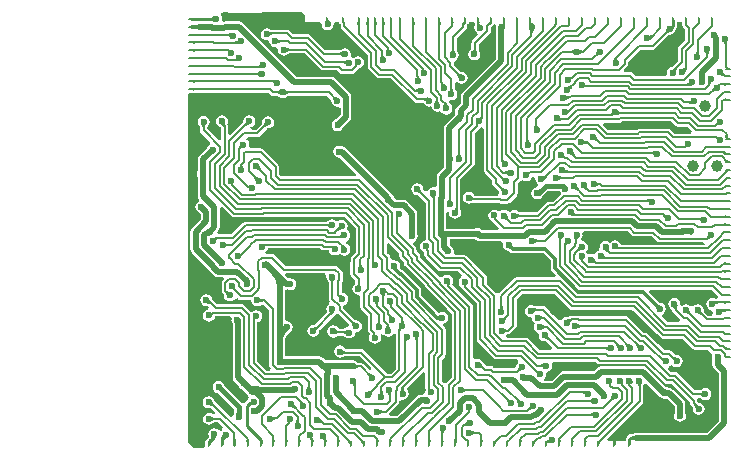
<source format=gbl>
G04*
G04 #@! TF.GenerationSoftware,Altium Limited,Altium Designer,20.2.7 (254)*
G04*
G04 Layer_Physical_Order=2*
G04 Layer_Color=16711680*
%FSLAX25Y25*%
%MOIN*%
G70*
G04*
G04 #@! TF.SameCoordinates,F5A320DA-4617-40ED-AC03-DE83B6EED483*
G04*
G04*
G04 #@! TF.FilePolarity,Positive*
G04*
G01*
G75*
%ADD10C,0.00984*%
%ADD11C,0.00787*%
%ADD85C,0.01968*%
%ADD86C,0.01181*%
%ADD87C,0.01575*%
%ADD88C,0.03900*%
%ADD89C,0.02362*%
G04:AMPARAMS|DCode=90|XSize=9.84mil|YSize=19.68mil|CornerRadius=4.92mil|HoleSize=0mil|Usage=FLASHONLY|Rotation=90.000|XOffset=0mil|YOffset=0mil|HoleType=Round|Shape=RoundedRectangle|*
%AMROUNDEDRECTD90*
21,1,0.00984,0.00984,0,0,90.0*
21,1,0.00000,0.01968,0,0,90.0*
1,1,0.00984,0.00492,0.00000*
1,1,0.00984,0.00492,0.00000*
1,1,0.00984,-0.00492,0.00000*
1,1,0.00984,-0.00492,0.00000*
%
%ADD90ROUNDEDRECTD90*%
G04:AMPARAMS|DCode=91|XSize=9.84mil|YSize=19.68mil|CornerRadius=4.92mil|HoleSize=0mil|Usage=FLASHONLY|Rotation=0.000|XOffset=0mil|YOffset=0mil|HoleType=Round|Shape=RoundedRectangle|*
%AMROUNDEDRECTD91*
21,1,0.00984,0.00984,0,0,0.0*
21,1,0.00000,0.01968,0,0,0.0*
1,1,0.00984,0.00000,-0.00492*
1,1,0.00984,0.00000,-0.00492*
1,1,0.00984,0.00000,0.00492*
1,1,0.00984,0.00000,0.00492*
%
%ADD91ROUNDEDRECTD91*%
G04:AMPARAMS|DCode=92|XSize=7.87mil|YSize=1141.73mil|CornerRadius=3.94mil|HoleSize=0mil|Usage=FLASHONLY|Rotation=180.000|XOffset=0mil|YOffset=0mil|HoleType=Round|Shape=RoundedRectangle|*
%AMROUNDEDRECTD92*
21,1,0.00787,1.13386,0,0,180.0*
21,1,0.00000,1.14173,0,0,180.0*
1,1,0.00787,0.00000,0.56693*
1,1,0.00787,0.00000,0.56693*
1,1,0.00787,0.00000,-0.56693*
1,1,0.00787,0.00000,-0.56693*
%
%ADD92ROUNDEDRECTD92*%
G36*
X9578Y142991D02*
X9504Y143047D01*
X9426Y143097D01*
X9342Y143142D01*
X9253Y143181D01*
X9159Y143213D01*
X9060Y143240D01*
X8957Y143261D01*
X8848Y143276D01*
X8734Y143284D01*
X8615Y143287D01*
X8506Y144272D01*
X8625Y144275D01*
X8739Y144286D01*
X8846Y144305D01*
X8946Y144330D01*
X9040Y144363D01*
X9128Y144403D01*
X9209Y144450D01*
X9283Y144505D01*
X9351Y144567D01*
X9413Y144636D01*
X9578Y142991D01*
D02*
G37*
G36*
X47909Y142819D02*
X47905Y142792D01*
X47902Y142751D01*
X47893Y142333D01*
X47892Y142069D01*
X47105D01*
X47104Y142209D01*
X47073Y142742D01*
X47063Y142779D01*
X47052Y142801D01*
X47039Y142808D01*
X47913Y142832D01*
X47909Y142819D01*
D02*
G37*
G36*
X98170Y142798D02*
X98153Y142753D01*
X98138Y142698D01*
X98126Y142632D01*
X98106Y142469D01*
X98094Y142264D01*
X98090Y142018D01*
X97303D01*
X97284Y142832D01*
X98188D01*
X98170Y142798D01*
D02*
G37*
G36*
X115418Y142891D02*
X115426Y142832D01*
X115511D01*
X115493Y142798D01*
X115476Y142752D01*
X115461Y142696D01*
X115459Y142684D01*
X115491Y142603D01*
X115535Y142526D01*
X115588Y142460D01*
X115651Y142404D01*
X115724Y142358D01*
X115807Y142322D01*
X115899Y142296D01*
X115413Y142010D01*
X115413Y142001D01*
X115399Y142001D01*
X114519Y141482D01*
X114539Y141560D01*
X114557Y141651D01*
X114587Y141872D01*
X114609Y142145D01*
X114616Y142440D01*
X114607Y142832D01*
X114626D01*
X114626Y142849D01*
X115413Y143008D01*
X115418Y142891D01*
D02*
G37*
G36*
X124154Y142798D02*
X124137Y142752D01*
X124123Y142695D01*
X124110Y142627D01*
X124090Y142458D01*
X124079Y142245D01*
X124075Y141988D01*
X123287Y142016D01*
X123268Y142832D01*
X124173D01*
X124154Y142798D01*
D02*
G37*
G36*
X85185Y142808D02*
X85175Y142769D01*
X85167Y142717D01*
X85152Y142570D01*
X85140Y142244D01*
X85138Y141957D01*
X84350D01*
X84350Y142108D01*
X84303Y142808D01*
X84292Y142832D01*
X85196D01*
X85185Y142808D01*
D02*
G37*
G36*
X76524D02*
X76514Y142769D01*
X76505Y142717D01*
X76491Y142570D01*
X76479Y142244D01*
X76476Y141957D01*
X75689D01*
X75688Y142108D01*
X75642Y142808D01*
X75630Y142832D01*
X76535D01*
X76524Y142808D01*
D02*
G37*
G36*
X69142D02*
X69132Y142769D01*
X69123Y142717D01*
X69109Y142570D01*
X69097Y142244D01*
X69095Y141957D01*
X68307D01*
X68306Y142108D01*
X68260Y142808D01*
X68248Y142832D01*
X69153D01*
X69142Y142808D01*
D02*
G37*
G36*
X66524D02*
X66514Y142769D01*
X66505Y142717D01*
X66491Y142570D01*
X66479Y142244D01*
X66476Y141957D01*
X65689D01*
X65688Y142108D01*
X65642Y142808D01*
X65630Y142832D01*
X66535D01*
X66524Y142808D01*
D02*
G37*
G36*
X63906D02*
X63896Y142769D01*
X63887Y142717D01*
X63873Y142570D01*
X63861Y142244D01*
X63858Y141957D01*
X63071D01*
X63070Y142108D01*
X63024Y142808D01*
X63012Y142832D01*
X63917D01*
X63906Y142808D01*
D02*
G37*
G36*
X61288D02*
X61278Y142769D01*
X61269Y142717D01*
X61255Y142570D01*
X61243Y142244D01*
X61240Y141957D01*
X60453D01*
X60452Y142108D01*
X60405Y142808D01*
X60394Y142832D01*
X61299D01*
X61288Y142808D01*
D02*
G37*
G36*
X58296D02*
X58285Y142769D01*
X58277Y142717D01*
X58263Y142570D01*
X58250Y142244D01*
X58248Y141957D01*
X57461D01*
X57460Y142108D01*
X57413Y142808D01*
X57402Y142832D01*
X58307D01*
X58296Y142808D01*
D02*
G37*
G36*
X176122Y142797D02*
X176106Y142748D01*
X176091Y142687D01*
X176078Y142613D01*
X176059Y142426D01*
X176047Y142188D01*
X176043Y141898D01*
X175256Y142016D01*
X175236Y142832D01*
X176141D01*
X176122Y142797D01*
D02*
G37*
G36*
X167461D02*
X167444Y142748D01*
X167430Y142687D01*
X167417Y142613D01*
X167397Y142426D01*
X167386Y142188D01*
X167382Y141898D01*
X166594Y142016D01*
X166575Y142832D01*
X167480D01*
X167461Y142797D01*
D02*
G37*
G36*
X158800D02*
X158783Y142748D01*
X158768Y142687D01*
X158756Y142613D01*
X158736Y142426D01*
X158724Y142188D01*
X158720Y141898D01*
X157933Y142016D01*
X157914Y142832D01*
X158818D01*
X158800Y142797D01*
D02*
G37*
G36*
X154469D02*
X154452Y142748D01*
X154438Y142687D01*
X154425Y142613D01*
X154405Y142426D01*
X154393Y142188D01*
X154390Y141898D01*
X153602Y142016D01*
X153583Y142832D01*
X154488D01*
X154469Y142797D01*
D02*
G37*
G36*
X150138D02*
X150122Y142748D01*
X150107Y142687D01*
X150094Y142613D01*
X150075Y142426D01*
X150063Y142188D01*
X150059Y141898D01*
X149272Y142016D01*
X149252Y142832D01*
X150157D01*
X150138Y142797D01*
D02*
G37*
G36*
X145808D02*
X145791Y142748D01*
X145776Y142687D01*
X145763Y142613D01*
X145744Y142426D01*
X145732Y142188D01*
X145728Y141898D01*
X144941Y142016D01*
X144922Y142832D01*
X145826D01*
X145808Y142797D01*
D02*
G37*
G36*
X132815D02*
X132799Y142748D01*
X132784Y142687D01*
X132771Y142613D01*
X132752Y142426D01*
X132740Y142188D01*
X132736Y141898D01*
X131949Y142016D01*
X131930Y142832D01*
X132834D01*
X132815Y142797D01*
D02*
G37*
G36*
X128485D02*
X128468Y142748D01*
X128453Y142687D01*
X128441Y142613D01*
X128421Y142426D01*
X128409Y142188D01*
X128405Y141898D01*
X127618Y142016D01*
X127599Y142832D01*
X128503D01*
X128485Y142797D01*
D02*
G37*
G36*
X111162D02*
X111145Y142748D01*
X111131Y142687D01*
X111118Y142613D01*
X111098Y142426D01*
X111086Y142188D01*
X111083Y141898D01*
X110295Y142016D01*
X110276Y142832D01*
X111180D01*
X111162Y142797D01*
D02*
G37*
G36*
X89508D02*
X89492Y142748D01*
X89477Y142687D01*
X89464Y142613D01*
X89445Y142426D01*
X89433Y142188D01*
X89429Y141898D01*
X88642Y142016D01*
X88622Y142832D01*
X89527D01*
X89508Y142797D01*
D02*
G37*
G36*
X119816Y142786D02*
X119793Y142729D01*
X119773Y142660D01*
X119755Y142580D01*
X119740Y142489D01*
X119719Y142274D01*
X119708Y142013D01*
X119706Y141866D01*
X118919Y142138D01*
X118937Y142832D01*
X119842D01*
X119816Y142786D01*
D02*
G37*
G36*
X93593Y142567D02*
X93616Y142566D01*
X93621Y142549D01*
X93607Y142516D01*
X93575Y142467D01*
X93525Y142402D01*
X93369Y142226D01*
X92997Y141842D01*
X92441Y142399D01*
X92566Y142528D01*
X92765Y142756D01*
X92839Y142856D01*
X92896Y142947D01*
X92936Y143027D01*
X92960Y143098D01*
X92966Y143159D01*
X92955Y143211D01*
X92928Y143253D01*
X93593Y142567D01*
D02*
G37*
G36*
X102254D02*
X102269Y142564D01*
X102265Y142543D01*
X102242Y142506D01*
X102201Y142451D01*
X102060Y142291D01*
X101551Y141766D01*
X101039Y142368D01*
X101186Y142520D01*
X101417Y142795D01*
X101503Y142918D01*
X101568Y143033D01*
X101613Y143137D01*
X101637Y143233D01*
X101642Y143319D01*
X101626Y143395D01*
X101589Y143463D01*
X102254Y142567D01*
D02*
G37*
G36*
X80836Y142780D02*
X80809Y142718D01*
X80786Y142646D01*
X80765Y142563D01*
X80748Y142470D01*
X80723Y142253D01*
X80710Y141996D01*
X80709Y141852D01*
X79921Y141762D01*
X79961Y142832D01*
X80866D01*
X80836Y142780D01*
D02*
G37*
G36*
X72174D02*
X72148Y142718D01*
X72124Y142646D01*
X72104Y142563D01*
X72087Y142470D01*
X72061Y142253D01*
X72049Y141996D01*
X72047Y141852D01*
X71260Y141762D01*
X71300Y142832D01*
X72204D01*
X72174Y142780D01*
D02*
G37*
G36*
X3954Y140462D02*
X3889Y140505D01*
X3793Y140544D01*
X3664Y140578D01*
X3504Y140607D01*
X3311Y140632D01*
X2831Y140669D01*
X1870Y140689D01*
Y141673D01*
X2222Y141675D01*
X3504Y141755D01*
X3664Y141785D01*
X3793Y141819D01*
X3889Y141857D01*
X3954Y141901D01*
Y140462D01*
D02*
G37*
G36*
X116324Y140172D02*
X116234Y140103D01*
X116152Y140030D01*
X116081Y139951D01*
X116018Y139868D01*
X115966Y139780D01*
X115923Y139687D01*
X115890Y139590D01*
X115866Y139487D01*
X115851Y139380D01*
X115847Y139269D01*
X115059Y139410D01*
X115056Y139517D01*
X115044Y139623D01*
X115026Y139728D01*
X115001Y139833D01*
X114968Y139937D01*
X114928Y140040D01*
X114880Y140143D01*
X114825Y140245D01*
X114763Y140347D01*
X114694Y140448D01*
X116324Y140172D01*
D02*
G37*
G36*
X161602Y139370D02*
X161483Y139367D01*
X161368Y139357D01*
X161258Y139338D01*
X161152Y139311D01*
X161050Y139277D01*
X160952Y139234D01*
X160859Y139184D01*
X160769Y139125D01*
X160685Y139059D01*
X160604Y138984D01*
X160047Y139541D01*
X160122Y139622D01*
X160188Y139706D01*
X160247Y139795D01*
X160297Y139889D01*
X160340Y139987D01*
X160374Y140089D01*
X160401Y140195D01*
X160420Y140305D01*
X160430Y140420D01*
X160433Y140539D01*
X161602Y139370D01*
D02*
G37*
G36*
X165784Y142334D02*
Y141772D01*
X165784Y141772D01*
X165875Y141311D01*
X166137Y140920D01*
X166611Y140446D01*
Y136627D01*
X164700Y134716D01*
X164439Y134325D01*
X164347Y133864D01*
X164347Y133864D01*
Y129822D01*
X162566Y128041D01*
X162522Y128008D01*
X162471Y127977D01*
X162417Y127947D01*
X162358Y127918D01*
X162302Y127895D01*
X162136Y127841D01*
X162045Y127819D01*
X161990Y127794D01*
X161721Y127740D01*
X161070Y127305D01*
X160635Y126654D01*
X160482Y125886D01*
X160556Y125515D01*
X160021Y124728D01*
X150272D01*
X149247Y125753D01*
X148856Y126014D01*
X148396Y126106D01*
X148396Y126106D01*
X146450D01*
X146149Y126833D01*
X147407Y128091D01*
X147668Y128482D01*
X147759Y128943D01*
X147759Y128943D01*
Y129493D01*
X151905Y133638D01*
X155905D01*
X155905Y133638D01*
X156366Y133730D01*
X156757Y133991D01*
X161239Y138473D01*
X161270Y138494D01*
X161304Y138512D01*
X161339Y138527D01*
X161379Y138541D01*
X161423Y138552D01*
X161473Y138560D01*
X161514Y138564D01*
X161614Y138544D01*
X162382Y138697D01*
X163033Y139132D01*
X163469Y139783D01*
X163621Y140551D01*
X163586Y140728D01*
X163863Y141142D01*
X163962Y141642D01*
Y142717D01*
X165775D01*
X165784Y142334D01*
D02*
G37*
G36*
X155994Y137885D02*
X155011Y136933D01*
X154833Y138470D01*
X154900Y138417D01*
X154969Y138379D01*
X155041Y138355D01*
X155114Y138347D01*
X155190Y138353D01*
X155269Y138374D01*
X155349Y138410D01*
X155431Y138461D01*
X155516Y138527D01*
X155603Y138608D01*
X155994Y137885D01*
D02*
G37*
G36*
X2585Y139017D02*
X2633Y139000D01*
X2694Y138986D01*
X2768Y138973D01*
X2954Y138954D01*
X3192Y138943D01*
X3481Y138939D01*
X3368Y138151D01*
X2550Y138130D01*
Y139035D01*
X2585Y139017D01*
D02*
G37*
G36*
X14941Y137664D02*
X14878Y137757D01*
X14809Y137840D01*
X14735Y137913D01*
X14656Y137976D01*
X14571Y138030D01*
X14480Y138074D01*
X14384Y138108D01*
X14283Y138132D01*
X14175Y138146D01*
X14063Y138151D01*
X14251Y138939D01*
X14356Y138942D01*
X14462Y138952D01*
X14567Y138969D01*
X14672Y138993D01*
X14778Y139024D01*
X14883Y139061D01*
X14988Y139105D01*
X15092Y139156D01*
X15302Y139278D01*
X14941Y137664D01*
D02*
G37*
G36*
X2574Y136425D02*
X2613Y136416D01*
X2665Y136407D01*
X2812Y136393D01*
X3138Y136380D01*
X3425Y136378D01*
Y135591D01*
X3274Y135590D01*
X2574Y135543D01*
X2550Y135532D01*
Y136437D01*
X2574Y136425D01*
D02*
G37*
G36*
X180875Y136591D02*
X180773Y136378D01*
X180731Y136272D01*
X180696Y136166D01*
X180667Y136060D01*
X180645Y135954D01*
X180629Y135849D01*
X180620Y135744D01*
X180616Y135640D01*
X179829Y135417D01*
X179824Y135530D01*
X179809Y135637D01*
X179785Y135738D01*
X179750Y135833D01*
X179706Y135922D01*
X179652Y136005D01*
X179588Y136082D01*
X179514Y136153D01*
X179430Y136218D01*
X179337Y136277D01*
X180936Y136698D01*
X180875Y136591D01*
D02*
G37*
G36*
X18071Y135319D02*
X17960Y135359D01*
X17722Y135427D01*
X17596Y135455D01*
X17326Y135497D01*
X17183Y135512D01*
X16722Y135531D01*
X16618Y136319D01*
X16733Y136324D01*
X16840Y136339D01*
X16938Y136364D01*
X17028Y136399D01*
X17109Y136443D01*
X17183Y136498D01*
X17248Y136563D01*
X17304Y136638D01*
X17353Y136723D01*
X17393Y136818D01*
X18071Y135319D01*
D02*
G37*
G36*
X68106Y134115D02*
X68120Y133975D01*
X68133Y133917D01*
X68149Y133866D01*
X68168Y133823D01*
X68191Y133788D01*
X68218Y133761D01*
X68248Y133741D01*
X68282Y133729D01*
X67209Y133445D01*
X67230Y133471D01*
X67248Y133507D01*
X67264Y133555D01*
X67278Y133613D01*
X67290Y133683D01*
X67307Y133855D01*
X67316Y134072D01*
X67317Y134196D01*
X68104D01*
X68106Y134115D01*
D02*
G37*
G36*
X2585Y133820D02*
X2633Y133803D01*
X2694Y133789D01*
X2768Y133776D01*
X2954Y133757D01*
X3192Y133746D01*
X3481Y133742D01*
X3368Y132955D01*
X2550Y132934D01*
Y133838D01*
X2585Y133820D01*
D02*
G37*
G36*
X97032Y133810D02*
X97035Y133703D01*
X97046Y133597D01*
X97065Y133492D01*
X97091Y133387D01*
X97124Y133283D01*
X97165Y133181D01*
X97214Y133078D01*
X97269Y132977D01*
X97333Y132876D01*
X97403Y132776D01*
X95769Y133030D01*
X95859Y133100D01*
X95940Y133175D01*
X96011Y133255D01*
X96073Y133339D01*
X96125Y133428D01*
X96168Y133521D01*
X96201Y133619D01*
X96225Y133721D01*
X96239Y133828D01*
X96244Y133940D01*
X97032Y133810D01*
D02*
G37*
G36*
X89670Y133504D02*
X89683Y133397D01*
X89704Y133293D01*
X89735Y133191D01*
X89774Y133092D01*
X89821Y132995D01*
X89878Y132901D01*
X89943Y132810D01*
X90016Y132721D01*
X90098Y132635D01*
X88445D01*
X88527Y132721D01*
X88601Y132810D01*
X88666Y132901D01*
X88722Y132995D01*
X88770Y133092D01*
X88809Y133191D01*
X88839Y133293D01*
X88861Y133397D01*
X88874Y133504D01*
X88878Y133614D01*
X89665D01*
X89670Y133504D01*
D02*
G37*
G36*
X131374Y133621D02*
X131476Y133559D01*
X131578Y133504D01*
X131681Y133456D01*
X131784Y133416D01*
X131888Y133383D01*
X131993Y133358D01*
X132098Y133340D01*
X132204Y133328D01*
X132311Y133325D01*
X132452Y132537D01*
X132341Y132533D01*
X132234Y132518D01*
X132131Y132494D01*
X132034Y132461D01*
X131941Y132418D01*
X131853Y132365D01*
X131770Y132303D01*
X131691Y132232D01*
X131618Y132150D01*
X131549Y132060D01*
X131273Y133690D01*
X131374Y133621D01*
D02*
G37*
G36*
X129610Y132060D02*
X129541Y132150D01*
X129467Y132232D01*
X129389Y132303D01*
X129306Y132365D01*
X129218Y132418D01*
X129125Y132461D01*
X129027Y132494D01*
X128925Y132518D01*
X128818Y132533D01*
X128706Y132537D01*
X128848Y133325D01*
X128954Y133328D01*
X129060Y133340D01*
X129166Y133358D01*
X129270Y133383D01*
X129374Y133416D01*
X129478Y133456D01*
X129581Y133504D01*
X129683Y133559D01*
X129785Y133621D01*
X129885Y133690D01*
X129610Y132060D01*
D02*
G37*
G36*
X174760Y132830D02*
X174687Y132741D01*
X174622Y132650D01*
X174565Y132556D01*
X174518Y132459D01*
X174479Y132360D01*
X174448Y132258D01*
X174427Y132154D01*
X174414Y132047D01*
X174409Y131938D01*
X173622D01*
X173618Y132047D01*
X173605Y132154D01*
X173583Y132258D01*
X173553Y132360D01*
X173514Y132459D01*
X173466Y132556D01*
X173410Y132650D01*
X173345Y132741D01*
X173271Y132830D01*
X173189Y132916D01*
X174843D01*
X174760Y132830D01*
D02*
G37*
G36*
X171358Y132780D02*
X171360Y132676D01*
X171377Y132468D01*
X171392Y132363D01*
X171435Y132152D01*
X171463Y132045D01*
X171531Y131831D01*
X171571Y131723D01*
X170072Y132401D01*
X170167Y132441D01*
X170252Y132490D01*
X170327Y132547D01*
X170391Y132612D01*
X170446Y132685D01*
X170491Y132766D01*
X170526Y132856D01*
X170551Y132955D01*
X170566Y133061D01*
X170571Y133176D01*
X171358Y132780D01*
D02*
G37*
G36*
X138301Y131791D02*
X138181Y131789D01*
X138067Y131778D01*
X137956Y131759D01*
X137850Y131732D01*
X137748Y131698D01*
X137650Y131655D01*
X137557Y131605D01*
X137468Y131546D01*
X137383Y131480D01*
X137302Y131405D01*
X136746Y131962D01*
X136820Y132043D01*
X136886Y132128D01*
X136945Y132217D01*
X136995Y132310D01*
X137038Y132408D01*
X137073Y132510D01*
X137099Y132616D01*
X137118Y132727D01*
X137129Y132842D01*
X137131Y132961D01*
X138301Y131791D01*
D02*
G37*
G36*
X66048Y131891D02*
X66063Y131784D01*
X66088Y131683D01*
X66122Y131588D01*
X66166Y131499D01*
X66220Y131415D01*
X66284Y131338D01*
X66358Y131266D01*
X66441Y131201D01*
X66535Y131141D01*
X64934Y130728D01*
X64995Y130835D01*
X65098Y131048D01*
X65140Y131154D01*
X65175Y131260D01*
X65204Y131366D01*
X65227Y131471D01*
X65243Y131576D01*
X65253Y131681D01*
X65256Y131786D01*
X66043Y132004D01*
X66048Y131891D01*
D02*
G37*
G36*
X2574Y131229D02*
X2613Y131219D01*
X2665Y131210D01*
X2812Y131196D01*
X3138Y131184D01*
X3425Y131181D01*
Y130394D01*
X3274Y130393D01*
X2574Y130346D01*
X2550Y130335D01*
Y131240D01*
X2574Y131229D01*
D02*
G37*
G36*
X143900Y130802D02*
X143914Y130621D01*
X143927Y130543D01*
X143943Y130475D01*
X143963Y130415D01*
X143986Y130364D01*
X144013Y130322D01*
X144044Y130289D01*
X144078Y130264D01*
X142930D01*
X142964Y130289D01*
X142995Y130322D01*
X143022Y130364D01*
X143045Y130415D01*
X143065Y130475D01*
X143081Y130543D01*
X143094Y130621D01*
X143103Y130707D01*
X143110Y130905D01*
X143898D01*
X143900Y130802D01*
D02*
G37*
G36*
X17160Y129726D02*
X17128Y129743D01*
X17085Y129757D01*
X17031Y129770D01*
X16966Y129781D01*
X16802Y129798D01*
X16592Y129809D01*
X16338Y129812D01*
X16224Y130599D01*
X16298Y130602D01*
X16366Y130609D01*
X16426Y130620D01*
X16479Y130636D01*
X16524Y130657D01*
X16562Y130682D01*
X16593Y130712D01*
X16616Y130747D01*
X16632Y130786D01*
X16640Y130830D01*
X17160Y129726D01*
D02*
G37*
G36*
X2574Y128630D02*
X2613Y128620D01*
X2665Y128611D01*
X2812Y128597D01*
X3138Y128585D01*
X3425Y128583D01*
Y127795D01*
X3274Y127795D01*
X2574Y127748D01*
X2550Y127737D01*
Y128641D01*
X2574Y128630D01*
D02*
G37*
G36*
X25196Y127683D02*
X25178Y127692D01*
X25156Y127693D01*
X25131Y127689D01*
X25102Y127678D01*
X25070Y127661D01*
X25034Y127637D01*
X24994Y127607D01*
X24903Y127527D01*
X24852Y127478D01*
X24295Y128034D01*
X24376Y128115D01*
X24697Y128477D01*
X24709Y128499D01*
X24712Y128514D01*
X25196Y127683D01*
D02*
G37*
G36*
X163911Y127127D02*
X163835Y127043D01*
X163770Y126957D01*
X163716Y126868D01*
X163672Y126777D01*
X163639Y126682D01*
X163617Y126584D01*
X163606Y126483D01*
X163606Y126379D01*
X163616Y126272D01*
X163638Y126163D01*
X162235Y127039D01*
X162355Y127068D01*
X162580Y127141D01*
X162685Y127185D01*
X162786Y127233D01*
X162882Y127286D01*
X162973Y127344D01*
X163059Y127407D01*
X163141Y127474D01*
X163217Y127546D01*
X163911Y127127D01*
D02*
G37*
G36*
X167225Y127099D02*
X167150Y127018D01*
X167084Y126934D01*
X167025Y126844D01*
X166975Y126751D01*
X166932Y126653D01*
X166897Y126551D01*
X166871Y126445D01*
X166852Y126335D01*
X166841Y126220D01*
X166839Y126101D01*
X165670Y127270D01*
X165789Y127273D01*
X165903Y127283D01*
X166014Y127302D01*
X166120Y127329D01*
X166222Y127363D01*
X166320Y127406D01*
X166413Y127456D01*
X166502Y127515D01*
X166587Y127581D01*
X166668Y127656D01*
X167225Y127099D01*
D02*
G37*
G36*
X2585Y126024D02*
X2633Y126008D01*
X2694Y125994D01*
X2768Y125981D01*
X2954Y125962D01*
X3192Y125950D01*
X3481Y125947D01*
X3368Y125159D01*
X2550Y125138D01*
Y126043D01*
X2585Y126024D01*
D02*
G37*
G36*
X24804Y124710D02*
X24723Y124795D01*
X24639Y124872D01*
X24551Y124939D01*
X24460Y124997D01*
X24366Y125047D01*
X24269Y125087D01*
X24168Y125119D01*
X24065Y125141D01*
X23957Y125155D01*
X23847Y125159D01*
X23890Y125947D01*
X23999Y125951D01*
X24106Y125963D01*
X24210Y125984D01*
X24313Y126013D01*
X24414Y126050D01*
X24513Y126096D01*
X24610Y126150D01*
X24705Y126212D01*
X24798Y126282D01*
X24889Y126361D01*
X24804Y124710D01*
D02*
G37*
G36*
X179636Y126067D02*
X179656Y125951D01*
X179684Y125840D01*
X179718Y125733D01*
X179759Y125631D01*
X179806Y125533D01*
X179859Y125441D01*
X179920Y125352D01*
X179987Y125269D01*
X180060Y125189D01*
X179562Y124574D01*
X179480Y124649D01*
X179395Y124715D01*
X179306Y124772D01*
X179212Y124819D01*
X179115Y124857D01*
X179015Y124886D01*
X178910Y124906D01*
X178802Y124916D01*
X178690Y124917D01*
X178574Y124909D01*
X179621Y126188D01*
X179636Y126067D01*
D02*
G37*
G36*
X91249Y125688D02*
X91334Y125622D01*
X91423Y125563D01*
X91516Y125513D01*
X91614Y125470D01*
X91716Y125435D01*
X91822Y125409D01*
X91932Y125390D01*
X92047Y125379D01*
X92167Y125377D01*
X90997Y124207D01*
X90995Y124327D01*
X90984Y124441D01*
X90965Y124552D01*
X90938Y124658D01*
X90904Y124760D01*
X90861Y124858D01*
X90811Y124951D01*
X90752Y125040D01*
X90686Y125125D01*
X90611Y125206D01*
X91168Y125762D01*
X91249Y125688D01*
D02*
G37*
G36*
X129084Y123726D02*
X128836Y123671D01*
X128372Y124475D01*
X129084Y124514D01*
Y123726D01*
D02*
G37*
G36*
X2574Y123433D02*
X2613Y123423D01*
X2665Y123415D01*
X2812Y123400D01*
X3138Y123388D01*
X3425Y123386D01*
Y122598D01*
X3274Y122598D01*
X2574Y122551D01*
X2550Y122540D01*
Y123444D01*
X2574Y123433D01*
D02*
G37*
G36*
X175689Y122804D02*
X175594Y122764D01*
X175510Y122717D01*
X175435Y122660D01*
X175370Y122596D01*
X175315Y122523D01*
X175271Y122441D01*
X175236Y122352D01*
X175211Y122254D01*
X175196Y122147D01*
X175191Y122032D01*
X174403Y122138D01*
X174401Y122298D01*
X174370Y122746D01*
X174351Y122883D01*
X174301Y123142D01*
X174270Y123263D01*
X174195Y123488D01*
X175689Y122804D01*
D02*
G37*
G36*
X180431Y121615D02*
X180417Y121619D01*
X180388Y121622D01*
X180285Y121628D01*
X179612Y121635D01*
X179499Y122423D01*
X179650Y122424D01*
X180213Y122458D01*
X180286Y122470D01*
X180347Y122485D01*
X180395Y122501D01*
X180431Y122519D01*
Y121615D01*
D02*
G37*
G36*
X168911Y121612D02*
X167545Y121555D01*
X167288Y122343D01*
X167407Y122347D01*
X167514Y122360D01*
X167608Y122381D01*
X167689Y122412D01*
X167758Y122450D01*
X167814Y122498D01*
X167858Y122554D01*
X167889Y122619D01*
X167908Y122692D01*
X167913Y122774D01*
X168911Y121612D01*
D02*
G37*
G36*
X129105Y121073D02*
X129032Y120996D01*
X128965Y120913D01*
X128903Y120826D01*
X128847Y120734D01*
X128797Y120637D01*
X128751Y120536D01*
X128712Y120429D01*
X128678Y120318D01*
X128649Y120203D01*
X128626Y120082D01*
X127677Y121437D01*
X127790Y121421D01*
X127899Y121414D01*
X128005Y121419D01*
X128107Y121433D01*
X128207Y121458D01*
X128302Y121493D01*
X128395Y121538D01*
X128484Y121593D01*
X128570Y121659D01*
X128653Y121735D01*
X129105Y121073D01*
D02*
G37*
G36*
X85835Y122560D02*
X86408Y122052D01*
X86505Y121979D01*
X86681Y121862D01*
X86760Y121818D01*
X85209Y121378D01*
X85254Y121464D01*
X85286Y121550D01*
X85303Y121636D01*
X85308Y121723D01*
X85298Y121809D01*
X85274Y121894D01*
X85237Y121980D01*
X85186Y122066D01*
X85121Y122151D01*
X85043Y122237D01*
X85702Y122691D01*
X85835Y122560D01*
D02*
G37*
G36*
X2574Y120835D02*
X2613Y120825D01*
X2665Y120816D01*
X2812Y120802D01*
X3138Y120790D01*
X3425Y120787D01*
Y120000D01*
X3274Y119999D01*
X2574Y119953D01*
X2550Y119941D01*
Y120846D01*
X2574Y120835D01*
D02*
G37*
G36*
X176945Y119804D02*
X176833Y119821D01*
X176724Y119827D01*
X176618Y119823D01*
X176515Y119809D01*
X176416Y119784D01*
X176320Y119749D01*
X176228Y119704D01*
X176139Y119649D01*
X176053Y119584D01*
X175970Y119508D01*
X175520Y120171D01*
X175593Y120249D01*
X175660Y120332D01*
X175722Y120419D01*
X175778Y120511D01*
X175829Y120607D01*
X175874Y120709D01*
X175914Y120815D01*
X175948Y120926D01*
X175977Y121041D01*
X176001Y121162D01*
X176945Y119804D01*
D02*
G37*
G36*
X89145Y120413D02*
X89158Y120307D01*
X89179Y120202D01*
X89210Y120100D01*
X89249Y120001D01*
X89296Y119905D01*
X89353Y119811D01*
X89418Y119719D01*
X89491Y119630D01*
X89574Y119544D01*
X87920D01*
X88002Y119630D01*
X88076Y119719D01*
X88141Y119811D01*
X88197Y119905D01*
X88245Y120001D01*
X88284Y120100D01*
X88314Y120202D01*
X88336Y120307D01*
X88349Y120413D01*
X88353Y120523D01*
X89140D01*
X89145Y120413D01*
D02*
G37*
G36*
X77827Y119109D02*
X77741Y119192D01*
X77652Y119265D01*
X77561Y119330D01*
X77467Y119386D01*
X77370Y119434D01*
X77271Y119473D01*
X77169Y119503D01*
X77065Y119525D01*
X76958Y119538D01*
X76849Y119542D01*
Y120330D01*
X76958Y120334D01*
X77065Y120347D01*
X77169Y120369D01*
X77271Y120399D01*
X77370Y120438D01*
X77467Y120486D01*
X77561Y120542D01*
X77652Y120607D01*
X77741Y120680D01*
X77827Y120763D01*
Y119109D01*
D02*
G37*
G36*
X180431Y119016D02*
X180417Y119020D01*
X180388Y119024D01*
X180286Y119030D01*
X179617Y119037D01*
Y119825D01*
X179745Y119825D01*
X180231Y119859D01*
X180297Y119872D01*
X180352Y119886D01*
X180397Y119903D01*
X180431Y119921D01*
Y119016D01*
D02*
G37*
G36*
X33508Y120134D02*
X33597Y120061D01*
X33689Y119996D01*
X33783Y119939D01*
X33879Y119892D01*
X33978Y119853D01*
X34080Y119822D01*
X34184Y119801D01*
X34291Y119788D01*
X34401Y119783D01*
Y118996D01*
X34291Y118992D01*
X34184Y118979D01*
X34080Y118957D01*
X33978Y118927D01*
X33879Y118888D01*
X33783Y118840D01*
X33689Y118784D01*
X33597Y118719D01*
X33508Y118645D01*
X33422Y118563D01*
Y120217D01*
X33508Y120134D01*
D02*
G37*
G36*
X31735Y118563D02*
X31649Y118645D01*
X31560Y118719D01*
X31469Y118784D01*
X31375Y118840D01*
X31278Y118888D01*
X31179Y118927D01*
X31077Y118957D01*
X30973Y118979D01*
X30866Y118992D01*
X30757Y118996D01*
Y119783D01*
X30866Y119788D01*
X30973Y119801D01*
X31077Y119822D01*
X31179Y119853D01*
X31278Y119892D01*
X31375Y119939D01*
X31469Y119996D01*
X31560Y120061D01*
X31649Y120134D01*
X31735Y120217D01*
Y118563D01*
D02*
G37*
G36*
X126811Y118373D02*
X127023Y118269D01*
X127129Y118227D01*
X127235Y118191D01*
X127340Y118162D01*
X127446Y118139D01*
X127551Y118123D01*
X127656Y118113D01*
X127761Y118110D01*
X127974Y117323D01*
X127861Y117318D01*
X127754Y117303D01*
X127653Y117278D01*
X127558Y117244D01*
X127468Y117200D01*
X127385Y117146D01*
X127307Y117082D01*
X127235Y117008D01*
X127169Y116925D01*
X127109Y116832D01*
X126704Y118435D01*
X126811Y118373D01*
D02*
G37*
G36*
X49759Y118028D02*
X49844Y117962D01*
X49933Y117903D01*
X50027Y117852D01*
X50124Y117810D01*
X50226Y117775D01*
X50333Y117749D01*
X50443Y117730D01*
X50558Y117719D01*
X50677Y117717D01*
X49508Y116547D01*
X49505Y116666D01*
X49494Y116781D01*
X49476Y116892D01*
X49449Y116998D01*
X49415Y117100D01*
X49372Y117198D01*
X49321Y117291D01*
X49263Y117380D01*
X49196Y117465D01*
X49122Y117545D01*
X49679Y118102D01*
X49759Y118028D01*
D02*
G37*
G36*
X180431Y116418D02*
X180406Y116429D01*
X180368Y116439D01*
X180315Y116448D01*
X180168Y116462D01*
X179843Y116474D01*
X179556Y116476D01*
Y117264D01*
X179706Y117264D01*
X180406Y117311D01*
X180431Y117322D01*
Y116418D01*
D02*
G37*
G36*
X80327Y116136D02*
X80277Y116230D01*
X80220Y116315D01*
X80156Y116390D01*
X80085Y116454D01*
X80006Y116509D01*
X79921Y116554D01*
X79828Y116589D01*
X79729Y116614D01*
X79622Y116629D01*
X79508Y116634D01*
X79809Y117421D01*
X79912Y117424D01*
X80120Y117446D01*
X80225Y117465D01*
X80439Y117520D01*
X80548Y117555D01*
X80767Y117643D01*
X80878Y117694D01*
X80327Y116136D01*
D02*
G37*
G36*
X84257Y116624D02*
X84271Y116516D01*
X84295Y116414D01*
X84328Y116317D01*
X84371Y116224D01*
X84424Y116136D01*
X84486Y116053D01*
X84558Y115974D01*
X84639Y115901D01*
X84730Y115832D01*
X83099Y115556D01*
X83169Y115657D01*
X83231Y115759D01*
X83286Y115861D01*
X83333Y115964D01*
X83373Y116067D01*
X83406Y116171D01*
X83432Y116276D01*
X83450Y116381D01*
X83461Y116487D01*
X83465Y116594D01*
X84252Y116735D01*
X84257Y116624D01*
D02*
G37*
G36*
X168958Y115382D02*
X168847Y115435D01*
X168628Y115524D01*
X168520Y115561D01*
X168306Y115617D01*
X168201Y115636D01*
X167992Y115658D01*
X167889Y115661D01*
X167598Y116449D01*
X167712Y116454D01*
X167819Y116469D01*
X167919Y116493D01*
X168012Y116528D01*
X168098Y116573D01*
X168176Y116628D01*
X168248Y116693D01*
X168314Y116767D01*
X168371Y116852D01*
X168423Y116946D01*
X168958Y115382D01*
D02*
G37*
G36*
X87801Y114940D02*
X86273Y114814D01*
X86326Y114877D01*
X86365Y114943D01*
X86389Y115011D01*
X86398Y115082D01*
X86392Y115156D01*
X86370Y115233D01*
X86334Y115312D01*
X86283Y115393D01*
X86217Y115478D01*
X86136Y115565D01*
X86872Y115942D01*
X87801Y114940D01*
D02*
G37*
G36*
X128437Y112927D02*
X127432Y112002D01*
X127314Y113529D01*
X127377Y113475D01*
X127442Y113436D01*
X127510Y113413D01*
X127580Y113404D01*
X127654Y113410D01*
X127730Y113431D01*
X127809Y113467D01*
X127890Y113519D01*
X127975Y113585D01*
X128062Y113666D01*
X128437Y112927D01*
D02*
G37*
G36*
X142600Y111826D02*
X142595Y111827D01*
X142586Y111823D01*
X142573Y111814D01*
X142557Y111802D01*
X142512Y111763D01*
X142375Y111631D01*
X141819Y112188D01*
X142225Y112559D01*
X142600Y111826D01*
D02*
G37*
G36*
X144436Y113281D02*
X144510Y113199D01*
X144588Y113128D01*
X144672Y113066D01*
X144760Y113013D01*
X144852Y112970D01*
X144950Y112937D01*
X145052Y112913D01*
X145159Y112899D01*
X145271Y112894D01*
X145130Y112106D01*
X145023Y112103D01*
X144917Y112092D01*
X144812Y112073D01*
X144707Y112048D01*
X144603Y112015D01*
X144499Y111975D01*
X144396Y111927D01*
X144294Y111872D01*
X144193Y111810D01*
X144092Y111741D01*
X144367Y113372D01*
X144436Y113281D01*
D02*
G37*
G36*
X99393Y110703D02*
X99334Y110644D01*
X99143Y110425D01*
X99125Y110396D01*
X99113Y110372D01*
X99108Y110354D01*
X99110Y110341D01*
X98457Y110951D01*
X98470Y110951D01*
X98488Y110958D01*
X98513Y110971D01*
X98542Y110991D01*
X98577Y111019D01*
X98664Y111094D01*
X98836Y111260D01*
X99393Y110703D01*
D02*
G37*
G36*
X124980Y111131D02*
X125025Y111046D01*
X125079Y110972D01*
X125141Y110907D01*
X125213Y110853D01*
X125293Y110808D01*
X125381Y110773D01*
X125479Y110748D01*
X125585Y110733D01*
X125701Y110728D01*
X125262Y109941D01*
X125155Y109939D01*
X124839Y109912D01*
X124735Y109895D01*
X124529Y109851D01*
X124427Y109824D01*
X124227Y109758D01*
X124944Y111225D01*
X124980Y111131D01*
D02*
G37*
G36*
X163432Y108302D02*
X163822Y108041D01*
X164283Y107949D01*
X167462D01*
X168991Y106421D01*
X168665Y105633D01*
X163080D01*
X161858Y106855D01*
X161467Y107116D01*
X161006Y107208D01*
X161006Y107208D01*
X151378D01*
X150917Y107116D01*
X150526Y106855D01*
X150485Y106815D01*
X141007D01*
X139419Y108403D01*
X139720Y109130D01*
X144587D01*
X144587Y109130D01*
X145047Y109222D01*
X145438Y109483D01*
X145676Y109721D01*
X162013D01*
X163432Y108302D01*
D02*
G37*
G36*
X21445Y108563D02*
X21326Y108560D01*
X21211Y108550D01*
X21100Y108531D01*
X20994Y108504D01*
X20892Y108470D01*
X20794Y108427D01*
X20701Y108377D01*
X20612Y108318D01*
X20527Y108252D01*
X20447Y108177D01*
X19890Y108734D01*
X19964Y108815D01*
X20031Y108899D01*
X20089Y108988D01*
X20140Y109082D01*
X20182Y109179D01*
X20217Y109282D01*
X20244Y109388D01*
X20262Y109498D01*
X20273Y109613D01*
X20276Y109732D01*
X21445Y108563D01*
D02*
G37*
G36*
X13315Y109118D02*
X13286Y109029D01*
X13268Y108941D01*
X13261Y108856D01*
X13266Y108774D01*
X13283Y108694D01*
X13312Y108616D01*
X13352Y108540D01*
X13404Y108468D01*
X13467Y108397D01*
X12905Y107846D01*
X12786Y107962D01*
X12333Y108351D01*
X12224Y108430D01*
X12015Y108564D01*
X11913Y108621D01*
X11813Y108669D01*
X13357Y109211D01*
X13315Y109118D01*
D02*
G37*
G36*
X27646Y108169D02*
X27527Y108167D01*
X27412Y108156D01*
X27301Y108137D01*
X27195Y108110D01*
X27093Y108076D01*
X26995Y108033D01*
X26902Y107983D01*
X26813Y107924D01*
X26728Y107858D01*
X26647Y107783D01*
X26091Y108340D01*
X26165Y108421D01*
X26232Y108506D01*
X26290Y108595D01*
X26340Y108688D01*
X26383Y108786D01*
X26418Y108888D01*
X26444Y108994D01*
X26463Y109105D01*
X26474Y109220D01*
X26476Y109339D01*
X27646Y108169D01*
D02*
G37*
G36*
X6945Y108618D02*
X6872Y108529D01*
X6807Y108437D01*
X6750Y108343D01*
X6703Y108247D01*
X6664Y108148D01*
X6634Y108046D01*
X6612Y107941D01*
X6599Y107835D01*
X6594Y107725D01*
X5807D01*
X5803Y107835D01*
X5790Y107941D01*
X5768Y108046D01*
X5738Y108148D01*
X5699Y108247D01*
X5651Y108343D01*
X5595Y108437D01*
X5530Y108529D01*
X5456Y108618D01*
X5374Y108704D01*
X7028D01*
X6945Y108618D01*
D02*
G37*
G36*
X117328Y108663D02*
X117342Y108556D01*
X117367Y108455D01*
X117401Y108359D01*
X117446Y108270D01*
X117500Y108187D01*
X117563Y108110D01*
X117637Y108038D01*
X117721Y107973D01*
X117814Y107913D01*
X116213Y107500D01*
X116274Y107607D01*
X116377Y107819D01*
X116419Y107926D01*
X116455Y108032D01*
X116484Y108137D01*
X116506Y108243D01*
X116523Y108348D01*
X116532Y108453D01*
X116535Y108558D01*
X117323Y108775D01*
X117328Y108663D01*
D02*
G37*
G36*
X39862Y145208D02*
Y142717D01*
X45049D01*
X45548Y142108D01*
X45532Y142027D01*
X45685Y141259D01*
X46120Y140608D01*
X46771Y140173D01*
X47539Y140021D01*
X48307Y140173D01*
X48959Y140608D01*
X49394Y141259D01*
X49546Y142027D01*
X49531Y142108D01*
X50030Y142717D01*
X51413D01*
X51452Y142520D01*
X51735Y142097D01*
X51847Y142022D01*
Y141339D01*
X51847Y141339D01*
X51939Y140878D01*
X52200Y140487D01*
X60804Y131883D01*
Y127891D01*
X60804Y127891D01*
X60895Y127430D01*
X61156Y127040D01*
X63752Y124444D01*
X64143Y124183D01*
X64604Y124091D01*
X68596D01*
X76511Y116176D01*
X76511Y116176D01*
X76901Y115915D01*
X77362Y115823D01*
X79572D01*
X79978Y115215D01*
X80630Y114779D01*
X81398Y114627D01*
X82068Y114760D01*
X82201Y114094D01*
X82636Y113443D01*
X83287Y113008D01*
X84055Y112855D01*
X84823Y113008D01*
X85655Y112617D01*
X85691Y112563D01*
X86342Y112128D01*
X87111Y111975D01*
X87879Y112128D01*
X88530Y112563D01*
X88965Y113214D01*
X89118Y113982D01*
X88965Y114750D01*
X88530Y115401D01*
X88369Y115509D01*
X88202Y115688D01*
X88060Y115901D01*
X88060Y115901D01*
X87902Y116059D01*
X88290Y116785D01*
X88747Y116694D01*
X89515Y116847D01*
X90166Y117282D01*
X90601Y117933D01*
X90754Y118701D01*
X90601Y119469D01*
X90166Y120120D01*
X90081Y120176D01*
X90055Y120209D01*
X90025Y120250D01*
X90002Y120289D01*
X89984Y120326D01*
X89969Y120362D01*
X89959Y120399D01*
X89951Y120435D01*
Y122568D01*
X90738Y122807D01*
X90759Y122776D01*
X91410Y122341D01*
X92178Y122188D01*
X92946Y122341D01*
X93598Y122776D01*
X94033Y123427D01*
X94185Y124196D01*
X94033Y124964D01*
X93598Y125615D01*
X92946Y126050D01*
X92178Y126203D01*
X92079Y126183D01*
X92037Y126187D01*
X91987Y126195D01*
X91943Y126206D01*
X91903Y126220D01*
X91868Y126235D01*
X91835Y126253D01*
X91803Y126274D01*
X89496Y128581D01*
Y129278D01*
X90040Y129937D01*
X90691Y130372D01*
X91126Y131023D01*
X91279Y131791D01*
X91126Y132559D01*
X90691Y133211D01*
X90606Y133267D01*
X90580Y133299D01*
X90550Y133341D01*
X90527Y133380D01*
X90509Y133417D01*
X90494Y133453D01*
X90483Y133489D01*
X90476Y133526D01*
Y137215D01*
X93571Y140310D01*
X93571Y140310D01*
X93832Y140701D01*
X93923Y141162D01*
Y141622D01*
X94180Y141879D01*
X94180Y141879D01*
X94324Y142095D01*
X94328Y142097D01*
X94611Y142520D01*
X94650Y142717D01*
X96274D01*
X96493Y142018D01*
X96562Y141669D01*
X96418Y140945D01*
X96571Y140177D01*
X97006Y139526D01*
X97320Y139316D01*
X97498Y138380D01*
X95786Y136668D01*
X95525Y136278D01*
X95434Y135817D01*
X95434Y135817D01*
Y133862D01*
X95428Y133839D01*
X95421Y133818D01*
X95413Y133799D01*
X95402Y133781D01*
X95387Y133761D01*
X95367Y133738D01*
X95339Y133712D01*
X95276Y133663D01*
X95244Y133627D01*
X95038Y133489D01*
X94603Y132838D01*
X94450Y132070D01*
X94603Y131301D01*
X95038Y130650D01*
X95689Y130215D01*
X96457Y130062D01*
X97225Y130215D01*
X97876Y130650D01*
X98311Y131301D01*
X98464Y132070D01*
X98311Y132838D01*
X98091Y133167D01*
X98059Y133240D01*
X98001Y133322D01*
X97962Y133384D01*
X97929Y133443D01*
X97902Y133500D01*
X97880Y133555D01*
X97864Y133608D01*
X97851Y133659D01*
X97842Y133708D01*
Y135318D01*
X101639Y139115D01*
X101639Y139115D01*
X101900Y139506D01*
X101992Y139966D01*
X101992Y139966D01*
Y141060D01*
X102841Y141910D01*
X102841Y141910D01*
X102948Y142070D01*
X102989Y142097D01*
X103078Y142230D01*
X103756Y141910D01*
X103603Y141142D01*
X103607Y141122D01*
Y133849D01*
X103515Y133385D01*
Y130444D01*
X92522Y119451D01*
X92130Y118865D01*
X91993Y118173D01*
Y117717D01*
X91993Y117717D01*
Y115906D01*
X90652Y114565D01*
X90260Y113979D01*
X90123Y113287D01*
Y112564D01*
X90016Y112029D01*
X89988Y111987D01*
X89973Y111909D01*
X86813Y108749D01*
X86422Y108163D01*
X86284Y107472D01*
Y97562D01*
X86182Y97047D01*
X86251Y96702D01*
X86234Y96621D01*
Y94376D01*
X84353Y92494D01*
X83961Y91908D01*
X83824Y91217D01*
Y88146D01*
X83036Y87649D01*
X82583Y87739D01*
X81815Y87587D01*
X81164Y87152D01*
X80777Y86573D01*
X80629Y86482D01*
X79894Y86343D01*
X79506Y86731D01*
X79485Y86763D01*
X79467Y86796D01*
X79452Y86831D01*
X79438Y86871D01*
X79427Y86915D01*
X79419Y86965D01*
X79415Y87006D01*
X79435Y87106D01*
X79282Y87874D01*
X78847Y88525D01*
X78196Y88961D01*
X77428Y89113D01*
X76660Y88961D01*
X76009Y88525D01*
X75573Y87874D01*
X75421Y87106D01*
X75573Y86338D01*
X76009Y85687D01*
X76660Y85252D01*
X77428Y85099D01*
X77528Y85119D01*
X77569Y85115D01*
X77619Y85107D01*
X77663Y85096D01*
X77703Y85082D01*
X77738Y85067D01*
X77771Y85049D01*
X77803Y85028D01*
X80193Y82638D01*
Y70368D01*
X80193Y70368D01*
X79981Y70051D01*
X79547Y69964D01*
X78896Y69529D01*
X78461Y68878D01*
X78308Y68110D01*
X78461Y67342D01*
X78896Y66691D01*
X79455Y66317D01*
X79458Y66303D01*
X79719Y65912D01*
X79800Y65831D01*
Y65158D01*
X79800Y65158D01*
X79891Y64697D01*
X80152Y64306D01*
X84382Y60076D01*
X84773Y59815D01*
X85233Y59724D01*
X85234Y59724D01*
X91127D01*
X92282Y58568D01*
X92104Y57633D01*
X91789Y57423D01*
X91354Y56772D01*
X91202Y56004D01*
X91354Y55236D01*
X91789Y54585D01*
X92037Y54419D01*
X92096Y54122D01*
X92357Y53731D01*
X97128Y48960D01*
Y37020D01*
X97128Y37020D01*
X97219Y36559D01*
X97480Y36169D01*
X102906Y30743D01*
X103297Y30482D01*
X103758Y30390D01*
X103758Y30390D01*
X110588D01*
X110862Y30060D01*
X110884Y29175D01*
X110449Y28524D01*
X110296Y27756D01*
X109622Y27385D01*
X103261D01*
X102924Y27722D01*
X102534Y27983D01*
X102073Y28074D01*
X102073Y28074D01*
X100499D01*
X99781Y28792D01*
X99719Y28861D01*
X99483Y29152D01*
X99441Y29213D01*
X99400Y29278D01*
X99394Y29311D01*
X98959Y29963D01*
X98308Y30398D01*
X97539Y30550D01*
X96771Y30398D01*
X95993Y30825D01*
Y47945D01*
X95993Y47945D01*
X95901Y48406D01*
X95640Y48796D01*
X95640Y48796D01*
X89021Y55415D01*
X89023Y55436D01*
X89029Y55463D01*
X89032Y55475D01*
X89038Y55488D01*
X89040Y55496D01*
X89066Y55530D01*
X89069Y55543D01*
X89260Y55829D01*
X89413Y56597D01*
X89260Y57365D01*
X88825Y58016D01*
X88174Y58451D01*
X87406Y58604D01*
X86638Y58451D01*
X85987Y58016D01*
X85901Y57888D01*
X84893Y57782D01*
X78566Y64108D01*
Y64477D01*
X78566Y64477D01*
X78475Y64938D01*
X78214Y65329D01*
X78214Y65329D01*
X77188Y66354D01*
Y67089D01*
X77097Y67550D01*
X76836Y67941D01*
X76836Y67941D01*
X76040Y68736D01*
X76300Y69591D01*
X76359Y69602D01*
X77010Y70038D01*
X77445Y70689D01*
X77598Y71457D01*
X77445Y72225D01*
X77397Y72297D01*
Y78937D01*
X77259Y79628D01*
X76868Y80214D01*
X74112Y82970D01*
X73526Y83362D01*
X72835Y83499D01*
X70374D01*
X69553Y84321D01*
X69472Y84725D01*
X69037Y85376D01*
X68743Y85572D01*
X68722Y85605D01*
X53518Y100808D01*
X52932Y101200D01*
X52368Y101312D01*
X52146Y101461D01*
X51378Y101613D01*
X50610Y101461D01*
X49959Y101025D01*
X49524Y100374D01*
X49371Y99606D01*
X49524Y98838D01*
X49959Y98187D01*
X50610Y97752D01*
X51378Y97599D01*
X51578Y97639D01*
X57128Y92089D01*
X56827Y91362D01*
X32123D01*
X31470Y92015D01*
Y94439D01*
X31470Y94439D01*
X31378Y94900D01*
X31117Y95291D01*
X26048Y100359D01*
X25658Y100620D01*
X25197Y100712D01*
X25197Y100712D01*
X21793D01*
X21304Y101499D01*
X21397Y101969D01*
X21244Y102737D01*
X20809Y103388D01*
X20495Y103598D01*
X20466Y103720D01*
X20958Y104500D01*
X24011D01*
X24011Y104500D01*
X24472Y104591D01*
X24862Y104852D01*
X27283Y107272D01*
X27314Y107293D01*
X27347Y107311D01*
X27383Y107326D01*
X27422Y107340D01*
X27466Y107351D01*
X27516Y107359D01*
X27558Y107363D01*
X27657Y107343D01*
X28426Y107496D01*
X29077Y107931D01*
X29512Y108582D01*
X29665Y109350D01*
X29512Y110118D01*
X29077Y110770D01*
X28426Y111205D01*
X27657Y111357D01*
X26889Y111205D01*
X26238Y110770D01*
X25803Y110118D01*
X25650Y109350D01*
X25670Y109251D01*
X25666Y109209D01*
X25658Y109159D01*
X25647Y109115D01*
X25633Y109075D01*
X25618Y109040D01*
X25600Y109007D01*
X25580Y108976D01*
X23512Y106908D01*
X22173D01*
X21753Y107695D01*
X21831Y107811D01*
X22225Y107890D01*
X22876Y108325D01*
X23311Y108976D01*
X23464Y109744D01*
X23311Y110512D01*
X22876Y111163D01*
X22225Y111598D01*
X21457Y111751D01*
X20689Y111598D01*
X20038Y111163D01*
X19602Y110512D01*
X19450Y109744D01*
X19469Y109644D01*
X19466Y109603D01*
X19457Y109553D01*
X19446Y109509D01*
X19433Y109469D01*
X19417Y109434D01*
X19399Y109400D01*
X19379Y109369D01*
X15121Y105111D01*
X14393Y105412D01*
Y108119D01*
X14393Y108119D01*
X14302Y108580D01*
X14097Y108886D01*
X14157Y108976D01*
X14310Y109744D01*
X14157Y110512D01*
X13722Y111163D01*
X13071Y111598D01*
X12303Y111751D01*
X11535Y111598D01*
X10884Y111163D01*
X10449Y110512D01*
X10296Y109744D01*
X10449Y108976D01*
X10884Y108325D01*
X11535Y107890D01*
X11598Y107877D01*
X11603Y107875D01*
X11771Y107767D01*
X11834Y107721D01*
X11985Y107592D01*
Y103635D01*
X11257Y103334D01*
X7405Y107186D01*
Y107813D01*
X7413Y107850D01*
X7423Y107886D01*
X7438Y107922D01*
X7456Y107959D01*
X7479Y107998D01*
X7509Y108039D01*
X7535Y108071D01*
X7620Y108128D01*
X8055Y108779D01*
X8208Y109547D01*
X8055Y110315D01*
X7620Y110967D01*
X6969Y111401D01*
X6201Y111554D01*
X5433Y111401D01*
X4782Y110967D01*
X4346Y110315D01*
X4194Y109547D01*
X4346Y108779D01*
X4782Y108128D01*
X4866Y108071D01*
X4893Y108039D01*
X4922Y107998D01*
X4946Y107959D01*
X4964Y107922D01*
X4978Y107886D01*
X4989Y107850D01*
X4997Y107813D01*
Y106687D01*
X4997Y106687D01*
X5088Y106226D01*
X5349Y105836D01*
X8325Y102860D01*
X8147Y101924D01*
X7833Y101715D01*
X7398Y101063D01*
X7354Y100846D01*
X4825Y98316D01*
X4434Y97730D01*
X4296Y97039D01*
Y93457D01*
X4051Y93091D01*
X3898Y92323D01*
X4051Y91555D01*
X4296Y91188D01*
Y84842D01*
X4434Y84151D01*
X4631Y83855D01*
X4635Y83663D01*
X4486Y83034D01*
X4391Y82885D01*
X3994Y82620D01*
X3559Y81969D01*
X3406Y81201D01*
X3559Y80433D01*
X3994Y79782D01*
X4645Y79347D01*
X4730Y79330D01*
X5182Y78878D01*
Y77087D01*
X2266Y74171D01*
X1874Y73585D01*
X1737Y72894D01*
Y67028D01*
X1874Y66336D01*
X2266Y65750D01*
X7890Y60126D01*
X7975Y60000D01*
X9704Y58270D01*
X10290Y57878D01*
X10982Y57741D01*
X12594D01*
X12895Y57013D01*
X12534Y56653D01*
X12273Y56262D01*
X12182Y55801D01*
X12182Y55801D01*
Y53248D01*
X12182Y53248D01*
X12273Y52787D01*
X12534Y52397D01*
X12883Y52048D01*
X12903Y52017D01*
X12921Y51983D01*
X12937Y51948D01*
X12950Y51909D01*
X12961Y51865D01*
X12969Y51815D01*
X12973Y51773D01*
X12954Y51673D01*
X13106Y50905D01*
X13541Y50254D01*
X14193Y49819D01*
X14961Y49666D01*
X15729Y49819D01*
X16380Y50254D01*
X16590Y50568D01*
X17525Y50746D01*
X17745Y50526D01*
X18136Y50265D01*
X18597Y50174D01*
X21964D01*
X22107Y50000D01*
X22260Y49232D01*
X22695Y48581D01*
X23346Y48146D01*
X24114Y47993D01*
X24882Y48146D01*
X25533Y48581D01*
X26278Y48397D01*
X28028Y46647D01*
Y28451D01*
X28028Y28451D01*
X28120Y27990D01*
X28381Y27599D01*
X28655Y27325D01*
X28353Y26598D01*
X27296D01*
X24137Y29756D01*
Y42859D01*
X24489Y42929D01*
X25140Y43364D01*
X25575Y44015D01*
X25728Y44783D01*
X25575Y45551D01*
X25140Y46203D01*
X24489Y46638D01*
X23720Y46791D01*
X22952Y46638D01*
X22301Y46203D01*
X22021Y46175D01*
X19904Y48292D01*
X19513Y48553D01*
X19052Y48645D01*
X19052Y48645D01*
X10637D01*
X9243Y50039D01*
X9211Y50083D01*
X9178Y50134D01*
X9147Y50189D01*
X9118Y50249D01*
X9094Y50305D01*
X9038Y50473D01*
X9015Y50564D01*
X8991Y50614D01*
X8941Y50867D01*
X8506Y51518D01*
X7855Y51953D01*
X7087Y52105D01*
X6318Y51953D01*
X5667Y51518D01*
X5232Y50867D01*
X5080Y50098D01*
X5232Y49330D01*
X5667Y48679D01*
X6318Y48244D01*
X7087Y48091D01*
X7465Y48167D01*
X7516Y48167D01*
X7939Y47757D01*
X8005Y47657D01*
X7690Y46931D01*
X7204Y46835D01*
X6553Y46400D01*
X6118Y45748D01*
X5965Y44980D01*
X6118Y44212D01*
X6553Y43561D01*
X7204Y43126D01*
X7972Y42973D01*
X8741Y43126D01*
X9392Y43561D01*
X9827Y44212D01*
X9916Y44662D01*
X14953D01*
X15488Y43874D01*
X15414Y43504D01*
X15567Y42736D01*
X15812Y42369D01*
Y24311D01*
X15949Y23620D01*
X16341Y23034D01*
X17617Y21757D01*
X17634Y21673D01*
X18069Y21022D01*
X18720Y20587D01*
X18805Y20570D01*
X21086Y18288D01*
X21315Y17784D01*
X21088Y17083D01*
X20664Y16801D01*
X19784Y15921D01*
X19647Y15861D01*
X18996Y15837D01*
X18748Y15904D01*
X13162Y21490D01*
X13075Y21929D01*
X12640Y22581D01*
X11988Y23016D01*
X11220Y23168D01*
X10452Y23016D01*
X9801Y22581D01*
X9366Y21929D01*
X9213Y21161D01*
X9366Y20393D01*
X9801Y19742D01*
X10452Y19307D01*
X10873Y19223D01*
X11017Y19094D01*
X16308Y13803D01*
Y12164D01*
X16059Y11792D01*
X15972Y11353D01*
X15159Y11052D01*
X10049Y16162D01*
X9993Y16231D01*
X9963Y16273D01*
X9876Y16416D01*
X9846Y16473D01*
X9768Y16646D01*
X9754Y16681D01*
X9728Y16811D01*
X9293Y17462D01*
X8642Y17898D01*
X7874Y18050D01*
X7106Y17898D01*
X6455Y17462D01*
X6020Y16811D01*
X5867Y16043D01*
X6020Y15275D01*
X6455Y14624D01*
X7106Y14189D01*
X7874Y14036D01*
X8620Y14185D01*
X9943Y12862D01*
X9969Y12413D01*
X9825Y12117D01*
X9704Y11987D01*
X9313Y12003D01*
X8741Y12386D01*
X7972Y12539D01*
X7204Y12386D01*
X6553Y11951D01*
X6118Y11300D01*
X5965Y10531D01*
X6118Y9763D01*
X6553Y9112D01*
X7204Y8677D01*
X7972Y8524D01*
X8741Y8677D01*
X9392Y9112D01*
X9448Y9197D01*
X9480Y9224D01*
X9522Y9253D01*
X9561Y9276D01*
X9598Y9295D01*
X9634Y9309D01*
X9670Y9320D01*
X9707Y9327D01*
X11115D01*
X12644Y7798D01*
X12442Y6887D01*
X12065Y6636D01*
X11206Y6768D01*
X11163Y6833D01*
X10512Y7268D01*
X9744Y7420D01*
X8976Y7268D01*
X8325Y6833D01*
X7890Y6182D01*
X7737Y5413D01*
X7890Y4645D01*
X7920Y4600D01*
X6893Y3572D01*
X6610Y3149D01*
X6511Y2650D01*
Y2281D01*
X6511Y2280D01*
Y1567D01*
X6063Y846D01*
X5853Y787D01*
X2988D01*
X886Y2889D01*
Y118685D01*
X1378Y119089D01*
X2362D01*
X2700Y119156D01*
X3195Y119190D01*
X27926D01*
X28578Y118538D01*
X28578Y118538D01*
X28968Y118277D01*
X29429Y118185D01*
X29429Y118185D01*
X30844D01*
X30881Y118178D01*
X30917Y118167D01*
X30953Y118153D01*
X30990Y118135D01*
X31029Y118111D01*
X31071Y118082D01*
X31103Y118055D01*
X31159Y117971D01*
X31811Y117535D01*
X32579Y117383D01*
X33347Y117535D01*
X33998Y117971D01*
X34054Y118055D01*
X34087Y118082D01*
X34128Y118111D01*
X34167Y118135D01*
X34204Y118153D01*
X34240Y118167D01*
X34277Y118178D01*
X34313Y118185D01*
X47336D01*
X48611Y116910D01*
X48632Y116879D01*
X48650Y116846D01*
X48665Y116810D01*
X48678Y116771D01*
X48689Y116727D01*
X48698Y116677D01*
X48702Y116635D01*
X48682Y116535D01*
X48835Y115767D01*
X49270Y115116D01*
X49921Y114681D01*
X50689Y114528D01*
X51048Y114600D01*
X51835Y114059D01*
Y111969D01*
X50202Y110336D01*
X50118Y110319D01*
X49467Y109884D01*
X49031Y109233D01*
X48879Y108465D01*
X49031Y107696D01*
X49467Y107045D01*
X50118Y106610D01*
X50886Y106457D01*
X51654Y106610D01*
X52305Y107045D01*
X52740Y107696D01*
X52757Y107781D01*
X54919Y109943D01*
X55311Y110529D01*
X55448Y111221D01*
Y117759D01*
X55311Y118450D01*
X54919Y119036D01*
X49843Y124112D01*
X49257Y124504D01*
X48566Y124641D01*
X37067D01*
X19250Y142458D01*
X18664Y142850D01*
X17972Y142988D01*
X17661D01*
X17365Y143046D01*
X13386D01*
X12950Y142960D01*
X12382Y143401D01*
X12276Y143568D01*
X12342Y143898D01*
X12189Y144666D01*
X11842Y145185D01*
X11991Y145673D01*
X12190Y145973D01*
X39087Y145995D01*
X39862Y145208D01*
D02*
G37*
G36*
X180909Y104988D02*
X180921Y104841D01*
X180941Y104714D01*
X180968Y104606D01*
X181004Y104519D01*
X181047Y104451D01*
X181098Y104403D01*
X181158Y104376D01*
X181224Y104368D01*
X181299Y104379D01*
X180166Y104065D01*
X180157Y104063D01*
X180149Y104085D01*
X180141Y104131D01*
X180135Y104202D01*
X180120Y104726D01*
X180118Y105134D01*
X180905Y105155D01*
X180909Y104988D01*
D02*
G37*
G36*
X137113Y104537D02*
X137127Y104421D01*
X137149Y104310D01*
X137178Y104204D01*
X137215Y104102D01*
X137259Y104004D01*
X137311Y103911D01*
X137370Y103822D01*
X137437Y103737D01*
X137511Y103657D01*
X136975Y103079D01*
X136894Y103154D01*
X136809Y103220D01*
X136720Y103278D01*
X136627Y103327D01*
X136529Y103368D01*
X136427Y103401D01*
X136322Y103425D01*
X136212Y103440D01*
X136098Y103447D01*
X135979Y103446D01*
X137106Y104657D01*
X137113Y104537D01*
D02*
G37*
G36*
X114473Y103484D02*
X114488Y103377D01*
X114512Y103276D01*
X114546Y103179D01*
X114590Y103089D01*
X114644Y103003D01*
X114707Y102924D01*
X114780Y102849D01*
X114862Y102780D01*
X114955Y102716D01*
X113340Y102362D01*
X113405Y102466D01*
X113514Y102676D01*
X113558Y102781D01*
X113596Y102885D01*
X113627Y102991D01*
X113650Y103096D01*
X113668Y103201D01*
X113678Y103307D01*
X113681Y103412D01*
X114469Y103597D01*
X114473Y103484D01*
D02*
G37*
G36*
X133023Y103407D02*
X133112Y103333D01*
X133203Y103268D01*
X133297Y103212D01*
X133393Y103164D01*
X133493Y103125D01*
X133594Y103095D01*
X133699Y103074D01*
X133806Y103060D01*
X133915Y103056D01*
Y102269D01*
X133806Y102264D01*
X133699Y102251D01*
X133594Y102230D01*
X133493Y102199D01*
X133393Y102161D01*
X133297Y102113D01*
X133203Y102057D01*
X133112Y101992D01*
X133023Y101918D01*
X132937Y101836D01*
Y103489D01*
X133023Y103407D01*
D02*
G37*
G36*
X180431Y100827D02*
X180425Y100824D01*
X180397Y100820D01*
X180346Y100818D01*
X179357Y100808D01*
X179464Y101596D01*
X179612Y101597D01*
X180087Y101630D01*
X180178Y101645D01*
X180258Y101662D01*
X180327Y101683D01*
X180384Y101706D01*
X180431Y101732D01*
Y100827D01*
D02*
G37*
G36*
X19378Y100787D02*
X19259Y100785D01*
X19144Y100774D01*
X19033Y100755D01*
X18927Y100729D01*
X18825Y100694D01*
X18728Y100652D01*
X18634Y100601D01*
X18545Y100542D01*
X18460Y100476D01*
X18380Y100402D01*
X17823Y100958D01*
X17897Y101039D01*
X17964Y101124D01*
X18022Y101213D01*
X18073Y101306D01*
X18115Y101404D01*
X18150Y101506D01*
X18177Y101612D01*
X18195Y101723D01*
X18206Y101838D01*
X18209Y101957D01*
X19378Y100787D01*
D02*
G37*
G36*
X180103Y99559D02*
X180378Y99328D01*
X180501Y99243D01*
X180615Y99178D01*
X180719Y99133D01*
X180815Y99109D01*
X180900Y99105D01*
X180976Y99122D01*
X181043Y99159D01*
X180166Y98494D01*
X180163Y98475D01*
X180143Y98475D01*
X180105Y98495D01*
X180050Y98535D01*
X179978Y98594D01*
X179657Y98890D01*
X179357Y99186D01*
X179951Y99705D01*
X180103Y99559D01*
D02*
G37*
G36*
X156358Y98328D02*
X156299Y98421D01*
X156233Y98505D01*
X156162Y98578D01*
X156085Y98642D01*
X156001Y98696D01*
X155912Y98740D01*
X155817Y98775D01*
X155716Y98799D01*
X155609Y98814D01*
X155496Y98819D01*
X155714Y99606D01*
X155819Y99610D01*
X155924Y99619D01*
X156029Y99635D01*
X156134Y99658D01*
X156240Y99687D01*
X156346Y99722D01*
X156452Y99764D01*
X156665Y99867D01*
X156772Y99929D01*
X156358Y98328D01*
D02*
G37*
G36*
X129438Y99677D02*
X129449Y99562D01*
X129467Y99452D01*
X129494Y99345D01*
X129529Y99243D01*
X129571Y99146D01*
X129622Y99052D01*
X129680Y98963D01*
X129747Y98878D01*
X129821Y98798D01*
X129264Y98241D01*
X129184Y98316D01*
X129099Y98382D01*
X129010Y98440D01*
X128917Y98491D01*
X128819Y98533D01*
X128717Y98568D01*
X128611Y98595D01*
X128500Y98613D01*
X128385Y98624D01*
X128266Y98627D01*
X129435Y99796D01*
X129438Y99677D01*
D02*
G37*
G36*
X91737Y98957D02*
X91750Y98850D01*
X91771Y98746D01*
X91802Y98644D01*
X91841Y98545D01*
X91888Y98448D01*
X91944Y98354D01*
X92010Y98263D01*
X92083Y98174D01*
X92165Y98088D01*
X90512D01*
X90594Y98174D01*
X90668Y98263D01*
X90733Y98354D01*
X90789Y98448D01*
X90837Y98545D01*
X90876Y98644D01*
X90906Y98746D01*
X90928Y98850D01*
X90941Y98957D01*
X90945Y99066D01*
X91732D01*
X91737Y98957D01*
D02*
G37*
G36*
X126586Y98387D02*
X126602Y98335D01*
X126627Y98277D01*
X126661Y98214D01*
X126705Y98146D01*
X126758Y98072D01*
X126894Y97910D01*
X127068Y97727D01*
X126514Y97167D01*
X126450Y97228D01*
X126387Y97280D01*
X126327Y97323D01*
X126269Y97357D01*
X126213Y97383D01*
X126158Y97399D01*
X126106Y97406D01*
X126056Y97404D01*
X126008Y97393D01*
X125963Y97374D01*
X126581Y98435D01*
X126586Y98387D01*
D02*
G37*
G36*
X105872Y97049D02*
X106093Y96864D01*
X106157Y96820D01*
X106217Y96786D01*
X106273Y96760D01*
X106324Y96744D01*
X106371Y96736D01*
X106414Y96738D01*
X105502Y96020D01*
X105514Y96061D01*
X105518Y96106D01*
X105512Y96154D01*
X105499Y96205D01*
X105476Y96258D01*
X105445Y96315D01*
X105405Y96375D01*
X105357Y96438D01*
X105299Y96503D01*
X105233Y96572D01*
X105790Y97129D01*
X105872Y97049D01*
D02*
G37*
G36*
X180448Y96987D02*
X180719Y96759D01*
X180843Y96674D01*
X180958Y96608D01*
X181065Y96560D01*
X181165Y96532D01*
X181256Y96522D01*
X181339Y96532D01*
X181414Y96560D01*
X180166Y95895D01*
X180149Y95961D01*
X180122Y96030D01*
X180087Y96104D01*
X180043Y96181D01*
X179990Y96262D01*
X179857Y96437D01*
X179777Y96529D01*
X179589Y96727D01*
X180301Y97129D01*
X180448Y96987D01*
D02*
G37*
G36*
X19091Y95154D02*
X19115Y94883D01*
X19129Y94811D01*
X19147Y94749D01*
X19167Y94695D01*
X19191Y94652D01*
X19217Y94617D01*
X19247Y94592D01*
X18122Y94682D01*
X18157Y94702D01*
X18187Y94730D01*
X18214Y94767D01*
X18238Y94813D01*
X18258Y94867D01*
X18274Y94929D01*
X18286Y95000D01*
X18295Y95079D01*
X18303Y95263D01*
X19090D01*
X19091Y95154D01*
D02*
G37*
G36*
X24904Y94751D02*
X24915Y94636D01*
X24934Y94525D01*
X24960Y94419D01*
X24995Y94317D01*
X25038Y94220D01*
X25088Y94126D01*
X25146Y94037D01*
X25213Y93952D01*
X25287Y93872D01*
X24731Y93315D01*
X24650Y93389D01*
X24565Y93456D01*
X24476Y93514D01*
X24383Y93565D01*
X24285Y93607D01*
X24183Y93642D01*
X24077Y93669D01*
X23966Y93687D01*
X23851Y93698D01*
X23732Y93701D01*
X24902Y94870D01*
X24904Y94751D01*
D02*
G37*
G36*
X181344Y93007D02*
X181285Y93018D01*
X181214Y93011D01*
X181132Y92986D01*
X181039Y92941D01*
X180935Y92878D01*
X180819Y92796D01*
X180692Y92695D01*
X180405Y92438D01*
X180244Y92281D01*
X179687Y92837D01*
X179777Y92930D01*
X179986Y93169D01*
X180035Y93237D01*
X180074Y93299D01*
X180103Y93354D01*
X180122Y93404D01*
X180130Y93447D01*
X180129Y93484D01*
X181344Y93007D01*
D02*
G37*
G36*
X126968Y93704D02*
X127007Y93621D01*
X127056Y93547D01*
X127114Y93484D01*
X127182Y93430D01*
X127260Y93386D01*
X127347Y93351D01*
X127444Y93327D01*
X127550Y93312D01*
X127666Y93307D01*
X127522Y92520D01*
X127338Y92518D01*
X126576Y92471D01*
X126455Y92454D01*
X126247Y92411D01*
X126158Y92385D01*
X126939Y93798D01*
X126968Y93704D01*
D02*
G37*
G36*
X107725Y91796D02*
X107639Y91878D01*
X107550Y91952D01*
X107458Y92017D01*
X107364Y92073D01*
X107268Y92121D01*
X107169Y92160D01*
X107067Y92190D01*
X106963Y92212D01*
X106856Y92225D01*
X106746Y92229D01*
Y93016D01*
X106856Y93021D01*
X106963Y93034D01*
X107067Y93055D01*
X107169Y93086D01*
X107268Y93125D01*
X107364Y93172D01*
X107458Y93229D01*
X107550Y93293D01*
X107639Y93367D01*
X107725Y93449D01*
Y91796D01*
D02*
G37*
G36*
X120593Y91092D02*
X120482Y90978D01*
X120190Y90641D01*
X120106Y90530D01*
X119959Y90310D01*
X119896Y90202D01*
X119790Y89987D01*
X119209Y91526D01*
X119304Y91487D01*
X119398Y91462D01*
X119491Y91449D01*
X119583Y91449D01*
X119674Y91462D01*
X119763Y91488D01*
X119851Y91527D01*
X119938Y91579D01*
X120024Y91644D01*
X120109Y91721D01*
X120593Y91092D01*
D02*
G37*
G36*
X181242Y90408D02*
X181170Y90440D01*
X181090Y90452D01*
X181000Y90444D01*
X180902Y90417D01*
X180795Y90370D01*
X180680Y90303D01*
X180555Y90217D01*
X180422Y90111D01*
X180129Y89840D01*
X179588Y90413D01*
X179694Y90520D01*
X180156Y91048D01*
X180166Y91073D01*
X181242Y90408D01*
D02*
G37*
G36*
X124708Y91611D02*
X124789Y91533D01*
X124874Y91465D01*
X124963Y91405D01*
X125056Y91355D01*
X125152Y91313D01*
X125251Y91281D01*
X125355Y91259D01*
X125462Y91245D01*
X125573Y91240D01*
X125503Y90453D01*
X125395Y90449D01*
X125288Y90437D01*
X125183Y90417D01*
X125080Y90388D01*
X124978Y90352D01*
X124878Y90308D01*
X124779Y90256D01*
X124682Y90195D01*
X124586Y90127D01*
X124492Y90051D01*
X124630Y91698D01*
X124708Y91611D01*
D02*
G37*
G36*
X23677Y91256D02*
X23762Y91190D01*
X23851Y91131D01*
X23944Y91081D01*
X24042Y91038D01*
X24144Y91004D01*
X24250Y90977D01*
X24361Y90958D01*
X24475Y90948D01*
X24595Y90945D01*
X23425Y89776D01*
X23423Y89895D01*
X23412Y90010D01*
X23393Y90120D01*
X23367Y90226D01*
X23332Y90328D01*
X23289Y90426D01*
X23239Y90519D01*
X23180Y90609D01*
X23114Y90693D01*
X23040Y90774D01*
X23596Y91331D01*
X23677Y91256D01*
D02*
G37*
G36*
X105860Y91103D02*
X105946Y91037D01*
X106035Y90980D01*
X106128Y90932D01*
X106225Y90894D01*
X106326Y90865D01*
X106431Y90845D01*
X106539Y90834D01*
X106652Y90833D01*
X106768Y90840D01*
X105713Y89567D01*
X105699Y89688D01*
X105679Y89804D01*
X105652Y89915D01*
X105619Y90022D01*
X105578Y90124D01*
X105531Y90222D01*
X105478Y90314D01*
X105418Y90403D01*
X105351Y90487D01*
X105277Y90566D01*
X105779Y91178D01*
X105860Y91103D01*
D02*
G37*
G36*
X137106Y89528D02*
X137195Y89455D01*
X137286Y89390D01*
X137380Y89333D01*
X137477Y89286D01*
X137576Y89247D01*
X137677Y89217D01*
X137782Y89195D01*
X137889Y89182D01*
X137998Y89178D01*
Y88390D01*
X137889Y88386D01*
X137782Y88373D01*
X137677Y88351D01*
X137576Y88321D01*
X137477Y88282D01*
X137380Y88234D01*
X137286Y88178D01*
X137195Y88113D01*
X137106Y88039D01*
X137020Y87957D01*
Y89611D01*
X137106Y89528D01*
D02*
G37*
G36*
X180386Y88832D02*
X180348Y88754D01*
X180272Y88634D01*
X180871Y87810D01*
X180819Y87862D01*
X180756Y87891D01*
X180681Y87897D01*
X180594Y87881D01*
X180495Y87843D01*
X180385Y87781D01*
X180263Y87697D01*
X180129Y87591D01*
X179983Y87462D01*
X179826Y87310D01*
X179313Y87910D01*
X179581Y88176D01*
X180347Y88859D01*
X180385Y88867D01*
X180386Y88832D01*
D02*
G37*
G36*
X118995Y85734D02*
X118561Y85419D01*
X117754Y86862D01*
X117779Y86861D01*
X117813Y86870D01*
X117854Y86890D01*
X117903Y86921D01*
X117960Y86962D01*
X118097Y87076D01*
X118264Y87232D01*
X118360Y87327D01*
X118995Y85734D01*
D02*
G37*
G36*
X134019Y88056D02*
X134013Y87947D01*
X134017Y87841D01*
X134031Y87738D01*
X134056Y87639D01*
X134091Y87543D01*
X134136Y87451D01*
X134191Y87362D01*
X134257Y87276D01*
X134333Y87193D01*
X133671Y86741D01*
X133593Y86814D01*
X133510Y86881D01*
X133423Y86943D01*
X133331Y86999D01*
X133234Y87050D01*
X133133Y87095D01*
X133027Y87135D01*
X132916Y87169D01*
X132800Y87198D01*
X132680Y87221D01*
X134035Y88168D01*
X134019Y88056D01*
D02*
G37*
G36*
X130914Y88032D02*
X130931Y87916D01*
X130955Y87805D01*
X130986Y87699D01*
X131025Y87596D01*
X131070Y87499D01*
X131123Y87405D01*
X131182Y87317D01*
X131249Y87233D01*
X131323Y87153D01*
X130803Y86559D01*
X130722Y86634D01*
X130637Y86700D01*
X130547Y86758D01*
X130454Y86806D01*
X130357Y86846D01*
X130255Y86877D01*
X130150Y86899D01*
X130041Y86912D01*
X129927Y86917D01*
X129810Y86913D01*
X130904Y88152D01*
X130914Y88032D01*
D02*
G37*
G36*
X105763Y87615D02*
X105848Y87548D01*
X105937Y87490D01*
X106031Y87439D01*
X106128Y87397D01*
X106230Y87362D01*
X106337Y87335D01*
X106447Y87317D01*
X106562Y87306D01*
X106681Y87303D01*
X105512Y86134D01*
X105509Y86253D01*
X105498Y86368D01*
X105480Y86478D01*
X105453Y86585D01*
X105419Y86687D01*
X105376Y86784D01*
X105325Y86878D01*
X105267Y86967D01*
X105200Y87052D01*
X105126Y87132D01*
X105683Y87689D01*
X105763Y87615D01*
D02*
G37*
G36*
X78612Y86975D02*
X78622Y86861D01*
X78641Y86750D01*
X78668Y86644D01*
X78702Y86542D01*
X78745Y86444D01*
X78795Y86351D01*
X78854Y86261D01*
X78920Y86177D01*
X78995Y86096D01*
X78438Y85539D01*
X78357Y85614D01*
X78273Y85680D01*
X78184Y85739D01*
X78090Y85789D01*
X77992Y85832D01*
X77890Y85866D01*
X77784Y85893D01*
X77674Y85912D01*
X77559Y85922D01*
X77440Y85925D01*
X78609Y87094D01*
X78612Y86975D01*
D02*
G37*
G36*
X83589Y85098D02*
X83501Y84879D01*
X83465Y84771D01*
X83410Y84557D01*
X83391Y84451D01*
X83369Y84243D01*
X83366Y84140D01*
X82579Y83843D01*
X82574Y83956D01*
X82559Y84063D01*
X82534Y84163D01*
X82499Y84256D01*
X82454Y84341D01*
X82399Y84420D01*
X82335Y84491D01*
X82260Y84556D01*
X82175Y84613D01*
X82081Y84663D01*
X83641Y85209D01*
X83589Y85098D01*
D02*
G37*
G36*
X95738Y84557D02*
X95786Y84473D01*
X95843Y84398D01*
X95908Y84333D01*
X95981Y84278D01*
X96063Y84233D01*
X96153Y84198D01*
X96251Y84174D01*
X96358Y84158D01*
X96472Y84153D01*
X96077Y83366D01*
X95973Y83364D01*
X95764Y83347D01*
X95660Y83332D01*
X95448Y83289D01*
X95342Y83262D01*
X95128Y83194D01*
X95020Y83153D01*
X95698Y84652D01*
X95738Y84557D01*
D02*
G37*
G36*
X88643Y83891D02*
X88647Y83783D01*
X88659Y83676D01*
X88680Y83571D01*
X88709Y83468D01*
X88747Y83368D01*
X88792Y83269D01*
X88846Y83172D01*
X88909Y83078D01*
X88980Y82985D01*
X89059Y82894D01*
X87407Y82972D01*
X87492Y83053D01*
X87568Y83138D01*
X87636Y83226D01*
X87694Y83317D01*
X87743Y83412D01*
X87783Y83509D01*
X87815Y83610D01*
X87837Y83714D01*
X87851Y83821D01*
X87855Y83931D01*
X88643Y83891D01*
D02*
G37*
G36*
X180431Y82638D02*
X180406Y82649D01*
X180368Y82659D01*
X180315Y82668D01*
X180168Y82682D01*
X179843Y82695D01*
X179556Y82697D01*
Y83484D01*
X179706Y83485D01*
X180406Y83532D01*
X180431Y83543D01*
Y82638D01*
D02*
G37*
G36*
X154410Y82375D02*
X154369Y82470D01*
X154320Y82555D01*
X154263Y82630D01*
X154198Y82695D01*
X154125Y82749D01*
X154043Y82794D01*
X153953Y82829D01*
X153855Y82854D01*
X153748Y82869D01*
X153633Y82874D01*
X154025Y83661D01*
X154128Y83664D01*
X154336Y83681D01*
X154441Y83696D01*
X154653Y83739D01*
X154760Y83767D01*
X154975Y83836D01*
X155084Y83877D01*
X154410Y82375D01*
D02*
G37*
G36*
X180431Y80040D02*
X180401Y80055D01*
X180357Y80068D01*
X180300Y80080D01*
X180230Y80090D01*
X180049Y80106D01*
X179677Y80117D01*
X179526Y80118D01*
X179585Y80905D01*
X180431Y80944D01*
Y80040D01*
D02*
G37*
G36*
X90949Y80961D02*
X90951Y80777D01*
X90998Y80015D01*
X91015Y79894D01*
X91058Y79686D01*
X91084Y79597D01*
X89671Y80377D01*
X89764Y80407D01*
X89848Y80446D01*
X89921Y80495D01*
X89985Y80553D01*
X90039Y80621D01*
X90083Y80699D01*
X90118Y80786D01*
X90142Y80883D01*
X90157Y80989D01*
X90162Y81105D01*
X90949Y80961D01*
D02*
G37*
G36*
X98803Y107650D02*
X99485Y107052D01*
Y93484D01*
X99485Y93484D01*
X99576Y93023D01*
X99837Y92632D01*
X102363Y90106D01*
Y89247D01*
X102363Y89247D01*
X102455Y88787D01*
X102716Y88396D01*
X104615Y86497D01*
X104636Y86466D01*
X104654Y86432D01*
X104669Y86397D01*
X104682Y86358D01*
X104693Y86314D01*
X104702Y86263D01*
X104706Y86222D01*
X104686Y86122D01*
X104760Y85751D01*
X104257Y85013D01*
X104174Y84964D01*
X96452D01*
X96441Y85020D01*
X96006Y85671D01*
X95355Y86106D01*
X94587Y86259D01*
X93819Y86106D01*
X93167Y85671D01*
X92732Y85020D01*
X92580Y84252D01*
X92732Y83484D01*
X93167Y82833D01*
X93819Y82398D01*
X94587Y82245D01*
X95355Y82398D01*
X95428Y82447D01*
X95565Y82490D01*
X95628Y82507D01*
X95795Y82541D01*
X95854Y82549D01*
X95937Y82556D01*
X104414D01*
X104719Y82352D01*
X105180Y82260D01*
X105180Y82260D01*
X107376D01*
X107376Y82260D01*
X107837Y82352D01*
X108228Y82613D01*
X110497Y84883D01*
X110497Y84883D01*
X110758Y85273D01*
X110850Y85734D01*
Y88970D01*
X111777Y89897D01*
X111791Y89917D01*
X111815Y89939D01*
X112705Y90139D01*
X112800Y90118D01*
X113011Y89976D01*
X113779Y89824D01*
X114548Y89976D01*
X115199Y90412D01*
X115634Y91063D01*
X115639Y91088D01*
X116143Y91190D01*
X116717Y90543D01*
X116700Y90457D01*
X116852Y89689D01*
X117287Y89038D01*
X117595Y88832D01*
X117659Y88491D01*
X117421Y87735D01*
X116653Y87583D01*
X116002Y87148D01*
X115567Y86496D01*
X115414Y85728D01*
X115567Y84960D01*
X116002Y84309D01*
X116653Y83874D01*
X117421Y83721D01*
X118189Y83874D01*
X118841Y84309D01*
X119070Y84652D01*
X120907Y86489D01*
X124809D01*
X124819Y86437D01*
X125254Y85786D01*
X125276Y85567D01*
X122625Y82916D01*
X121139D01*
X120678Y82824D01*
X120288Y82564D01*
X117146Y79422D01*
X111527D01*
X111491Y79429D01*
X111454Y79440D01*
X111418Y79454D01*
X111381Y79473D01*
X111342Y79496D01*
X111301Y79525D01*
X111269Y79552D01*
X111212Y79637D01*
X110561Y80072D01*
X109793Y80225D01*
X109025Y80072D01*
X108374Y79637D01*
X107565Y79843D01*
X107171Y80106D01*
X106403Y80259D01*
X105635Y80106D01*
X104984Y79671D01*
X104218Y79942D01*
X103824Y80204D01*
X103056Y80357D01*
X102288Y80204D01*
X101637Y79769D01*
X101202Y79118D01*
X101049Y78350D01*
X101202Y77582D01*
X101637Y76931D01*
X102288Y76496D01*
X102391Y76476D01*
X102506Y76303D01*
X104720Y74089D01*
X104419Y73361D01*
X99094D01*
X98959Y73565D01*
X98307Y74000D01*
X97539Y74153D01*
X96771Y74000D01*
X96700Y73952D01*
X86944D01*
Y79171D01*
X87732Y79584D01*
X87953Y79431D01*
X87977Y79351D01*
X87954Y79232D01*
X88106Y78464D01*
X88541Y77813D01*
X89193Y77378D01*
X89961Y77225D01*
X90729Y77378D01*
X91380Y77813D01*
X91815Y78464D01*
X91968Y79232D01*
X91859Y79781D01*
X91855Y79820D01*
X91855Y79820D01*
X91855Y79821D01*
X91841Y79869D01*
X91815Y80000D01*
X91812Y80004D01*
X91806Y80033D01*
X91797Y80097D01*
X91760Y80699D01*
Y90354D01*
X96127Y94722D01*
X96388Y95112D01*
X96480Y95573D01*
X96480Y95573D01*
Y105604D01*
X98100Y107224D01*
X98100Y107224D01*
X98317Y107548D01*
X98764Y107663D01*
X98803Y107650D01*
D02*
G37*
G36*
X129733Y79300D02*
X129755Y79224D01*
X129790Y79156D01*
X129836Y79098D01*
X129894Y79049D01*
X129964Y79009D01*
X130046Y78977D01*
X130141Y78955D01*
X130247Y78942D01*
X130366Y78937D01*
X130132Y78150D01*
X128763Y78170D01*
X129723Y79385D01*
X129733Y79300D01*
D02*
G37*
G36*
X180431Y77441D02*
X180406Y77452D01*
X180368Y77463D01*
X180315Y77471D01*
X180168Y77485D01*
X179843Y77498D01*
X179556Y77500D01*
Y78287D01*
X179706Y78288D01*
X180406Y78335D01*
X180431Y78346D01*
Y77441D01*
D02*
G37*
G36*
X110723Y78962D02*
X110811Y78888D01*
X110903Y78823D01*
X110997Y78767D01*
X111093Y78720D01*
X111193Y78680D01*
X111294Y78650D01*
X111399Y78628D01*
X111506Y78615D01*
X111615Y78611D01*
Y77824D01*
X111506Y77820D01*
X111399Y77807D01*
X111294Y77785D01*
X111193Y77754D01*
X111093Y77715D01*
X110997Y77668D01*
X110903Y77612D01*
X110811Y77547D01*
X110723Y77473D01*
X110636Y77391D01*
Y79044D01*
X110723Y78962D01*
D02*
G37*
G36*
X159784Y78820D02*
X159870Y78754D01*
X159959Y78699D01*
X160051Y78655D01*
X160146Y78622D01*
X160245Y78599D01*
X160346Y78587D01*
X160451Y78585D01*
X160558Y78594D01*
X160669Y78614D01*
X159767Y77228D01*
X159740Y77347D01*
X159671Y77573D01*
X159629Y77679D01*
X159581Y77780D01*
X159529Y77876D01*
X159472Y77967D01*
X159410Y78054D01*
X159342Y78136D01*
X159270Y78213D01*
X159701Y78896D01*
X159784Y78820D01*
D02*
G37*
G36*
X107552Y77939D02*
X107548Y77829D01*
X107553Y77723D01*
X107568Y77620D01*
X107594Y77520D01*
X107629Y77424D01*
X107675Y77331D01*
X107730Y77242D01*
X107796Y77156D01*
X107872Y77074D01*
X107220Y76613D01*
X107141Y76685D01*
X107059Y76753D01*
X106971Y76814D01*
X106879Y76870D01*
X106782Y76920D01*
X106680Y76964D01*
X106574Y77003D01*
X106463Y77035D01*
X106347Y77062D01*
X106227Y77084D01*
X107567Y78052D01*
X107552Y77939D01*
D02*
G37*
G36*
X180431Y74843D02*
X180406Y74854D01*
X180368Y74864D01*
X180315Y74873D01*
X180168Y74887D01*
X179843Y74899D01*
X179556Y74902D01*
Y75689D01*
X179706Y75690D01*
X180406Y75736D01*
X180431Y75748D01*
Y74843D01*
D02*
G37*
G36*
X48172Y74272D02*
X48086Y74354D01*
X47997Y74427D01*
X47906Y74493D01*
X47812Y74549D01*
X47715Y74597D01*
X47616Y74635D01*
X47514Y74666D01*
X47410Y74687D01*
X47303Y74700D01*
X47194Y74705D01*
X47194Y75492D01*
X47303Y75497D01*
X47410Y75509D01*
X47514Y75531D01*
X47616Y75561D01*
X47715Y75600D01*
X47812Y75648D01*
X47906Y75704D01*
X47997Y75769D01*
X48086Y75843D01*
X48172Y75925D01*
X48172Y74272D01*
D02*
G37*
G36*
X52149Y73622D02*
X52030Y73620D01*
X51916Y73609D01*
X51805Y73591D01*
X51699Y73565D01*
X51597Y73530D01*
X51499Y73488D01*
X51406Y73437D01*
X51317Y73379D01*
X51232Y73312D01*
X51151Y73238D01*
X50597Y73797D01*
X50671Y73877D01*
X50737Y73962D01*
X50796Y74051D01*
X50847Y74145D01*
X50889Y74242D01*
X50924Y74344D01*
X50951Y74451D01*
X50970Y74561D01*
X50981Y74676D01*
X50984Y74795D01*
X52149Y73622D01*
D02*
G37*
G36*
X10712Y70588D02*
X10643Y70517D01*
X10531Y70388D01*
X10487Y70329D01*
X10452Y70274D01*
X10426Y70224D01*
X10407Y70177D01*
X10397Y70134D01*
X10396Y70096D01*
X10403Y70061D01*
X9617Y70818D01*
X9652Y70813D01*
X9691Y70816D01*
X9734Y70827D01*
X9781Y70847D01*
X9833Y70876D01*
X9889Y70912D01*
X9949Y70958D01*
X10082Y71074D01*
X10155Y71145D01*
X10712Y70588D01*
D02*
G37*
G36*
X52757Y70612D02*
X52706Y70624D01*
X52580Y70643D01*
X52420Y70657D01*
X52000Y70672D01*
X51874Y70673D01*
X51202Y71460D01*
X51319Y71465D01*
X51425Y71479D01*
X51520Y71503D01*
X51605Y71536D01*
X51679Y71579D01*
X51742Y71631D01*
X51794Y71693D01*
X51836Y71764D01*
X51866Y71844D01*
X51886Y71935D01*
X52757Y70612D01*
D02*
G37*
G36*
X175006Y70538D02*
X174929Y70560D01*
X174853Y70571D01*
X174776Y70572D01*
X174700Y70563D01*
X174624Y70543D01*
X174547Y70514D01*
X174471Y70474D01*
X174395Y70424D01*
X174319Y70363D01*
X174243Y70293D01*
X173739Y70901D01*
X173823Y70990D01*
X173968Y71164D01*
X174028Y71250D01*
X174080Y71336D01*
X174124Y71421D01*
X174160Y71504D01*
X174187Y71587D01*
X174206Y71670D01*
X174217Y71751D01*
X175006Y70538D01*
D02*
G37*
G36*
X125872Y70881D02*
X125781Y70812D01*
X125699Y70738D01*
X125628Y70660D01*
X125566Y70577D01*
X125513Y70489D01*
X125470Y70396D01*
X125437Y70298D01*
X125413Y70196D01*
X125399Y70089D01*
X125394Y69977D01*
X124606Y70119D01*
X124603Y70225D01*
X124592Y70331D01*
X124573Y70437D01*
X124548Y70541D01*
X124515Y70645D01*
X124475Y70749D01*
X124427Y70852D01*
X124373Y70954D01*
X124311Y71056D01*
X124241Y71157D01*
X125872Y70881D01*
D02*
G37*
G36*
X131096Y70824D02*
X131003Y70765D01*
X130919Y70700D01*
X130845Y70629D01*
X130781Y70552D01*
X130727Y70469D01*
X130683Y70380D01*
X130649Y70285D01*
X130624Y70184D01*
X130609Y70077D01*
X130604Y69964D01*
X129817Y70187D01*
X129814Y70292D01*
X129804Y70396D01*
X129788Y70502D01*
X129766Y70607D01*
X129737Y70713D01*
X129702Y70819D01*
X129660Y70925D01*
X129558Y71139D01*
X129497Y71246D01*
X131096Y70824D01*
D02*
G37*
G36*
X180431Y69646D02*
X180406Y69657D01*
X180368Y69667D01*
X180315Y69676D01*
X180168Y69690D01*
X179843Y69702D01*
X179556Y69705D01*
Y70492D01*
X179706Y70493D01*
X180406Y70539D01*
X180431Y70551D01*
Y69646D01*
D02*
G37*
G36*
X116678Y70626D02*
X116767Y70553D01*
X116858Y70488D01*
X116952Y70432D01*
X117048Y70384D01*
X117148Y70345D01*
X117249Y70315D01*
X117354Y70293D01*
X117461Y70280D01*
X117570Y70276D01*
Y69488D01*
X117461Y69484D01*
X117354Y69471D01*
X117249Y69449D01*
X117148Y69419D01*
X117048Y69380D01*
X116952Y69332D01*
X116858Y69276D01*
X116767Y69211D01*
X116678Y69137D01*
X116592Y69055D01*
Y70709D01*
X116678Y70626D01*
D02*
G37*
G36*
X127301Y68662D02*
X127278Y68666D01*
X127250Y68662D01*
X127217Y68651D01*
X127179Y68632D01*
X127137Y68605D01*
X127090Y68571D01*
X126981Y68479D01*
X126853Y68357D01*
X126296Y68914D01*
X126361Y68980D01*
X126510Y69150D01*
X126544Y69197D01*
X126571Y69240D01*
X126590Y69277D01*
X126602Y69310D01*
X126605Y69338D01*
X126602Y69361D01*
X127301Y68662D01*
D02*
G37*
G36*
X148952Y71786D02*
X148952Y71786D01*
X149342Y71525D01*
X149803Y71434D01*
X155593D01*
X157307Y69719D01*
X157697Y69458D01*
X158158Y69367D01*
X172740D01*
X173161Y68579D01*
X173126Y68527D01*
X145231D01*
X145161Y68878D01*
X144726Y69529D01*
X144075Y69964D01*
X143307Y70117D01*
X142539Y69964D01*
X141888Y69529D01*
X141827Y69439D01*
X141577Y69234D01*
X140926Y69669D01*
X140157Y69822D01*
X139389Y69669D01*
X138738Y69234D01*
X138303Y68583D01*
X138150Y67815D01*
X138182Y67654D01*
X138023Y66843D01*
X137666Y66583D01*
X137367Y66383D01*
X136932Y65732D01*
X136064Y65404D01*
X136011Y65440D01*
X135243Y65593D01*
X134922Y65529D01*
X134138Y65434D01*
X133703Y66085D01*
Y66445D01*
X134138Y67096D01*
X134291Y67864D01*
X134138Y68632D01*
X133703Y69283D01*
X133052Y69718D01*
X132414Y69845D01*
X132323Y69956D01*
X132174Y70250D01*
X132064Y70630D01*
X132366Y71082D01*
X132519Y71850D01*
X132445Y72221D01*
X132981Y73008D01*
X147730D01*
X148952Y71786D01*
D02*
G37*
G36*
X13430Y69248D02*
X13519Y69175D01*
X13610Y69110D01*
X13704Y69054D01*
X13800Y69006D01*
X13900Y68967D01*
X14001Y68937D01*
X14106Y68915D01*
X14213Y68902D01*
X14322Y68898D01*
Y68110D01*
X14213Y68106D01*
X14106Y68093D01*
X14001Y68071D01*
X13900Y68041D01*
X13800Y68002D01*
X13704Y67954D01*
X13610Y67898D01*
X13519Y67833D01*
X13430Y67760D01*
X13343Y67677D01*
Y69331D01*
X13430Y69248D01*
D02*
G37*
G36*
X52503Y68537D02*
X52583Y68469D01*
X52667Y68405D01*
X52757Y68345D01*
X52949Y68237D01*
X53053Y68188D01*
X53273Y68102D01*
X53390Y68064D01*
X51929Y67292D01*
X51957Y67397D01*
X51973Y67499D01*
X51978Y67600D01*
X51971Y67698D01*
X51953Y67793D01*
X51923Y67887D01*
X51881Y67977D01*
X51828Y68066D01*
X51762Y68152D01*
X51686Y68236D01*
X52427Y68608D01*
X52503Y68537D01*
D02*
G37*
G36*
X180431Y67048D02*
X180406Y67059D01*
X180368Y67069D01*
X180315Y67078D01*
X180168Y67092D01*
X179843Y67104D01*
X179556Y67106D01*
Y67894D01*
X179706Y67894D01*
X180406Y67941D01*
X180431Y67952D01*
Y67048D01*
D02*
G37*
G36*
X109058Y68464D02*
X109071Y68397D01*
X109093Y68326D01*
X109125Y68253D01*
X109167Y68177D01*
X109218Y68097D01*
X109278Y68014D01*
X109348Y67928D01*
X109516Y67747D01*
X108681Y66912D01*
X108589Y67001D01*
X108414Y67150D01*
X108331Y67211D01*
X108252Y67262D01*
X108175Y67303D01*
X108102Y67335D01*
X108032Y67357D01*
X107965Y67370D01*
X107900Y67374D01*
X109055Y68528D01*
X109058Y68464D01*
D02*
G37*
G36*
X132171Y66688D02*
X132055Y66695D01*
X131942Y66693D01*
X131833Y66681D01*
X131728Y66661D01*
X131628Y66631D01*
X131530Y66592D01*
X131437Y66545D01*
X131348Y66488D01*
X131262Y66422D01*
X131181Y66347D01*
X130674Y66954D01*
X130748Y67033D01*
X130815Y67117D01*
X130875Y67205D01*
X130928Y67299D01*
X130975Y67396D01*
X131015Y67498D01*
X131047Y67605D01*
X131074Y67716D01*
X131093Y67832D01*
X131106Y67953D01*
X132171Y66688D01*
D02*
G37*
G36*
X141225Y67286D02*
X141204Y67187D01*
X141195Y67090D01*
X141198Y66995D01*
X141214Y66901D01*
X141242Y66810D01*
X141282Y66720D01*
X141335Y66632D01*
X141400Y66546D01*
X141477Y66462D01*
X140692Y66133D01*
X140618Y66204D01*
X140456Y66336D01*
X140369Y66397D01*
X140181Y66512D01*
X140080Y66565D01*
X139865Y66662D01*
X139751Y66706D01*
X141258Y67386D01*
X141225Y67286D01*
D02*
G37*
G36*
X15479Y78086D02*
X15870Y77824D01*
X16331Y77733D01*
X16331Y77733D01*
X25832D01*
X25832Y77733D01*
X26292Y77824D01*
X26450Y77930D01*
X53012D01*
X56867Y74075D01*
Y66069D01*
X55546Y64749D01*
X55285Y64358D01*
X55193Y63897D01*
X55193Y63897D01*
Y63272D01*
X55187Y63262D01*
X55095Y62801D01*
X55095Y62801D01*
Y58968D01*
X55095Y58968D01*
X55187Y58507D01*
X55448Y58117D01*
X56768Y56796D01*
Y55641D01*
X56763Y55619D01*
X56756Y55598D01*
X56748Y55580D01*
X56738Y55563D01*
X56723Y55544D01*
X56703Y55522D01*
X56675Y55496D01*
X56613Y55448D01*
X56579Y55409D01*
X56365Y55266D01*
X55930Y54615D01*
X55777Y53847D01*
X55930Y53079D01*
X56365Y52428D01*
X57016Y51993D01*
X57784Y51840D01*
X57833Y51850D01*
X58442Y51350D01*
Y47871D01*
X58441Y47871D01*
X58533Y47411D01*
X58794Y47020D01*
X60902Y44912D01*
Y40163D01*
X60902Y40163D01*
X60994Y39702D01*
X61255Y39312D01*
X61741Y38825D01*
X61436Y38368D01*
X61283Y37600D01*
X61436Y36832D01*
X61871Y36181D01*
X62522Y35746D01*
X63290Y35593D01*
X64059Y35746D01*
X64710Y36181D01*
X65145Y36832D01*
X65298Y37600D01*
X65149Y38349D01*
X65145Y38371D01*
X65181Y38527D01*
X65365Y38679D01*
X66181Y38623D01*
X66301Y38445D01*
X66952Y38010D01*
X67720Y37857D01*
X68488Y38010D01*
X69139Y38445D01*
X69465Y38933D01*
X70253Y38778D01*
Y27276D01*
X68591Y25615D01*
X67329D01*
X59512Y33432D01*
X59121Y33693D01*
X58660Y33784D01*
X58660Y33784D01*
X53502D01*
X53095Y34393D01*
X52444Y34828D01*
X51676Y34981D01*
X50908Y34828D01*
X50257Y34393D01*
X49821Y33742D01*
X49669Y32974D01*
X49821Y32206D01*
X50257Y31555D01*
X50908Y31120D01*
X51676Y30967D01*
X52444Y31120D01*
X52561Y31198D01*
X52625Y31228D01*
X52800Y31298D01*
X52859Y31317D01*
X53019Y31358D01*
X53067Y31367D01*
X53156Y31376D01*
X58161D01*
X61997Y27540D01*
X61879Y26774D01*
X61768Y26656D01*
X61648Y26669D01*
X59414Y28903D01*
X59024Y29164D01*
X58563Y29255D01*
X58563Y29255D01*
X57542D01*
X57505Y29263D01*
X57469Y29274D01*
X57433Y29288D01*
X57395Y29306D01*
X57356Y29330D01*
X57315Y29359D01*
X57283Y29386D01*
X57226Y29470D01*
X56575Y29906D01*
X55807Y30058D01*
X55788Y30054D01*
X46811D01*
X45962Y30903D01*
X45376Y31295D01*
X44685Y31432D01*
X33302D01*
Y36697D01*
X33331Y36950D01*
X33388Y37252D01*
X33468Y37542D01*
X33571Y37822D01*
X33696Y38092D01*
X33845Y38354D01*
X34018Y38608D01*
X34176Y38807D01*
X34542Y39172D01*
X34626Y39189D01*
X35278Y39624D01*
X35713Y40275D01*
X35865Y41043D01*
X35713Y41811D01*
X35278Y42463D01*
X34626Y42898D01*
X33858Y43050D01*
X33302Y43507D01*
Y52952D01*
X33417Y53474D01*
X34222Y53658D01*
X34311Y53598D01*
X35079Y53446D01*
X35847Y53598D01*
X36498Y54033D01*
X36933Y54685D01*
X37086Y55453D01*
X36933Y56221D01*
X36498Y56872D01*
X35847Y57307D01*
X35079Y57460D01*
X34448Y57334D01*
X34220D01*
X33310Y58245D01*
X33636Y59032D01*
X46547D01*
X47082Y58245D01*
X47009Y57874D01*
X47161Y57106D01*
X47597Y56455D01*
X47681Y56398D01*
X47708Y56366D01*
X47737Y56325D01*
X47761Y56286D01*
X47779Y56249D01*
X47793Y56213D01*
X47804Y56176D01*
X47811Y56140D01*
Y50596D01*
X47811Y50596D01*
X47903Y50135D01*
X48164Y49745D01*
X48197Y49712D01*
X48016Y48779D01*
X47695Y48565D01*
X47260Y47914D01*
X47107Y47146D01*
X47260Y46378D01*
X47447Y46098D01*
X43224Y41875D01*
X43201Y41861D01*
X43178Y41849D01*
X43154Y41840D01*
X43130Y41834D01*
X43100Y41828D01*
X43065Y41826D01*
X43021Y41826D01*
X42939Y41833D01*
X42912Y41830D01*
X42717Y41869D01*
X41949Y41717D01*
X41297Y41281D01*
X40862Y40630D01*
X40709Y39862D01*
X40862Y39094D01*
X41297Y38443D01*
X41949Y38008D01*
X42717Y37855D01*
X43485Y38008D01*
X44136Y38443D01*
X44571Y39094D01*
X44664Y39561D01*
X44686Y39626D01*
X44699Y39723D01*
X44713Y39792D01*
X44729Y39854D01*
X44748Y39911D01*
X44769Y39961D01*
X44792Y40008D01*
X44816Y40050D01*
X44843Y40089D01*
X50261Y45507D01*
X50578Y45571D01*
X51112Y45610D01*
X54688Y42034D01*
X54678Y41909D01*
X54409Y41253D01*
X54378Y41231D01*
X53860Y41128D01*
X53464Y40863D01*
X53402Y40832D01*
X53324Y40773D01*
X53266Y40734D01*
X53210Y40701D01*
X53157Y40675D01*
X53107Y40654D01*
X53058Y40637D01*
X53010Y40625D01*
X52964Y40616D01*
X51215D01*
X51196Y40620D01*
X51180Y40626D01*
X51167Y40632D01*
X51155Y40640D01*
X51141Y40651D01*
X51124Y40667D01*
X51103Y40692D01*
X51059Y40754D01*
X51010Y40800D01*
X50831Y41068D01*
X50180Y41503D01*
X49412Y41656D01*
X48644Y41503D01*
X47993Y41068D01*
X47558Y40417D01*
X47405Y39649D01*
X47558Y38881D01*
X47993Y38229D01*
X48644Y37794D01*
X49412Y37642D01*
X50180Y37794D01*
X50439Y37967D01*
X50505Y37993D01*
X50592Y38049D01*
X50660Y38087D01*
X50724Y38120D01*
X50787Y38147D01*
X50846Y38169D01*
X50903Y38186D01*
X50959Y38199D01*
X51011Y38208D01*
X52847D01*
X52873Y38202D01*
X52898Y38194D01*
X52921Y38183D01*
X52943Y38170D01*
X52968Y38153D01*
X52995Y38130D01*
X53025Y38100D01*
X53078Y38036D01*
X53099Y38019D01*
X53209Y37854D01*
X53860Y37419D01*
X54629Y37266D01*
X55397Y37419D01*
X56048Y37854D01*
X56483Y38505D01*
X56525Y38719D01*
X56988Y39430D01*
X57756Y39583D01*
X58407Y40018D01*
X58842Y40669D01*
X58995Y41437D01*
X58842Y42205D01*
X58407Y42856D01*
X57756Y43291D01*
X56988Y43444D01*
X56888Y43424D01*
X56847Y43428D01*
X56797Y43437D01*
X56753Y43448D01*
X56713Y43461D01*
X56678Y43476D01*
X56645Y43494D01*
X56613Y43515D01*
X52681Y47448D01*
Y48136D01*
X52681Y48136D01*
X52984Y48589D01*
X53229Y48638D01*
X53880Y49073D01*
X54315Y49724D01*
X54468Y50492D01*
X54315Y51260D01*
X53880Y51911D01*
X53229Y52346D01*
X52461Y52499D01*
X52287Y53268D01*
Y56130D01*
X52491Y56435D01*
X52582Y56896D01*
X52582Y56896D01*
Y58852D01*
X52491Y59313D01*
X52229Y59704D01*
X52229Y59704D01*
X52081Y59853D01*
X52081Y59853D01*
X50846Y61088D01*
X50455Y61349D01*
X49994Y61440D01*
X49994Y61440D01*
X48917D01*
X48917Y61440D01*
X48917Y61440D01*
X33570D01*
X29887Y65123D01*
X29496Y65384D01*
X29036Y65476D01*
X29036Y65476D01*
X26998D01*
X26759Y66263D01*
X27109Y66497D01*
X27545Y67149D01*
X27585Y67351D01*
X45028D01*
X45314Y67065D01*
X45314Y67065D01*
X45704Y66804D01*
X46165Y66712D01*
X46165Y66712D01*
X47960D01*
X48050Y66263D01*
X48485Y65611D01*
X49136Y65176D01*
X49904Y65024D01*
X50672Y65176D01*
X50838Y65288D01*
X51635Y65513D01*
X52286Y65078D01*
X53054Y64925D01*
X53822Y65078D01*
X54473Y65513D01*
X54908Y66164D01*
X55061Y66932D01*
X54908Y67700D01*
X54473Y68352D01*
X53822Y68787D01*
X53717Y68807D01*
X53553Y69071D01*
X53639Y69468D01*
X53822Y69901D01*
X54473Y70336D01*
X54908Y70987D01*
X55061Y71755D01*
X54908Y72523D01*
X54473Y73175D01*
X54400Y73223D01*
X54020Y74035D01*
X54172Y74803D01*
X54020Y75571D01*
X53585Y76222D01*
X52933Y76657D01*
X52165Y76810D01*
X51397Y76657D01*
X51322Y76607D01*
X50435Y76518D01*
X49784Y76953D01*
X49016Y77105D01*
X48248Y76953D01*
X47596Y76518D01*
X47540Y76433D01*
X47508Y76406D01*
X47466Y76377D01*
X47427Y76354D01*
X47390Y76335D01*
X47354Y76321D01*
X47318Y76310D01*
X47281Y76303D01*
X20158D01*
X20158Y76303D01*
X19697Y76211D01*
X19306Y75950D01*
X15427Y72070D01*
X11065D01*
X10739Y72858D01*
X11021Y73140D01*
X11413Y73726D01*
X11550Y74418D01*
Y80901D01*
X12319Y81246D01*
X15479Y78086D01*
D02*
G37*
G36*
X180431Y64449D02*
X180417Y64453D01*
X180388Y64457D01*
X180285Y64463D01*
X179612Y64470D01*
X179499Y65258D01*
X179650Y65259D01*
X180213Y65292D01*
X180286Y65305D01*
X180347Y65319D01*
X180395Y65336D01*
X180431Y65354D01*
Y64449D01*
D02*
G37*
G36*
X139976Y64929D02*
X139998Y64853D01*
X140032Y64786D01*
X140078Y64728D01*
X140136Y64679D01*
X140206Y64638D01*
X140288Y64607D01*
X140383Y64585D01*
X140489Y64571D01*
X140607Y64567D01*
X140372Y63779D01*
X139004Y63803D01*
X139966Y65013D01*
X139976Y64929D01*
D02*
G37*
G36*
X63099Y63191D02*
X63092Y63080D01*
X63089Y63068D01*
X63086Y63059D01*
X63082Y63053D01*
X63078Y63050D01*
X62416Y62583D01*
X62312Y63222D01*
X63100D01*
X63099Y63191D01*
D02*
G37*
G36*
X136399Y63862D02*
X136491Y63654D01*
X136542Y63556D01*
X136655Y63370D01*
X136717Y63282D01*
X136852Y63118D01*
X136924Y63042D01*
X136533Y62320D01*
X136459Y62387D01*
X136382Y62443D01*
X136303Y62488D01*
X136222Y62521D01*
X136138Y62543D01*
X136051Y62555D01*
X135962Y62555D01*
X135870Y62543D01*
X135775Y62521D01*
X135678Y62488D01*
X136359Y63972D01*
X136399Y63862D01*
D02*
G37*
G36*
X180431Y61851D02*
X180406Y61862D01*
X180368Y61872D01*
X180315Y61881D01*
X180168Y61895D01*
X179843Y61907D01*
X179556Y61909D01*
Y62697D01*
X179706Y62697D01*
X180406Y62744D01*
X180431Y62755D01*
Y61851D01*
D02*
G37*
G36*
X58866Y61804D02*
X58880Y61697D01*
X58904Y61594D01*
X58938Y61497D01*
X58981Y61404D01*
X59033Y61316D01*
X59095Y61233D01*
X59167Y61154D01*
X59248Y61081D01*
X59339Y61012D01*
X57709Y60736D01*
X57778Y60837D01*
X57840Y60939D01*
X57895Y61041D01*
X57942Y61144D01*
X57983Y61247D01*
X58015Y61351D01*
X58041Y61456D01*
X58059Y61561D01*
X58070Y61667D01*
X58074Y61774D01*
X58861Y61915D01*
X58866Y61804D01*
D02*
G37*
G36*
X70779Y60765D02*
X70767Y60706D01*
X70768Y60643D01*
X70781Y60576D01*
X70806Y60505D01*
X70845Y60429D01*
X70895Y60349D01*
X70959Y60265D01*
X71035Y60177D01*
X71123Y60084D01*
X70176Y59361D01*
X69253Y60366D01*
X70804Y60820D01*
X70779Y60765D01*
D02*
G37*
G36*
X180431Y59252D02*
X180406Y59264D01*
X180368Y59273D01*
X180315Y59282D01*
X180168Y59296D01*
X179843Y59309D01*
X179556Y59311D01*
Y60098D01*
X179706Y60099D01*
X180406Y60146D01*
X180431Y60157D01*
Y59252D01*
D02*
G37*
G36*
Y56654D02*
X180406Y56665D01*
X180368Y56675D01*
X180315Y56684D01*
X180168Y56698D01*
X179843Y56710D01*
X179556Y56713D01*
Y57500D01*
X179706Y57501D01*
X180406Y57547D01*
X180431Y57559D01*
Y56654D01*
D02*
G37*
G36*
X49760Y56944D02*
X49687Y56856D01*
X49622Y56764D01*
X49565Y56670D01*
X49518Y56574D01*
X49479Y56474D01*
X49448Y56373D01*
X49427Y56268D01*
X49414Y56161D01*
X49409Y56052D01*
X48622D01*
X48618Y56161D01*
X48605Y56268D01*
X48583Y56373D01*
X48553Y56474D01*
X48514Y56574D01*
X48466Y56670D01*
X48410Y56764D01*
X48345Y56856D01*
X48271Y56944D01*
X48189Y57030D01*
X49843D01*
X49760Y56944D01*
D02*
G37*
G36*
X88313Y55833D02*
X88288Y55780D01*
X88266Y55717D01*
X88247Y55645D01*
X88230Y55563D01*
X88206Y55370D01*
X88199Y55259D01*
X88193Y55008D01*
X87406Y54934D01*
X87403Y55020D01*
X87395Y55098D01*
X87381Y55169D01*
X87362Y55232D01*
X87337Y55287D01*
X87307Y55335D01*
X87271Y55375D01*
X87230Y55407D01*
X87184Y55431D01*
X87132Y55448D01*
X88341Y55876D01*
X88313Y55833D01*
D02*
G37*
G36*
X32192Y58200D02*
X32776Y54832D01*
X32720Y54869D01*
X32669Y54860D01*
X32625Y54806D01*
X32587Y54706D01*
X32554Y54562D01*
X32483Y53530D01*
X32480Y53159D01*
X30512Y55128D01*
X30498Y55515D01*
X30456Y55892D01*
X30386Y56257D01*
X30289Y56610D01*
X30164Y56952D01*
X30011Y57282D01*
X29830Y57601D01*
X29621Y57908D01*
X29384Y58204D01*
X29120Y58488D01*
X32192Y58200D01*
D02*
G37*
G36*
X58366Y55584D02*
X58370Y55477D01*
X58381Y55371D01*
X58399Y55266D01*
X58425Y55161D01*
X58458Y55057D01*
X58499Y54954D01*
X58547Y54852D01*
X58602Y54750D01*
X58665Y54649D01*
X58735Y54548D01*
X57103Y54812D01*
X57193Y54881D01*
X57274Y54956D01*
X57345Y55035D01*
X57407Y55118D01*
X57460Y55207D01*
X57503Y55300D01*
X57536Y55398D01*
X57560Y55500D01*
X57574Y55607D01*
X57579Y55719D01*
X58366Y55584D01*
D02*
G37*
G36*
X180431Y54056D02*
X180406Y54067D01*
X180368Y54077D01*
X180315Y54085D01*
X180168Y54100D01*
X179843Y54112D01*
X179556Y54114D01*
Y54902D01*
X179706Y54902D01*
X180406Y54949D01*
X180431Y54960D01*
Y54056D01*
D02*
G37*
G36*
X96771Y70291D02*
X97010Y70244D01*
X97545Y69886D01*
X98237Y69749D01*
X105430D01*
X105948Y68961D01*
X105867Y68554D01*
X106020Y67786D01*
X106455Y67135D01*
X107106Y66700D01*
X107874Y66547D01*
X107878Y66548D01*
X107878Y66548D01*
X107916Y66520D01*
X107953Y66488D01*
X108211Y66231D01*
X108666Y65926D01*
X109204Y65820D01*
X119398D01*
X121823Y63394D01*
Y60794D01*
X121930Y60256D01*
X122235Y59800D01*
X123607Y58428D01*
X123306Y57700D01*
X110531D01*
X110071Y57609D01*
X109680Y57348D01*
X109680Y57348D01*
X104753Y52420D01*
X104201Y52321D01*
X103749Y52427D01*
X100616Y55559D01*
Y57595D01*
X100616Y57595D01*
X100525Y58056D01*
X100264Y58447D01*
X100264Y58447D01*
X93782Y64929D01*
X93391Y65190D01*
X92930Y65282D01*
X92930Y65282D01*
X90071D01*
X89536Y66069D01*
X89610Y66440D01*
X89457Y67208D01*
X89022Y67859D01*
X88760Y68035D01*
X88224Y68571D01*
Y70339D01*
X96700D01*
X96771Y70291D01*
D02*
G37*
G36*
X14031Y53166D02*
X14116Y53099D01*
X14205Y53041D01*
X14298Y52990D01*
X14396Y52948D01*
X14498Y52913D01*
X14604Y52886D01*
X14715Y52868D01*
X14830Y52857D01*
X14949Y52854D01*
X13780Y51685D01*
X13777Y51804D01*
X13766Y51919D01*
X13747Y52030D01*
X13721Y52136D01*
X13686Y52238D01*
X13644Y52336D01*
X13593Y52429D01*
X13535Y52518D01*
X13468Y52603D01*
X13394Y52683D01*
X13950Y53240D01*
X14031Y53166D01*
D02*
G37*
G36*
X180431Y51457D02*
X180417Y51461D01*
X180389Y51464D01*
X180286Y51469D01*
X179615Y51476D01*
X179497Y52264D01*
X179648Y52265D01*
X180211Y52299D01*
X180285Y52312D01*
X180347Y52326D01*
X180395Y52343D01*
X180431Y52362D01*
Y51457D01*
D02*
G37*
G36*
X66866Y52302D02*
X66784Y52217D01*
X66710Y52128D01*
X66645Y52037D01*
X66588Y51943D01*
X66540Y51847D01*
X66501Y51748D01*
X66471Y51646D01*
X66449Y51542D01*
X66436Y51435D01*
X66432Y51326D01*
X65644Y51329D01*
X65640Y51439D01*
X65627Y51546D01*
X65606Y51650D01*
X65575Y51752D01*
X65536Y51851D01*
X65489Y51948D01*
X65433Y52042D01*
X65368Y52134D01*
X65295Y52223D01*
X65213Y52310D01*
X66866Y52302D01*
D02*
G37*
G36*
X177703Y51303D02*
X177417Y50557D01*
X177376Y50516D01*
X177167Y50525D01*
X177070Y50535D01*
X176844Y50571D01*
X176765Y50588D01*
X176621Y50629D01*
X176556Y50673D01*
X175787Y50826D01*
X175019Y50673D01*
X174368Y50238D01*
X173933Y49587D01*
X173780Y48819D01*
X173933Y48051D01*
X174368Y47400D01*
X175019Y46965D01*
X175178Y46933D01*
X175847Y46260D01*
X175964Y45673D01*
X175530Y44885D01*
X174337D01*
X172918Y46304D01*
X172901Y46331D01*
X172887Y46359D01*
X172875Y46388D01*
X172865Y46419D01*
X172858Y46456D01*
X172853Y46498D01*
X172851Y46548D01*
X172854Y46614D01*
X172881Y46754D01*
X172729Y47522D01*
X172294Y48173D01*
X171642Y48608D01*
X170874Y48761D01*
X170106Y48608D01*
X169455Y48173D01*
X169429Y48134D01*
X168482D01*
X168455Y48173D01*
X167804Y48608D01*
X167036Y48761D01*
X166268Y48608D01*
X165796Y48293D01*
X165134Y48624D01*
X165071Y48684D01*
X165098Y48819D01*
X164945Y49587D01*
X164510Y50238D01*
X163859Y50673D01*
X163091Y50826D01*
X162322Y50673D01*
X161671Y50238D01*
X161236Y49587D01*
X161083Y48819D01*
X161236Y48051D01*
X161671Y47400D01*
X162322Y46965D01*
X162368Y46877D01*
X162460Y46416D01*
X162721Y46025D01*
X163822Y44924D01*
X163822Y44924D01*
X165121Y43626D01*
X164795Y42838D01*
X160948D01*
X159104Y44682D01*
X159282Y45617D01*
X159596Y45827D01*
X160031Y46478D01*
X160184Y47246D01*
X160031Y48014D01*
X159596Y48666D01*
X158945Y49101D01*
X158177Y49253D01*
X158176Y49253D01*
X158169Y49258D01*
X158132Y49285D01*
X158091Y49319D01*
X154618Y52793D01*
X154919Y53520D01*
X175486D01*
X177703Y51303D01*
D02*
G37*
G36*
X51468Y51949D02*
X51554Y51882D01*
X51643Y51824D01*
X51736Y51775D01*
X51832Y51735D01*
X51932Y51704D01*
X52035Y51682D01*
X52141Y51669D01*
X52251Y51665D01*
X52365Y51669D01*
X51280Y50448D01*
X51272Y50565D01*
X51257Y50677D01*
X51234Y50785D01*
X51203Y50890D01*
X51165Y50990D01*
X51120Y51087D01*
X51067Y51179D01*
X51007Y51268D01*
X50939Y51353D01*
X50864Y51434D01*
X51385Y52026D01*
X51468Y51949D01*
D02*
G37*
G36*
X25044Y50744D02*
X25133Y50671D01*
X25224Y50606D01*
X25318Y50550D01*
X25415Y50502D01*
X25514Y50463D01*
X25616Y50433D01*
X25720Y50411D01*
X25827Y50398D01*
X25936Y50394D01*
Y49606D01*
X25827Y49602D01*
X25720Y49589D01*
X25616Y49567D01*
X25514Y49537D01*
X25415Y49498D01*
X25318Y49450D01*
X25224Y49394D01*
X25133Y49329D01*
X25044Y49255D01*
X24958Y49173D01*
Y50827D01*
X25044Y50744D01*
D02*
G37*
G36*
X180431Y48859D02*
X180406Y48870D01*
X180368Y48880D01*
X180315Y48889D01*
X180168Y48903D01*
X179843Y48915D01*
X179556Y48917D01*
Y49705D01*
X179706Y49705D01*
X180406Y49752D01*
X180431Y49763D01*
Y48859D01*
D02*
G37*
G36*
X8268Y50246D02*
X8343Y50022D01*
X8387Y49917D01*
X8436Y49816D01*
X8489Y49721D01*
X8547Y49630D01*
X8610Y49544D01*
X8678Y49463D01*
X8750Y49386D01*
X8337Y48685D01*
X8254Y48761D01*
X8168Y48826D01*
X8079Y48880D01*
X7987Y48924D01*
X7893Y48956D01*
X7795Y48978D01*
X7695Y48988D01*
X7592Y48987D01*
X7485Y48976D01*
X7377Y48953D01*
X8237Y50365D01*
X8268Y50246D01*
D02*
G37*
G36*
X64535Y49778D02*
X64432Y49565D01*
X64390Y49458D01*
X64355Y49352D01*
X64326Y49247D01*
X64304Y49141D01*
X64288Y49036D01*
X64278Y48931D01*
X64275Y48826D01*
X63487Y48606D01*
X63482Y48719D01*
X63468Y48826D01*
X63443Y48927D01*
X63409Y49022D01*
X63364Y49111D01*
X63310Y49194D01*
X63247Y49271D01*
X63173Y49343D01*
X63089Y49408D01*
X62996Y49467D01*
X64596Y49885D01*
X64535Y49778D01*
D02*
G37*
G36*
X176331Y49877D02*
X176569Y49809D01*
X176696Y49781D01*
X176966Y49739D01*
X177109Y49724D01*
X177570Y49705D01*
X177673Y48917D01*
X177558Y48912D01*
X177452Y48897D01*
X177354Y48872D01*
X177264Y48838D01*
X177182Y48793D01*
X177109Y48738D01*
X177044Y48673D01*
X176987Y48598D01*
X176939Y48513D01*
X176899Y48419D01*
X176221Y49918D01*
X176331Y49877D01*
D02*
G37*
G36*
X69306Y49123D02*
X69192Y48917D01*
X69146Y48814D01*
X69107Y48709D01*
X69074Y48605D01*
X69050Y48500D01*
X69032Y48395D01*
X69021Y48289D01*
X69017Y48183D01*
X68230Y48025D01*
X68225Y48137D01*
X68211Y48244D01*
X68187Y48346D01*
X68153Y48443D01*
X68110Y48535D01*
X68057Y48622D01*
X67994Y48704D01*
X67922Y48781D01*
X67840Y48853D01*
X67749Y48920D01*
X69374Y49225D01*
X69306Y49123D01*
D02*
G37*
G36*
X157462Y48800D02*
X157637Y48652D01*
X157720Y48592D01*
X157801Y48541D01*
X157879Y48500D01*
X157955Y48467D01*
X158028Y48445D01*
X158098Y48431D01*
X158165Y48427D01*
X156996Y47258D01*
X156992Y47326D01*
X156978Y47396D01*
X156956Y47469D01*
X156924Y47544D01*
X156882Y47622D01*
X156832Y47703D01*
X156772Y47787D01*
X156702Y47873D01*
X156535Y48053D01*
X157370Y48888D01*
X157462Y48800D01*
D02*
G37*
G36*
X105816Y47876D02*
X105830Y47769D01*
X105851Y47665D01*
X105882Y47563D01*
X105921Y47464D01*
X105968Y47368D01*
X106024Y47273D01*
X106089Y47182D01*
X106163Y47093D01*
X106245Y47007D01*
X104592D01*
X104674Y47093D01*
X104748Y47182D01*
X104813Y47273D01*
X104869Y47368D01*
X104917Y47464D01*
X104955Y47563D01*
X104986Y47665D01*
X105008Y47769D01*
X105020Y47876D01*
X105025Y47986D01*
X105812D01*
X105816Y47876D01*
D02*
G37*
G36*
X164145Y48267D02*
X164074Y48027D01*
X164045Y47899D01*
X164001Y47630D01*
X163986Y47488D01*
X163966Y47032D01*
X163179Y46932D01*
X163174Y47047D01*
X163159Y47154D01*
X163134Y47252D01*
X163099Y47342D01*
X163054Y47424D01*
X162999Y47498D01*
X162934Y47564D01*
X162859Y47621D01*
X162774Y47671D01*
X162680Y47712D01*
X164187Y48379D01*
X164145Y48267D01*
D02*
G37*
G36*
X178432Y47301D02*
X178674Y47224D01*
X178802Y47193D01*
X179069Y47145D01*
X179209Y47128D01*
X179502Y47109D01*
X179634Y47107D01*
X179706Y47107D01*
X180406Y47154D01*
X180431Y47165D01*
Y46260D01*
X180406Y46271D01*
X180368Y46281D01*
X180315Y46290D01*
X180168Y46304D01*
X179843Y46316D01*
X179713Y46318D01*
X179628Y46314D01*
X179522Y46299D01*
X179423Y46274D01*
X179332Y46239D01*
X179249Y46194D01*
X179173Y46139D01*
X179106Y46074D01*
X179046Y45999D01*
X178994Y45914D01*
X178950Y45820D01*
X178316Y47347D01*
X178432Y47301D01*
D02*
G37*
G36*
X115800Y47515D02*
X116037Y47447D01*
X116164Y47419D01*
X116434Y47377D01*
X116577Y47362D01*
X117038Y47343D01*
X117142Y46555D01*
X117027Y46550D01*
X116920Y46535D01*
X116822Y46510D01*
X116732Y46475D01*
X116650Y46431D01*
X116577Y46376D01*
X116512Y46311D01*
X116456Y46236D01*
X116407Y46151D01*
X116367Y46057D01*
X115689Y47555D01*
X115800Y47515D01*
D02*
G37*
G36*
X49764Y46159D02*
X48797Y45189D01*
X48083Y45589D01*
X48164Y45676D01*
X48229Y45760D01*
X48280Y45843D01*
X48316Y45924D01*
X48337Y46003D01*
X48344Y46081D01*
X48335Y46156D01*
X48313Y46230D01*
X48275Y46301D01*
X48223Y46371D01*
X49764Y46159D01*
D02*
G37*
G36*
X168219Y46623D02*
X168230Y46508D01*
X168249Y46398D01*
X168275Y46292D01*
X168310Y46190D01*
X168353Y46092D01*
X168403Y45998D01*
X168462Y45909D01*
X168528Y45825D01*
X168603Y45744D01*
X168046Y45187D01*
X167965Y45262D01*
X167880Y45328D01*
X167791Y45387D01*
X167698Y45437D01*
X167600Y45480D01*
X167498Y45514D01*
X167392Y45541D01*
X167281Y45560D01*
X167167Y45570D01*
X167048Y45573D01*
X168217Y46742D01*
X168219Y46623D01*
D02*
G37*
G36*
X172048Y46548D02*
X172052Y46435D01*
X172065Y46326D01*
X172087Y46220D01*
X172118Y46119D01*
X172157Y46022D01*
X172206Y45928D01*
X172263Y45839D01*
X172329Y45754D01*
X172404Y45672D01*
X171809Y45154D01*
X171729Y45228D01*
X171645Y45295D01*
X171556Y45355D01*
X171463Y45407D01*
X171365Y45453D01*
X171263Y45491D01*
X171157Y45523D01*
X171045Y45547D01*
X170930Y45565D01*
X170809Y45575D01*
X172052Y46665D01*
X172048Y46548D01*
D02*
G37*
G36*
X107108Y43956D02*
X107034Y43876D01*
X106967Y43792D01*
X106908Y43703D01*
X106855Y43610D01*
X106810Y43512D01*
X106772Y43410D01*
X106741Y43303D01*
X106718Y43192D01*
X106701Y43076D01*
X106692Y42956D01*
X105591Y44190D01*
X105709Y44187D01*
X105822Y44192D01*
X105932Y44205D01*
X106037Y44228D01*
X106138Y44259D01*
X106236Y44299D01*
X106329Y44348D01*
X106418Y44405D01*
X106504Y44471D01*
X106585Y44546D01*
X107108Y43956D01*
D02*
G37*
G36*
X68476Y45197D02*
X68558Y45129D01*
X68643Y45066D01*
X68734Y45008D01*
X68829Y44954D01*
X68929Y44904D01*
X69034Y44859D01*
X69258Y44781D01*
X69377Y44749D01*
X67953Y43907D01*
X67977Y44015D01*
X67990Y44121D01*
X67991Y44224D01*
X67982Y44324D01*
X67961Y44421D01*
X67929Y44515D01*
X67886Y44607D01*
X67832Y44695D01*
X67767Y44782D01*
X67690Y44865D01*
X68400Y45269D01*
X68476Y45197D01*
D02*
G37*
G36*
X180431Y43662D02*
X180407Y43673D01*
X180370Y43683D01*
X180321Y43692D01*
X180259Y43699D01*
X179995Y43715D01*
X179617Y43720D01*
Y44508D01*
X179756Y44508D01*
X180370Y44545D01*
X180407Y44555D01*
X180431Y44566D01*
Y43662D01*
D02*
G37*
G36*
X128811Y43313D02*
X128738Y43235D01*
X128671Y43153D01*
X128609Y43066D01*
X128553Y42974D01*
X128502Y42877D01*
X128457Y42775D01*
X128417Y42669D01*
X128382Y42558D01*
X128353Y42443D01*
X128330Y42322D01*
X127386Y43680D01*
X127498Y43663D01*
X127607Y43657D01*
X127713Y43661D01*
X127815Y43675D01*
X127915Y43700D01*
X128010Y43735D01*
X128103Y43780D01*
X128192Y43835D01*
X128278Y43901D01*
X128360Y43976D01*
X128811Y43313D01*
D02*
G37*
G36*
X118449Y44937D02*
X118538Y44864D01*
X118630Y44799D01*
X118723Y44743D01*
X118820Y44695D01*
X118919Y44656D01*
X119021Y44626D01*
X119125Y44604D01*
X119232Y44591D01*
X119342Y44587D01*
Y43799D01*
X119232Y43795D01*
X119125Y43782D01*
X119021Y43760D01*
X118919Y43730D01*
X118820Y43691D01*
X118723Y43643D01*
X118630Y43587D01*
X118538Y43522D01*
X118449Y43448D01*
X118363Y43366D01*
Y45020D01*
X118449Y44937D01*
D02*
G37*
G36*
X72842Y43053D02*
X72855Y42946D01*
X72877Y42842D01*
X72907Y42740D01*
X72946Y42641D01*
X72994Y42544D01*
X73050Y42450D01*
X73115Y42359D01*
X73189Y42270D01*
X73271Y42184D01*
X71618D01*
X71700Y42270D01*
X71774Y42359D01*
X71838Y42450D01*
X71895Y42544D01*
X71942Y42641D01*
X71981Y42740D01*
X72012Y42842D01*
X72033Y42946D01*
X72046Y43053D01*
X72051Y43163D01*
X72838D01*
X72842Y43053D01*
D02*
G37*
G36*
X64965Y42756D02*
X64978Y42649D01*
X65000Y42545D01*
X65030Y42443D01*
X65069Y42344D01*
X65117Y42247D01*
X65173Y42153D01*
X65238Y42062D01*
X65311Y41973D01*
X65394Y41887D01*
X63740D01*
X63823Y41973D01*
X63896Y42062D01*
X63961Y42153D01*
X64017Y42247D01*
X64065Y42344D01*
X64104Y42443D01*
X64134Y42545D01*
X64156Y42649D01*
X64169Y42756D01*
X64173Y42865D01*
X64961D01*
X64965Y42756D01*
D02*
G37*
G36*
X56059Y42930D02*
X56143Y42863D01*
X56233Y42805D01*
X56326Y42754D01*
X56424Y42711D01*
X56526Y42677D01*
X56632Y42650D01*
X56742Y42632D01*
X56857Y42621D01*
X56976Y42618D01*
X55807Y41449D01*
X55804Y41568D01*
X55794Y41683D01*
X55775Y41793D01*
X55748Y41900D01*
X55714Y42002D01*
X55671Y42099D01*
X55621Y42193D01*
X55562Y42282D01*
X55496Y42367D01*
X55421Y42447D01*
X55978Y43004D01*
X56059Y42930D01*
D02*
G37*
G36*
X180431Y41063D02*
X180406Y41075D01*
X180368Y41085D01*
X180315Y41093D01*
X180168Y41107D01*
X179843Y41120D01*
X179556Y41122D01*
Y41909D01*
X179706Y41910D01*
X180406Y41957D01*
X180431Y41968D01*
Y41063D01*
D02*
G37*
G36*
X44340Y40732D02*
X44267Y40653D01*
X44199Y40570D01*
X44139Y40481D01*
X44084Y40389D01*
X44036Y40291D01*
X43995Y40189D01*
X43959Y40083D01*
X43930Y39971D01*
X43907Y39855D01*
X43891Y39735D01*
X42867Y41034D01*
X42983Y41023D01*
X43094Y41023D01*
X43202Y41031D01*
X43306Y41050D01*
X43407Y41077D01*
X43503Y41115D01*
X43596Y41161D01*
X43686Y41218D01*
X43771Y41283D01*
X43853Y41359D01*
X44340Y40732D01*
D02*
G37*
G36*
X130984Y42156D02*
X131079Y42088D01*
X131176Y42028D01*
X131275Y41975D01*
X131375Y41931D01*
X131477Y41895D01*
X131581Y41867D01*
X131686Y41847D01*
X131792Y41835D01*
X131901Y41831D01*
X131970Y41043D01*
X131860Y41039D01*
X131753Y41025D01*
X131649Y41002D01*
X131549Y40970D01*
X131453Y40929D01*
X131361Y40878D01*
X131272Y40819D01*
X131187Y40750D01*
X131105Y40672D01*
X131028Y40585D01*
X130890Y42233D01*
X130984Y42156D01*
D02*
G37*
G36*
X67922Y41625D02*
X67936Y41518D01*
X67960Y41416D01*
X67994Y41318D01*
X68037Y41226D01*
X68089Y41137D01*
X68151Y41054D01*
X68223Y40976D01*
X68304Y40902D01*
X68395Y40833D01*
X66764Y40558D01*
X66834Y40659D01*
X66896Y40761D01*
X66951Y40863D01*
X66998Y40966D01*
X67039Y41069D01*
X67071Y41173D01*
X67097Y41278D01*
X67115Y41383D01*
X67126Y41489D01*
X67130Y41596D01*
X67917Y41737D01*
X67922Y41625D01*
D02*
G37*
G36*
X119243Y41888D02*
X119331Y41815D01*
X119423Y41750D01*
X119517Y41693D01*
X119613Y41646D01*
X119712Y41607D01*
X119814Y41576D01*
X119919Y41555D01*
X120026Y41542D01*
X120135Y41537D01*
Y40750D01*
X120026Y40746D01*
X119919Y40733D01*
X119814Y40711D01*
X119712Y40681D01*
X119613Y40642D01*
X119517Y40594D01*
X119423Y40538D01*
X119331Y40473D01*
X119243Y40399D01*
X119156Y40317D01*
Y41970D01*
X119243Y41888D01*
D02*
G37*
G36*
X72156Y40195D02*
X72142Y40194D01*
X72122Y40185D01*
X72096Y40169D01*
X72063Y40145D01*
X71979Y40074D01*
X71806Y39911D01*
X71735Y39841D01*
X71178Y40398D01*
X71232Y40452D01*
X71381Y40626D01*
X71403Y40659D01*
X71418Y40687D01*
X71426Y40711D01*
X71428Y40731D01*
X71424Y40746D01*
X72156Y40195D01*
D02*
G37*
G36*
X106441Y40607D02*
X106530Y40533D01*
X106622Y40468D01*
X106716Y40412D01*
X106812Y40364D01*
X106911Y40325D01*
X107013Y40295D01*
X107117Y40273D01*
X107225Y40260D01*
X107334Y40256D01*
Y39469D01*
X107225Y39464D01*
X107117Y39451D01*
X107013Y39430D01*
X106911Y39399D01*
X106812Y39360D01*
X106716Y39313D01*
X106622Y39256D01*
X106530Y39191D01*
X106441Y39118D01*
X106355Y39035D01*
Y40689D01*
X106441Y40607D01*
D02*
G37*
G36*
X50469Y40198D02*
X50540Y40115D01*
X50615Y40043D01*
X50696Y39980D01*
X50782Y39926D01*
X50874Y39883D01*
X50970Y39849D01*
X51072Y39825D01*
X51179Y39810D01*
X51291Y39805D01*
X51119Y39018D01*
X51013Y39015D01*
X50908Y39004D01*
X50802Y38987D01*
X50697Y38962D01*
X50593Y38931D01*
X50488Y38893D01*
X50384Y38847D01*
X50280Y38795D01*
X50176Y38736D01*
X50072Y38669D01*
X50404Y40290D01*
X50469Y40198D01*
D02*
G37*
G36*
X53694Y38551D02*
X53620Y38640D01*
X53541Y38719D01*
X53459Y38789D01*
X53373Y38850D01*
X53282Y38901D01*
X53187Y38943D01*
X53088Y38976D01*
X52985Y39000D01*
X52878Y39013D01*
X52767Y39018D01*
X52865Y39805D01*
X52973Y39809D01*
X53079Y39821D01*
X53185Y39840D01*
X53289Y39868D01*
X53391Y39902D01*
X53493Y39945D01*
X53593Y39996D01*
X53693Y40054D01*
X53791Y40120D01*
X53888Y40193D01*
X53694Y38551D01*
D02*
G37*
G36*
X63385Y39190D02*
X63393Y39107D01*
X63406Y39033D01*
X63424Y38966D01*
X63448Y38906D01*
X63476Y38855D01*
X63510Y38811D01*
X63549Y38776D01*
X63593Y38748D01*
X63642Y38728D01*
X62428Y38407D01*
X62460Y38448D01*
X62488Y38499D01*
X62513Y38559D01*
X62535Y38630D01*
X62554Y38711D01*
X62569Y38801D01*
X62589Y39013D01*
X62594Y39133D01*
X62595Y39264D01*
X63383Y39281D01*
X63385Y39190D01*
D02*
G37*
G36*
X77888Y37916D02*
X77820Y37820D01*
X77760Y37723D01*
X77707Y37624D01*
X77663Y37524D01*
X77627Y37422D01*
X77599Y37319D01*
X77579Y37214D01*
X77567Y37107D01*
X77563Y36999D01*
X76775Y36929D01*
X76771Y37040D01*
X76757Y37147D01*
X76734Y37250D01*
X76702Y37350D01*
X76661Y37446D01*
X76610Y37539D01*
X76551Y37628D01*
X76482Y37713D01*
X76404Y37794D01*
X76317Y37872D01*
X77965Y38010D01*
X77888Y37916D01*
D02*
G37*
G36*
X121073Y38276D02*
X121086Y38161D01*
X121106Y38050D01*
X121134Y37944D01*
X121170Y37842D01*
X121213Y37744D01*
X121264Y37651D01*
X121323Y37562D01*
X121389Y37477D01*
X121464Y37397D01*
X120917Y36830D01*
X120836Y36905D01*
X120751Y36971D01*
X120662Y37029D01*
X120569Y37079D01*
X120471Y37121D01*
X120369Y37154D01*
X120263Y37180D01*
X120153Y37197D01*
X120038Y37206D01*
X119920Y37207D01*
X121069Y38396D01*
X121073Y38276D01*
D02*
G37*
G36*
X32487Y42659D02*
X32508Y42344D01*
X32542Y42083D01*
X32589Y41875D01*
X32651Y41720D01*
X32726Y41618D01*
X32814Y41569D01*
X32917Y41572D01*
X33033Y41629D01*
X33162Y41739D01*
X33872Y39665D01*
X33608Y39381D01*
X33371Y39086D01*
X33162Y38778D01*
X32981Y38460D01*
X32828Y38129D01*
X32703Y37788D01*
X32606Y37434D01*
X32536Y37069D01*
X32494Y36693D01*
X32480Y36305D01*
X30512Y38681D01*
X32480Y43026D01*
X32487Y42659D01*
D02*
G37*
G36*
X74195Y36629D02*
X74104Y36609D01*
X74024Y36579D01*
X73953Y36538D01*
X73891Y36486D01*
X73839Y36423D01*
X73796Y36349D01*
X73763Y36264D01*
X73739Y36169D01*
X73725Y36063D01*
X73721Y35946D01*
X72933Y36625D01*
X72932Y36751D01*
X72887Y37453D01*
X72876Y37502D01*
X74195Y36629D01*
D02*
G37*
G36*
X147461Y35675D02*
X147545Y35608D01*
X147634Y35549D01*
X147727Y35496D01*
X147825Y35451D01*
X147927Y35413D01*
X148033Y35383D01*
X148145Y35359D01*
X148260Y35343D01*
X148380Y35333D01*
X147148Y34231D01*
X147152Y34348D01*
X147146Y34462D01*
X147133Y34571D01*
X147110Y34677D01*
X147079Y34778D01*
X147038Y34876D01*
X146990Y34969D01*
X146932Y35058D01*
X146866Y35144D01*
X146791Y35225D01*
X147381Y35749D01*
X147461Y35675D01*
D02*
G37*
G36*
X144317Y35579D02*
X144401Y35512D01*
X144490Y35453D01*
X144583Y35400D01*
X144681Y35355D01*
X144783Y35317D01*
X144890Y35285D01*
X145001Y35261D01*
X145117Y35245D01*
X145237Y35235D01*
X143999Y34138D01*
X144003Y34256D01*
X143998Y34369D01*
X143985Y34479D01*
X143963Y34584D01*
X143931Y34685D01*
X143892Y34783D01*
X143843Y34876D01*
X143786Y34965D01*
X143720Y35051D01*
X143645Y35132D01*
X144237Y35653D01*
X144317Y35579D01*
D02*
G37*
G36*
X150941Y35548D02*
X151025Y35481D01*
X151114Y35423D01*
X151208Y35372D01*
X151305Y35330D01*
X151407Y35295D01*
X151514Y35268D01*
X151624Y35250D01*
X151739Y35239D01*
X151858Y35236D01*
X150689Y34067D01*
X150686Y34186D01*
X150675Y34301D01*
X150657Y34411D01*
X150630Y34518D01*
X150596Y34620D01*
X150553Y34717D01*
X150503Y34811D01*
X150444Y34900D01*
X150378Y34985D01*
X150303Y35065D01*
X150860Y35622D01*
X150941Y35548D01*
D02*
G37*
G36*
X180332Y34622D02*
X180606Y34392D01*
X180730Y34306D01*
X180846Y34239D01*
X180953Y34192D01*
X181051Y34164D01*
X181141Y34156D01*
X181222Y34167D01*
X181295Y34198D01*
X180166Y33533D01*
X180154Y33571D01*
X180131Y33617D01*
X180098Y33670D01*
X180055Y33731D01*
X179937Y33876D01*
X179777Y34053D01*
X179575Y34260D01*
X180182Y34767D01*
X180332Y34622D01*
D02*
G37*
G36*
X141093Y33230D02*
X141006Y33312D01*
X140918Y33386D01*
X140826Y33451D01*
X140732Y33507D01*
X140636Y33555D01*
X140536Y33594D01*
X140435Y33624D01*
X140330Y33646D01*
X140223Y33659D01*
X140114Y33663D01*
Y34450D01*
X140223Y34455D01*
X140330Y34468D01*
X140435Y34489D01*
X140536Y34520D01*
X140636Y34559D01*
X140732Y34606D01*
X140826Y34663D01*
X140918Y34728D01*
X141006Y34801D01*
X141093Y34883D01*
Y33230D01*
D02*
G37*
G36*
X52797Y33378D02*
X52854Y33293D01*
X52918Y33218D01*
X52989Y33153D01*
X53067Y33099D01*
X53153Y33054D01*
X53245Y33019D01*
X53345Y32994D01*
X53452Y32979D01*
X53565Y32974D01*
X53265Y32186D01*
X53162Y32184D01*
X52953Y32162D01*
X52848Y32143D01*
X52634Y32088D01*
X52526Y32053D01*
X52306Y31965D01*
X52195Y31913D01*
X52746Y33472D01*
X52797Y33378D01*
D02*
G37*
G36*
X162881Y31279D02*
X162966Y31213D01*
X163055Y31156D01*
X163148Y31107D01*
X163246Y31067D01*
X163347Y31037D01*
X163452Y31014D01*
X163562Y31001D01*
X163675Y30997D01*
X163793Y31001D01*
X162698Y29761D01*
X162689Y29881D01*
X162671Y29997D01*
X162647Y30108D01*
X162616Y30215D01*
X162578Y30317D01*
X162532Y30415D01*
X162480Y30508D01*
X162420Y30597D01*
X162353Y30681D01*
X162279Y30760D01*
X162799Y31354D01*
X162881Y31279D01*
D02*
G37*
G36*
X128179Y47180D02*
X128570Y46919D01*
X129031Y46827D01*
X149098D01*
X158293Y37633D01*
X158293Y37633D01*
X158683Y37372D01*
X159144Y37280D01*
X159144Y37280D01*
X165898D01*
X169246Y33932D01*
X169246Y33932D01*
X169637Y33671D01*
X170098Y33579D01*
X170098Y33579D01*
X174363D01*
X175428Y32515D01*
X175428Y32515D01*
X175705Y31772D01*
X175552Y31004D01*
X175705Y30236D01*
X175753Y30164D01*
Y28602D01*
X175890Y27911D01*
X176282Y27325D01*
X177820Y25787D01*
Y9833D01*
X173927Y5940D01*
X150394D01*
X149702Y5803D01*
X149416Y5611D01*
X149349Y5583D01*
X149299Y5549D01*
X149273Y5535D01*
X149233Y5518D01*
X149180Y5499D01*
X149111Y5481D01*
X149029Y5464D01*
X148941Y5451D01*
X148784Y5438D01*
X148562D01*
X148063Y5339D01*
X147640Y5056D01*
X147207Y4624D01*
X146925Y4201D01*
X146825Y3701D01*
Y3149D01*
X141018D01*
X140717Y3876D01*
X152426Y15586D01*
X152426Y15586D01*
X152687Y15976D01*
X152779Y16437D01*
X152779Y16437D01*
Y21670D01*
X152788Y21725D01*
X152800Y21785D01*
X152817Y21846D01*
X152839Y21910D01*
X152862Y21968D01*
X152941Y22127D01*
X153382Y22271D01*
X153849Y22289D01*
X158394Y17744D01*
X158980Y17352D01*
X159671Y17215D01*
X160644D01*
X163154Y14705D01*
Y12355D01*
X163106Y12284D01*
X162954Y11516D01*
X163106Y10748D01*
X163541Y10097D01*
X164193Y9662D01*
X164961Y9509D01*
X165729Y9662D01*
X166380Y10097D01*
X166815Y10748D01*
X166968Y11516D01*
X166815Y12284D01*
X166767Y12355D01*
Y15453D01*
X166630Y16144D01*
X166238Y16730D01*
X162670Y20299D01*
X162083Y20690D01*
X161392Y20828D01*
X161185D01*
X160709Y21146D01*
X160196Y21248D01*
X160102Y21430D01*
X160627Y22128D01*
X160655Y22122D01*
X160655Y22122D01*
X162161D01*
X168284Y16000D01*
Y15846D01*
X168284Y15846D01*
X168376Y15386D01*
X168637Y14995D01*
X169186Y14445D01*
X169197Y14427D01*
X169206Y14410D01*
X169212Y14393D01*
X169216Y14376D01*
X169219Y14355D01*
X169220Y14328D01*
X169218Y14292D01*
X169207Y14215D01*
X169210Y14156D01*
X169154Y13878D01*
X169307Y13110D01*
X169742Y12459D01*
X170393Y12024D01*
X171161Y11871D01*
X171930Y12024D01*
X172581Y12459D01*
X173016Y13110D01*
X173169Y13878D01*
X173016Y14646D01*
X172581Y15297D01*
X171930Y15732D01*
X171585Y15801D01*
X171512Y15830D01*
X171413Y15850D01*
X171339Y15868D01*
X171272Y15889D01*
X171211Y15912D01*
X171155Y15937D01*
X171104Y15964D01*
X171057Y15992D01*
X171015Y16022D01*
X170692Y16345D01*
Y16499D01*
X170692Y16499D01*
X170631Y16808D01*
X170918Y17345D01*
X171123Y17595D01*
X171713D01*
X171750Y17587D01*
X171786Y17577D01*
X171822Y17562D01*
X171859Y17544D01*
X171898Y17521D01*
X171940Y17491D01*
X171972Y17465D01*
X172029Y17380D01*
X172680Y16945D01*
X173448Y16792D01*
X174216Y16945D01*
X174867Y17380D01*
X175302Y18031D01*
X175455Y18799D01*
X175302Y19567D01*
X174867Y20218D01*
X174216Y20653D01*
X173448Y20806D01*
X172680Y20653D01*
X172029Y20218D01*
X171972Y20134D01*
X171940Y20107D01*
X171898Y20078D01*
X171860Y20054D01*
X171822Y20036D01*
X171786Y20022D01*
X171750Y20011D01*
X171713Y20004D01*
X169914D01*
X164853Y25064D01*
X164853Y25064D01*
X164164Y25753D01*
X163773Y26014D01*
X163312Y26106D01*
X163312Y26106D01*
X162101D01*
X161068Y27139D01*
X161169Y27767D01*
X161292Y28029D01*
X161617Y28246D01*
X162155Y28347D01*
X162694Y28246D01*
X163110Y27968D01*
X163878Y27816D01*
X164646Y27968D01*
X165297Y28404D01*
X165732Y29055D01*
X165885Y29823D01*
X165732Y30591D01*
X165297Y31242D01*
X164646Y31677D01*
X163878Y31830D01*
X163739Y31802D01*
X163677Y31800D01*
X163627Y31802D01*
X163584Y31807D01*
X163547Y31815D01*
X163515Y31825D01*
X163486Y31837D01*
X163458Y31851D01*
X163431Y31868D01*
X162263Y33037D01*
X161872Y33298D01*
X161411Y33389D01*
X161411Y33389D01*
X159807D01*
X157739Y35456D01*
X157739Y35456D01*
X157739Y35456D01*
X154254Y38942D01*
X153863Y39203D01*
X153402Y39295D01*
X153402Y39295D01*
X152861D01*
X147740Y44416D01*
X147349Y44677D01*
X146889Y44769D01*
X146888Y44768D01*
X131625D01*
X131557Y44813D01*
X131097Y44905D01*
X131097Y44905D01*
X128642D01*
X128181Y44813D01*
X127944Y44655D01*
X127910Y44641D01*
X127885Y44616D01*
X127790Y44552D01*
X127733Y44495D01*
X127715Y44484D01*
X127697Y44475D01*
X127681Y44469D01*
X127663Y44465D01*
X127642Y44462D01*
X127615Y44461D01*
X127580Y44463D01*
X127503Y44474D01*
X127444Y44471D01*
X127165Y44527D01*
X126397Y44374D01*
X125746Y43939D01*
X125495Y43562D01*
X124584Y43360D01*
X120143Y47800D01*
X119752Y48061D01*
X119291Y48153D01*
X119291Y48153D01*
X116869D01*
X116635Y48163D01*
X116538Y48173D01*
X116312Y48208D01*
X116234Y48226D01*
X116090Y48267D01*
X116024Y48311D01*
X115256Y48464D01*
X114488Y48311D01*
X113837Y47876D01*
X113402Y47225D01*
X113249Y46457D01*
X113402Y45689D01*
X113837Y45037D01*
X114488Y44602D01*
X115256Y44449D01*
X115607Y43717D01*
X115665Y43425D01*
X116101Y42774D01*
X116746Y42342D01*
X116458Y41912D01*
X116306Y41144D01*
X116458Y40376D01*
X116894Y39724D01*
X117345Y39423D01*
X117545Y39289D01*
X117903Y38501D01*
X117881Y38388D01*
X118033Y37620D01*
X118468Y36968D01*
X119120Y36533D01*
X119888Y36380D01*
X120003Y36404D01*
X120004D01*
X120059Y36399D01*
X120108Y36392D01*
X120150Y36382D01*
X120187Y36369D01*
X120221Y36355D01*
X120253Y36338D01*
X120283Y36318D01*
X122386Y34215D01*
X122084Y33488D01*
X118296D01*
X114614Y37170D01*
X114223Y37431D01*
X113762Y37523D01*
X113762Y37523D01*
X107475D01*
X107079Y38141D01*
X107059Y38311D01*
X107389Y38658D01*
X107579D01*
X107579Y38658D01*
X108040Y38750D01*
X108430Y39011D01*
X110207Y40787D01*
X110207Y40787D01*
X110468Y41178D01*
X110560Y41639D01*
Y50367D01*
X112335Y52142D01*
X123217D01*
X128179Y47180D01*
D02*
G37*
G36*
X119531Y27421D02*
X119444Y27504D01*
X119356Y27577D01*
X119264Y27642D01*
X119170Y27698D01*
X119074Y27746D01*
X118974Y27785D01*
X118873Y27815D01*
X118768Y27837D01*
X118661Y27850D01*
X118552Y27854D01*
Y28642D01*
X118661Y28646D01*
X118768Y28659D01*
X118873Y28681D01*
X118974Y28711D01*
X119074Y28750D01*
X119170Y28798D01*
X119264Y28854D01*
X119356Y28919D01*
X119444Y28993D01*
X119531Y29075D01*
Y27421D01*
D02*
G37*
G36*
X98651Y28964D02*
X98770Y28770D01*
X98842Y28668D01*
X99108Y28339D01*
X99214Y28223D01*
X99449Y27978D01*
X98983Y27330D01*
X98898Y27408D01*
X98812Y27473D01*
X98726Y27525D01*
X98639Y27562D01*
X98552Y27587D01*
X98464Y27598D01*
X98375Y27595D01*
X98286Y27579D01*
X98197Y27550D01*
X98106Y27507D01*
X98604Y29055D01*
X98651Y28964D01*
D02*
G37*
G36*
X56737Y28796D02*
X56826Y28722D01*
X56917Y28657D01*
X57011Y28601D01*
X57108Y28553D01*
X57207Y28514D01*
X57308Y28484D01*
X57413Y28462D01*
X57520Y28449D01*
X57629Y28445D01*
Y27657D01*
X57520Y27653D01*
X57413Y27640D01*
X57308Y27619D01*
X57207Y27588D01*
X57108Y27549D01*
X57011Y27502D01*
X56917Y27445D01*
X56826Y27380D01*
X56737Y27307D01*
X56651Y27224D01*
Y28878D01*
X56737Y28796D01*
D02*
G37*
G36*
X112291Y26575D02*
X112172Y26572D01*
X112057Y26561D01*
X111947Y26543D01*
X111841Y26516D01*
X111739Y26481D01*
X111641Y26439D01*
X111548Y26388D01*
X111458Y26330D01*
X111374Y26263D01*
X111293Y26189D01*
X110736Y26746D01*
X110811Y26826D01*
X110877Y26911D01*
X110936Y27000D01*
X110986Y27094D01*
X111029Y27191D01*
X111063Y27293D01*
X111090Y27400D01*
X111109Y27510D01*
X111119Y27625D01*
X111122Y27744D01*
X112291Y26575D01*
D02*
G37*
G36*
X61472Y25705D02*
X61557Y25639D01*
X61646Y25580D01*
X61739Y25530D01*
X61837Y25487D01*
X61939Y25453D01*
X62045Y25426D01*
X62156Y25407D01*
X62271Y25396D01*
X62390Y25394D01*
X61221Y24224D01*
X61218Y24343D01*
X61207Y24458D01*
X61188Y24569D01*
X61162Y24675D01*
X61127Y24777D01*
X61085Y24875D01*
X61034Y24968D01*
X60975Y25057D01*
X60909Y25142D01*
X60835Y25223D01*
X61392Y25780D01*
X61472Y25705D01*
D02*
G37*
G36*
X137337Y29071D02*
X137727Y28810D01*
X138188Y28718D01*
X138314D01*
X138391Y27931D01*
X137991Y27851D01*
X137405Y27459D01*
X136260Y26314D01*
X126122D01*
X125431Y26177D01*
X124845Y25785D01*
X122224Y23165D01*
X119735D01*
X119497Y23952D01*
X119825Y24171D01*
X120260Y24823D01*
X120413Y25591D01*
X121059Y26377D01*
X121142Y26394D01*
X121793Y26829D01*
X122228Y27480D01*
X122381Y28248D01*
X122288Y28717D01*
X122777Y29504D01*
X136903D01*
X137337Y29071D01*
D02*
G37*
G36*
X71434Y65483D02*
Y64748D01*
X71434Y64747D01*
X71525Y64287D01*
X71786Y63896D01*
X73008Y62674D01*
Y62305D01*
X73008Y62305D01*
X73100Y61844D01*
X73361Y61453D01*
X79808Y55007D01*
X79891Y54587D01*
X80152Y54197D01*
X80791Y53558D01*
X80811Y53571D01*
X80913Y53436D01*
X82964Y51385D01*
X83099Y51283D01*
X83086Y51263D01*
X88860Y45489D01*
Y24421D01*
X87042Y22603D01*
X86122Y22630D01*
X85657Y23095D01*
Y30306D01*
X86528Y31176D01*
X86528Y31176D01*
X86789Y31567D01*
X86880Y32028D01*
X86880Y32028D01*
Y40198D01*
X86789Y40659D01*
X86528Y41049D01*
X86528Y41049D01*
X86116Y41461D01*
X86375Y42316D01*
X86501Y42341D01*
X87152Y42776D01*
X87587Y43427D01*
X87740Y44195D01*
X87587Y44963D01*
X87152Y45614D01*
X86501Y46049D01*
X85733Y46202D01*
X84964Y46049D01*
X84576Y45790D01*
X78669Y51698D01*
Y53571D01*
X78562Y54108D01*
X78257Y54564D01*
X73068Y59753D01*
X72612Y60058D01*
X72224Y60135D01*
X71652Y60707D01*
X71794Y61420D01*
X71641Y62188D01*
X71206Y62840D01*
X70555Y63275D01*
X69787Y63427D01*
X69314Y63333D01*
X68527Y63821D01*
Y64100D01*
X68435Y64561D01*
X68174Y64951D01*
X67149Y65977D01*
Y68738D01*
X67877Y69040D01*
X71434Y65483D01*
D02*
G37*
G36*
X57026Y22843D02*
X56998Y22696D01*
X56977Y22523D01*
X56959Y22216D01*
X56956Y21980D01*
X56169Y21368D01*
X56164Y21485D01*
X56149Y21591D01*
X56125Y21687D01*
X56091Y21772D01*
X56048Y21847D01*
X55995Y21912D01*
X55933Y21967D01*
X55861Y22011D01*
X55779Y22044D01*
X55687Y22067D01*
X57042Y22907D01*
X57026Y22843D01*
D02*
G37*
G36*
X152232Y22506D02*
X152128Y22294D01*
X152086Y22188D01*
X152050Y22083D01*
X152021Y21977D01*
X151998Y21871D01*
X151981Y21766D01*
X151972Y21661D01*
X151969Y21556D01*
X151181Y21344D01*
X151176Y21457D01*
X151162Y21564D01*
X151137Y21665D01*
X151103Y21761D01*
X151058Y21850D01*
X151005Y21934D01*
X150941Y22012D01*
X150867Y22083D01*
X150784Y22150D01*
X150691Y22210D01*
X152294Y22613D01*
X152232Y22506D01*
D02*
G37*
G36*
X41638Y21299D02*
X41651Y21192D01*
X41673Y21088D01*
X41703Y20986D01*
X41742Y20887D01*
X41790Y20790D01*
X41846Y20696D01*
X41911Y20605D01*
X41985Y20516D01*
X42067Y20430D01*
X40413D01*
X40496Y20516D01*
X40569Y20605D01*
X40634Y20696D01*
X40691Y20790D01*
X40738Y20887D01*
X40777Y20986D01*
X40808Y21088D01*
X40829Y21192D01*
X40842Y21299D01*
X40846Y21409D01*
X41634D01*
X41638Y21299D01*
D02*
G37*
G36*
X20855Y22486D02*
X21151Y22249D01*
X21458Y22040D01*
X21777Y21859D01*
X22107Y21706D01*
X22449Y21581D01*
X22802Y21484D01*
X23167Y21414D01*
X23543Y21372D01*
X23931Y21358D01*
X21555Y20374D01*
X20571Y22750D01*
X20855Y22486D01*
D02*
G37*
G36*
X72839Y20637D02*
X72852Y20528D01*
X72874Y20424D01*
X72905Y20324D01*
X72944Y20229D01*
X72992Y20139D01*
X73049Y20053D01*
X73115Y19973D01*
X73189Y19896D01*
X73273Y19825D01*
X71663Y19690D01*
X71736Y19776D01*
X71801Y19866D01*
X71859Y19958D01*
X71909Y20053D01*
X71951Y20151D01*
X71986Y20251D01*
X72013Y20354D01*
X72032Y20460D01*
X72044Y20569D01*
X72047Y20681D01*
X72835Y20751D01*
X72839Y20637D01*
D02*
G37*
G36*
X12406Y21134D02*
X12421Y21110D01*
X12446Y21077D01*
X12526Y20983D01*
X12806Y20690D01*
X12901Y20595D01*
X11787Y19481D01*
X11232Y19980D01*
X12402Y21150D01*
X12406Y21134D01*
D02*
G37*
G36*
X92760Y20823D02*
X92849Y20750D01*
X92941Y20685D01*
X93035Y20628D01*
X93131Y20581D01*
X93230Y20542D01*
X93332Y20511D01*
X93436Y20490D01*
X93543Y20477D01*
X93653Y20472D01*
Y19685D01*
X93543Y19681D01*
X93436Y19668D01*
X93332Y19646D01*
X93230Y19616D01*
X93131Y19577D01*
X93035Y19529D01*
X92941Y19473D01*
X92849Y19408D01*
X92760Y19334D01*
X92674Y19252D01*
Y20906D01*
X92760Y20823D01*
D02*
G37*
G36*
X65851Y19626D02*
X65864Y19519D01*
X65885Y19415D01*
X65916Y19313D01*
X65955Y19214D01*
X66002Y19117D01*
X66059Y19023D01*
X66124Y18932D01*
X66197Y18843D01*
X66280Y18757D01*
X64626D01*
X64708Y18843D01*
X64782Y18932D01*
X64847Y19023D01*
X64903Y19117D01*
X64951Y19214D01*
X64990Y19313D01*
X65020Y19415D01*
X65042Y19519D01*
X65055Y19626D01*
X65059Y19736D01*
X65847D01*
X65851Y19626D01*
D02*
G37*
G36*
X132986Y18620D02*
X132966Y18710D01*
X132935Y18791D01*
X132894Y18862D01*
X132842Y18924D01*
X132779Y18976D01*
X132705Y19018D01*
X132620Y19052D01*
X132525Y19075D01*
X132418Y19090D01*
X132301Y19094D01*
X132973Y19882D01*
X133099Y19883D01*
X133747Y19920D01*
X133806Y19931D01*
X133856Y19942D01*
X132986Y18620D01*
D02*
G37*
G36*
X62590Y19613D02*
X62516Y19532D01*
X62450Y19447D01*
X62391Y19358D01*
X62341Y19265D01*
X62298Y19167D01*
X62264Y19065D01*
X62237Y18959D01*
X62218Y18848D01*
X62207Y18733D01*
X62205Y18614D01*
X61035Y19783D01*
X61155Y19786D01*
X61269Y19797D01*
X61380Y19816D01*
X61486Y19842D01*
X61588Y19877D01*
X61686Y19919D01*
X61779Y19970D01*
X61868Y20028D01*
X61953Y20095D01*
X62034Y20169D01*
X62590Y19613D01*
D02*
G37*
G36*
X68865Y19557D02*
X68761Y19344D01*
X68719Y19238D01*
X68683Y19132D01*
X68654Y19027D01*
X68632Y18921D01*
X68615Y18816D01*
X68606Y18711D01*
X68602Y18606D01*
X67815Y18391D01*
X67810Y18504D01*
X67795Y18611D01*
X67771Y18712D01*
X67736Y18807D01*
X67692Y18896D01*
X67638Y18980D01*
X67574Y19058D01*
X67501Y19129D01*
X67417Y19195D01*
X67324Y19255D01*
X68926Y19664D01*
X68865Y19557D01*
D02*
G37*
G36*
X172604Y17973D02*
X172518Y18055D01*
X172429Y18128D01*
X172338Y18193D01*
X172244Y18250D01*
X172147Y18297D01*
X172048Y18336D01*
X171946Y18367D01*
X171842Y18388D01*
X171735Y18401D01*
X171625Y18406D01*
Y19193D01*
X171735Y19197D01*
X171842Y19210D01*
X171946Y19232D01*
X172048Y19262D01*
X172147Y19301D01*
X172244Y19349D01*
X172338Y19405D01*
X172429Y19470D01*
X172518Y19544D01*
X172604Y19626D01*
Y17973D01*
D02*
G37*
G36*
X80099Y25694D02*
Y20769D01*
X80099Y20769D01*
X80186Y20330D01*
X80138Y20257D01*
X79985Y19489D01*
X79998Y19425D01*
X79352Y18638D01*
X78533D01*
X77842Y18500D01*
X77256Y18109D01*
X70697Y11550D01*
X68402D01*
X68076Y12338D01*
X71029Y15290D01*
X71029Y15290D01*
X71290Y15681D01*
X71381Y16142D01*
X71381Y16142D01*
Y16430D01*
X72169Y16965D01*
X72540Y16891D01*
X73308Y17044D01*
X73959Y17479D01*
X74394Y18130D01*
X74547Y18899D01*
X74394Y19667D01*
X73959Y20318D01*
X74368Y20991D01*
X79371Y25995D01*
X80099Y25694D01*
D02*
G37*
G36*
X143361Y17127D02*
X143241Y17118D01*
X143125Y17102D01*
X143014Y17078D01*
X142907Y17047D01*
X142805Y17009D01*
X142707Y16964D01*
X142614Y16912D01*
X142525Y16852D01*
X142441Y16786D01*
X142361Y16712D01*
X141772Y17236D01*
X141847Y17317D01*
X141913Y17402D01*
X141970Y17492D01*
X142019Y17585D01*
X142059Y17682D01*
X142090Y17784D01*
X142113Y17889D01*
X142127Y17999D01*
X142132Y18112D01*
X142129Y18230D01*
X143361Y17127D01*
D02*
G37*
G36*
X111190Y17122D02*
X111273Y17055D01*
X111360Y16993D01*
X111452Y16937D01*
X111549Y16887D01*
X111650Y16842D01*
X111756Y16803D01*
X111867Y16769D01*
X111983Y16740D01*
X112103Y16718D01*
X110753Y15764D01*
X110769Y15877D01*
X110774Y15986D01*
X110770Y16092D01*
X110755Y16195D01*
X110730Y16294D01*
X110695Y16390D01*
X110650Y16483D01*
X110594Y16572D01*
X110529Y16658D01*
X110453Y16740D01*
X111112Y17195D01*
X111190Y17122D01*
D02*
G37*
G36*
X136026Y15678D02*
X135925Y15748D01*
X135823Y15810D01*
X135721Y15865D01*
X135618Y15912D01*
X135515Y15952D01*
X135411Y15985D01*
X135306Y16011D01*
X135201Y16029D01*
X135095Y16040D01*
X134988Y16043D01*
X134846Y16831D01*
X134958Y16836D01*
X135065Y16850D01*
X135167Y16874D01*
X135265Y16907D01*
X135357Y16950D01*
X135445Y17003D01*
X135529Y17065D01*
X135607Y17137D01*
X135680Y17218D01*
X135749Y17309D01*
X136026Y15678D01*
D02*
G37*
G36*
X107830Y17142D02*
X107915Y17076D01*
X108004Y17017D01*
X108098Y16967D01*
X108195Y16924D01*
X108297Y16889D01*
X108404Y16863D01*
X108514Y16844D01*
X108629Y16833D01*
X108748Y16831D01*
X107579Y15661D01*
X107576Y15780D01*
X107565Y15895D01*
X107547Y16006D01*
X107520Y16112D01*
X107485Y16214D01*
X107443Y16312D01*
X107392Y16405D01*
X107334Y16494D01*
X107267Y16579D01*
X107193Y16660D01*
X107750Y17217D01*
X107830Y17142D01*
D02*
G37*
G36*
X38819Y16565D02*
X38899Y16497D01*
X38984Y16434D01*
X39073Y16374D01*
X39266Y16265D01*
X39369Y16216D01*
X39590Y16130D01*
X39707Y16093D01*
X38245Y15320D01*
X38273Y15425D01*
X38290Y15528D01*
X38294Y15628D01*
X38288Y15726D01*
X38269Y15822D01*
X38239Y15915D01*
X38197Y16006D01*
X38144Y16094D01*
X38079Y16180D01*
X38002Y16264D01*
X38743Y16636D01*
X38819Y16565D01*
D02*
G37*
G36*
X9027Y16336D02*
X9124Y16121D01*
X9177Y16020D01*
X9291Y15832D01*
X9353Y15745D01*
X9485Y15583D01*
X9556Y15509D01*
X9227Y14724D01*
X9143Y14801D01*
X9057Y14866D01*
X8969Y14919D01*
X8879Y14959D01*
X8788Y14987D01*
X8694Y15003D01*
X8599Y15006D01*
X8502Y14997D01*
X8403Y14976D01*
X8303Y14943D01*
X8983Y16450D01*
X9027Y16336D01*
D02*
G37*
G36*
X170446Y15451D02*
X170528Y15383D01*
X170615Y15322D01*
X170707Y15266D01*
X170804Y15215D01*
X170906Y15169D01*
X171012Y15129D01*
X171123Y15095D01*
X171238Y15066D01*
X171359Y15043D01*
X170001Y14098D01*
X170018Y14211D01*
X170024Y14320D01*
X170020Y14426D01*
X170006Y14528D01*
X169981Y14627D01*
X169946Y14723D01*
X169901Y14816D01*
X169846Y14905D01*
X169781Y14991D01*
X169705Y15073D01*
X170368Y15523D01*
X170446Y15451D01*
D02*
G37*
G36*
X36620Y15361D02*
X36635Y15245D01*
X36656Y15134D01*
X36685Y15028D01*
X36722Y14926D01*
X36766Y14828D01*
X36818Y14735D01*
X36877Y14646D01*
X36943Y14561D01*
X37018Y14481D01*
X36481Y13905D01*
X36399Y13979D01*
X36314Y14045D01*
X36225Y14103D01*
X36132Y14153D01*
X36034Y14194D01*
X35932Y14226D01*
X35827Y14251D01*
X35717Y14266D01*
X35603Y14274D01*
X35484Y14273D01*
X36614Y15481D01*
X36620Y15361D01*
D02*
G37*
G36*
X115765Y13684D02*
X115648Y13688D01*
X115534Y13683D01*
X115425Y13669D01*
X115319Y13647D01*
X115218Y13616D01*
X115121Y13576D01*
X115027Y13527D01*
X114938Y13470D01*
X114853Y13404D01*
X114771Y13329D01*
X114250Y13920D01*
X114323Y14000D01*
X114390Y14084D01*
X114450Y14173D01*
X114502Y14266D01*
X114548Y14364D01*
X114586Y14466D01*
X114617Y14573D01*
X114640Y14684D01*
X114657Y14800D01*
X114667Y14920D01*
X115765Y13684D01*
D02*
G37*
G36*
X95121Y13508D02*
X95091Y13475D01*
X95065Y13434D01*
X95043Y13384D01*
X95024Y13326D01*
X95008Y13258D01*
X94996Y13182D01*
X94987Y13096D01*
X94980Y12900D01*
X94193D01*
X94191Y13002D01*
X94177Y13182D01*
X94165Y13258D01*
X94150Y13326D01*
X94130Y13384D01*
X94108Y13434D01*
X94082Y13475D01*
X94052Y13508D01*
X94019Y13531D01*
X95154D01*
X95121Y13508D01*
D02*
G37*
G36*
X64909Y13639D02*
X64998Y13565D01*
X65089Y13500D01*
X65183Y13444D01*
X65280Y13396D01*
X65379Y13357D01*
X65481Y13327D01*
X65585Y13305D01*
X65692Y13292D01*
X65802Y13288D01*
Y12501D01*
X65692Y12496D01*
X65585Y12483D01*
X65481Y12462D01*
X65379Y12431D01*
X65280Y12392D01*
X65183Y12345D01*
X65089Y12288D01*
X64998Y12224D01*
X64909Y12150D01*
X64823Y12068D01*
Y13721D01*
X64909Y13639D01*
D02*
G37*
G36*
X18740Y11867D02*
X17087D01*
X17094Y11881D01*
X17101Y11909D01*
X17107Y11950D01*
X17116Y12073D01*
X17126Y12478D01*
X17126Y12613D01*
X18701D01*
X18740Y11867D01*
D02*
G37*
G36*
X136164Y11083D02*
X136078Y11165D01*
X135989Y11239D01*
X135898Y11304D01*
X135804Y11360D01*
X135707Y11407D01*
X135608Y11446D01*
X135506Y11477D01*
X135402Y11498D01*
X135295Y11511D01*
X135186Y11516D01*
Y12303D01*
X135295Y12308D01*
X135402Y12320D01*
X135506Y12342D01*
X135608Y12372D01*
X135707Y12411D01*
X135804Y12459D01*
X135898Y12515D01*
X135989Y12580D01*
X136078Y12654D01*
X136164Y12736D01*
Y11083D01*
D02*
G37*
G36*
X28898Y11359D02*
X29108Y11250D01*
X29213Y11206D01*
X29318Y11168D01*
X29423Y11138D01*
X29528Y11114D01*
X29633Y11097D01*
X29739Y11087D01*
X29844Y11083D01*
X30031Y10296D01*
X29919Y10291D01*
X29812Y10276D01*
X29710Y10252D01*
X29614Y10218D01*
X29524Y10174D01*
X29438Y10121D01*
X29359Y10057D01*
X29285Y9984D01*
X29216Y9902D01*
X29153Y9809D01*
X28793Y11423D01*
X28898Y11359D01*
D02*
G37*
G36*
X8902Y11276D02*
X8991Y11202D01*
X9082Y11137D01*
X9176Y11081D01*
X9273Y11033D01*
X9372Y10994D01*
X9474Y10964D01*
X9578Y10943D01*
X9685Y10930D01*
X9795Y10925D01*
Y10138D01*
X9685Y10133D01*
X9578Y10120D01*
X9474Y10099D01*
X9372Y10069D01*
X9273Y10029D01*
X9176Y9982D01*
X9082Y9926D01*
X8991Y9861D01*
X8902Y9787D01*
X8816Y9705D01*
Y11358D01*
X8902Y11276D01*
D02*
G37*
G36*
X37898Y9980D02*
X37911Y9873D01*
X37933Y9769D01*
X37963Y9667D01*
X38002Y9568D01*
X38050Y9472D01*
X38106Y9378D01*
X38171Y9286D01*
X38245Y9197D01*
X38327Y9111D01*
X36673D01*
X36755Y9197D01*
X36829Y9286D01*
X36894Y9378D01*
X36950Y9472D01*
X36998Y9568D01*
X37037Y9667D01*
X37067Y9769D01*
X37089Y9873D01*
X37102Y9980D01*
X37106Y10090D01*
X37894D01*
X37898Y9980D01*
D02*
G37*
G36*
X45136Y10700D02*
X45210Y10601D01*
X45311Y10481D01*
X45688Y10085D01*
X45617Y9043D01*
X45531Y9122D01*
X45445Y9188D01*
X45361Y9238D01*
X45278Y9275D01*
X45196Y9296D01*
X45115Y9304D01*
X45035Y9297D01*
X44955Y9276D01*
X44877Y9240D01*
X44800Y9191D01*
X45110Y10740D01*
X45136Y10700D01*
D02*
G37*
G36*
X94040Y8232D02*
X93979Y8286D01*
X93915Y8325D01*
X93848Y8348D01*
X93778Y8357D01*
X93705Y8351D01*
X93629Y8330D01*
X93551Y8294D01*
X93469Y8242D01*
X93385Y8176D01*
X93297Y8095D01*
X92926Y8837D01*
X93936Y9756D01*
X94040Y8232D01*
D02*
G37*
G36*
X86580Y6571D02*
X86493Y6493D01*
X86415Y6412D01*
X86347Y6327D01*
X86287Y6238D01*
X86237Y6145D01*
X86195Y6049D01*
X86163Y5949D01*
X86140Y5846D01*
X86127Y5739D01*
X86122Y5628D01*
X85335Y5595D01*
X85331Y5722D01*
X85319Y5847D01*
X85299Y5967D01*
X85270Y6084D01*
X85234Y6197D01*
X85190Y6307D01*
X85138Y6413D01*
X85077Y6515D01*
X85009Y6613D01*
X84933Y6708D01*
X86580Y6571D01*
D02*
G37*
G36*
X95713Y6650D02*
X95802Y6576D01*
X95893Y6511D01*
X95987Y6455D01*
X96084Y6408D01*
X96183Y6368D01*
X96285Y6338D01*
X96389Y6317D01*
X96496Y6303D01*
X96606Y6299D01*
Y5512D01*
X96496Y5508D01*
X96389Y5494D01*
X96285Y5473D01*
X96183Y5443D01*
X96084Y5404D01*
X95987Y5356D01*
X95893Y5300D01*
X95802Y5235D01*
X95713Y5161D01*
X95627Y5079D01*
Y6732D01*
X95713Y6650D01*
D02*
G37*
G36*
X13473Y4036D02*
X13379Y4032D01*
X13286Y4020D01*
X13195Y3999D01*
X13104Y3969D01*
X13013Y3931D01*
X12923Y3884D01*
X12834Y3828D01*
X12746Y3763D01*
X12659Y3690D01*
X12572Y3608D01*
X11876Y4304D01*
X11958Y4391D01*
X12031Y4479D01*
X12096Y4567D01*
X12152Y4656D01*
X12199Y4745D01*
X12237Y4836D01*
X12267Y4927D01*
X12288Y5019D01*
X12300Y5111D01*
X12303Y5205D01*
X13473Y4036D01*
D02*
G37*
G36*
X10277Y4360D02*
X10247Y4340D01*
X10201Y4304D01*
X10064Y4182D01*
X9285Y3424D01*
X8480Y4011D01*
X8564Y4100D01*
X8635Y4188D01*
X8693Y4273D01*
X8737Y4356D01*
X8768Y4438D01*
X8787Y4517D01*
X8792Y4594D01*
X8783Y4669D01*
X8762Y4742D01*
X8727Y4813D01*
X10277Y4360D01*
D02*
G37*
G36*
X149800Y3349D02*
X149718Y3405D01*
X149626Y3455D01*
X149526Y3498D01*
X149416Y3536D01*
X149297Y3569D01*
X149169Y3595D01*
X149031Y3615D01*
X148728Y3639D01*
X148562Y3642D01*
Y4626D01*
X148728Y4629D01*
X149031Y4652D01*
X149169Y4673D01*
X149297Y4699D01*
X149416Y4731D01*
X149526Y4769D01*
X149626Y4813D01*
X149718Y4863D01*
X149800Y4919D01*
Y3349D01*
D02*
G37*
G36*
X133800Y3463D02*
X133847Y2763D01*
X133858Y2739D01*
X132953D01*
X132964Y2763D01*
X132974Y2802D01*
X132983Y2854D01*
X132997Y3001D01*
X133010Y3327D01*
X133012Y3614D01*
X133799D01*
X133800Y3463D01*
D02*
G37*
G36*
X129469D02*
X129516Y2763D01*
X129527Y2739D01*
X128622D01*
X128634Y2763D01*
X128644Y2802D01*
X128652Y2854D01*
X128666Y3001D01*
X128679Y3327D01*
X128681Y3614D01*
X129469D01*
X129469Y3463D01*
D02*
G37*
G36*
X125138D02*
X125185Y2763D01*
X125196Y2739D01*
X124292D01*
X124303Y2763D01*
X124313Y2802D01*
X124322Y2854D01*
X124336Y3001D01*
X124348Y3327D01*
X124350Y3614D01*
X125138D01*
X125138Y3463D01*
D02*
G37*
G36*
X112146D02*
X112193Y2763D01*
X112204Y2739D01*
X111300D01*
X111311Y2763D01*
X111321Y2802D01*
X111330Y2854D01*
X111344Y3001D01*
X111356Y3327D01*
X111358Y3614D01*
X112146D01*
X112146Y3463D01*
D02*
G37*
G36*
X99154D02*
X99201Y2763D01*
X99212Y2739D01*
X98308D01*
X98319Y2763D01*
X98329Y2802D01*
X98338Y2854D01*
X98352Y3001D01*
X98364Y3327D01*
X98366Y3614D01*
X99154D01*
X99154Y3463D01*
D02*
G37*
G36*
X90551Y2739D02*
X89646D01*
X89669Y2780D01*
X89688Y2833D01*
X89706Y2898D01*
X89722Y2976D01*
X89745Y3166D01*
X89759Y3405D01*
X89764Y3692D01*
X90551Y3816D01*
X90551Y2739D01*
D02*
G37*
G36*
X86123Y3522D02*
X86157Y2958D01*
X86170Y2884D01*
X86185Y2823D01*
X86201Y2774D01*
X86220Y2739D01*
X85316D01*
X85319Y2752D01*
X85322Y2780D01*
X85328Y2883D01*
X85335Y3554D01*
X86122Y3673D01*
X86123Y3522D01*
D02*
G37*
G36*
X81831Y3463D02*
X81878Y2763D01*
X81889Y2739D01*
X80985D01*
X80996Y2763D01*
X81006Y2802D01*
X81015Y2854D01*
X81029Y3001D01*
X81041Y3327D01*
X81043Y3614D01*
X81831D01*
X81831Y3463D01*
D02*
G37*
G36*
X77501D02*
X77548Y2763D01*
X77559Y2739D01*
X76654D01*
X76665Y2763D01*
X76675Y2802D01*
X76684Y2854D01*
X76698Y3001D01*
X76710Y3327D01*
X76713Y3614D01*
X77500D01*
X77501Y3463D01*
D02*
G37*
G36*
X73170D02*
X73217Y2763D01*
X73228Y2739D01*
X72323D01*
X72335Y2763D01*
X72344Y2802D01*
X72353Y2854D01*
X72367Y3001D01*
X72380Y3327D01*
X72382Y3614D01*
X73169D01*
X73170Y3463D01*
D02*
G37*
G36*
X68839D02*
X68886Y2763D01*
X68897Y2739D01*
X67993D01*
X68004Y2763D01*
X68014Y2802D01*
X68023Y2854D01*
X68037Y3001D01*
X68049Y3327D01*
X68051Y3614D01*
X68839D01*
X68839Y3463D01*
D02*
G37*
G36*
X64509D02*
X64555Y2763D01*
X64567Y2739D01*
X63662D01*
X63673Y2763D01*
X63683Y2802D01*
X63692Y2854D01*
X63706Y3001D01*
X63718Y3327D01*
X63721Y3614D01*
X64508D01*
X64509Y3463D01*
D02*
G37*
G36*
X51516D02*
X51563Y2763D01*
X51574Y2739D01*
X50670D01*
X50681Y2763D01*
X50691Y2802D01*
X50700Y2854D01*
X50714Y3001D01*
X50726Y3327D01*
X50728Y3614D01*
X51516D01*
X51516Y3463D01*
D02*
G37*
G36*
X46866Y4151D02*
X46869Y4140D01*
X46877Y4125D01*
X46890Y4107D01*
X46908Y4084D01*
X46991Y3993D01*
X47070Y3912D01*
X46771Y3614D01*
X47185D01*
X47186Y3463D01*
X47233Y2763D01*
X47244Y2739D01*
X46339D01*
X46350Y2763D01*
X46360Y2802D01*
X46369Y2854D01*
X46383Y3001D01*
X46395Y3327D01*
X46397Y3477D01*
X46134Y3752D01*
X46867Y4157D01*
X46866Y4151D01*
D02*
G37*
G36*
X42541Y4258D02*
X42539Y4239D01*
X42544Y4218D01*
X42554Y4192D01*
X42570Y4164D01*
X42592Y4131D01*
X42620Y4095D01*
X42693Y4012D01*
X42739Y3965D01*
X42387Y3614D01*
X42854D01*
X42855Y3463D01*
X42902Y2763D01*
X42913Y2739D01*
X42009D01*
X42020Y2763D01*
X42030Y2802D01*
X42038Y2854D01*
X42053Y3001D01*
X42065Y3327D01*
X42066Y3517D01*
X41717Y3841D01*
X42548Y4272D01*
X42541Y4258D01*
D02*
G37*
G36*
X38524Y3463D02*
X38571Y2763D01*
X38582Y2739D01*
X37678D01*
X37689Y2763D01*
X37699Y2802D01*
X37708Y2854D01*
X37722Y3001D01*
X37734Y3327D01*
X37736Y3614D01*
X38524D01*
X38524Y3463D01*
D02*
G37*
G36*
X34194D02*
X34241Y2763D01*
X34252Y2739D01*
X33347D01*
X33358Y2763D01*
X33368Y2802D01*
X33377Y2854D01*
X33391Y3001D01*
X33403Y3327D01*
X33406Y3614D01*
X34193D01*
X34194Y3463D01*
D02*
G37*
G36*
X29863D02*
X29910Y2763D01*
X29921Y2739D01*
X29016D01*
X29028Y2763D01*
X29037Y2802D01*
X29046Y2854D01*
X29060Y3001D01*
X29073Y3327D01*
X29075Y3614D01*
X29862D01*
X29863Y3463D01*
D02*
G37*
G36*
X21202D02*
X21248Y2763D01*
X21260Y2739D01*
X20355D01*
X20366Y2763D01*
X20376Y2802D01*
X20385Y2854D01*
X20399Y3001D01*
X20411Y3327D01*
X20414Y3614D01*
X21201D01*
X21202Y3463D01*
D02*
G37*
G36*
X16832Y3522D02*
X16866Y2959D01*
X16879Y2884D01*
X16894Y2823D01*
X16910Y2774D01*
X16929Y2739D01*
X16024D01*
X16028Y2752D01*
X16031Y2780D01*
X16037Y2883D01*
X16043Y3554D01*
X16831Y3673D01*
X16832Y3522D01*
D02*
G37*
G36*
X121579Y2409D02*
X121488Y2452D01*
X121399Y2481D01*
X121310Y2497D01*
X121221Y2499D01*
X121133Y2488D01*
X121046Y2464D01*
X120959Y2426D01*
X120873Y2375D01*
X120787Y2310D01*
X120702Y2232D01*
X120236Y2879D01*
X120358Y3004D01*
X120763Y3464D01*
X120843Y3570D01*
X120979Y3771D01*
X121034Y3865D01*
X121081Y3957D01*
X121579Y2409D01*
D02*
G37*
G36*
X138783Y3088D02*
X138636Y2936D01*
X138403Y2659D01*
X138316Y2534D01*
X138249Y2418D01*
X138202Y2311D01*
X138175Y2214D01*
X138168Y2125D01*
X138181Y2045D01*
X138214Y1974D01*
X137549Y3004D01*
X137563Y3011D01*
X137587Y3029D01*
X137622Y3058D01*
X137862Y3284D01*
X138150Y3569D01*
X138783Y3088D01*
D02*
G37*
G36*
X104137Y3086D02*
X103990Y2934D01*
X103757Y2657D01*
X103670Y2532D01*
X103603Y2416D01*
X103557Y2309D01*
X103530Y2212D01*
X103523Y2123D01*
X103535Y2043D01*
X103568Y1972D01*
X102903Y3004D01*
X102918Y3011D01*
X102943Y3029D01*
X102977Y3058D01*
X103219Y3285D01*
X103507Y3570D01*
X104137Y3086D01*
D02*
G37*
G36*
X117129Y3082D02*
X116983Y2930D01*
X116750Y2653D01*
X116663Y2528D01*
X116596Y2413D01*
X116549Y2306D01*
X116522Y2208D01*
X116515Y2119D01*
X116528Y2039D01*
X116560Y1968D01*
X115895Y3004D01*
X115911Y3011D01*
X115936Y3029D01*
X115972Y3059D01*
X116139Y3213D01*
X116504Y3571D01*
X117129Y3082D01*
D02*
G37*
G36*
X9001Y3139D02*
X8824Y2955D01*
X8540Y2617D01*
X8434Y2463D01*
X8351Y2319D01*
X8292Y2185D01*
X8257Y2060D01*
X8245Y1946D01*
X8257Y1842D01*
X8293Y1747D01*
X7628Y3004D01*
X7601Y3006D01*
X7599Y3030D01*
X7621Y3075D01*
X7667Y3141D01*
X7737Y3229D01*
X7950Y3466D01*
X8450Y3981D01*
X9001Y3139D01*
D02*
G37*
G36*
X59124Y3468D02*
X59308Y3314D01*
X59402Y3248D01*
X59495Y3189D01*
X59589Y3138D01*
X59684Y3093D01*
X59779Y3056D01*
X59875Y3026D01*
X59971Y3004D01*
X59306Y1623D01*
X59330Y1703D01*
X59330Y1796D01*
X59307Y1900D01*
X59260Y2018D01*
X59191Y2148D01*
X59097Y2290D01*
X58981Y2445D01*
X58677Y2792D01*
X58490Y2985D01*
X59032Y3556D01*
X59124Y3468D01*
D02*
G37*
G36*
X54791Y3467D02*
X54975Y3314D01*
X55068Y3248D01*
X55162Y3190D01*
X55256Y3138D01*
X55351Y3094D01*
X55447Y3056D01*
X55543Y3026D01*
X55640Y3004D01*
X54975Y1621D01*
X54999Y1700D01*
X54999Y1793D01*
X54976Y1898D01*
X54930Y2015D01*
X54860Y2145D01*
X54766Y2287D01*
X54649Y2442D01*
X54346Y2790D01*
X54159Y2982D01*
X54700Y3554D01*
X54791Y3467D01*
D02*
G37*
%LPC*%
G36*
X27264Y140688D02*
X26496Y140535D01*
X25845Y140100D01*
X25409Y139449D01*
X25257Y138681D01*
X25409Y137913D01*
X25845Y137262D01*
X26496Y136827D01*
X27261Y136675D01*
X27264Y136674D01*
X28013Y136417D01*
X28077Y136094D01*
X28165Y135649D01*
X28600Y134998D01*
X29252Y134563D01*
X30020Y134410D01*
X30344Y134475D01*
X31021Y133844D01*
X30965Y133563D01*
X31118Y132795D01*
X31553Y132144D01*
X32204Y131709D01*
X32972Y131556D01*
X33740Y131709D01*
X34392Y132144D01*
X34448Y132228D01*
X34480Y132255D01*
X34522Y132284D01*
X34561Y132308D01*
X34598Y132326D01*
X34634Y132340D01*
X34670Y132351D01*
X34707Y132359D01*
X39911D01*
X45169Y127101D01*
X45560Y126840D01*
X46020Y126749D01*
X46020Y126749D01*
X50682D01*
X51609Y125822D01*
X52000Y125561D01*
X52461Y125469D01*
X52461Y125469D01*
X53549D01*
X53549Y125469D01*
X55506D01*
X55506Y125469D01*
X55967Y125561D01*
X56358Y125822D01*
X57741Y127205D01*
X57741Y127205D01*
X57807Y127303D01*
X57954Y127451D01*
X57954Y127451D01*
X57974Y127481D01*
X58445Y127575D01*
X59096Y128010D01*
X59531Y128661D01*
X59684Y129429D01*
X59531Y130197D01*
X59096Y130848D01*
X58445Y131283D01*
X57677Y131436D01*
X56909Y131283D01*
X56258Y130848D01*
X55737Y130860D01*
X55166Y131538D01*
X55255Y131988D01*
X55102Y132756D01*
X54667Y133407D01*
X54016Y133843D01*
X53248Y133995D01*
X52480Y133843D01*
X52283Y133711D01*
X52239Y133696D01*
X52156Y133649D01*
X51995Y133571D01*
X51937Y133548D01*
X51872Y133526D01*
X51810Y133509D01*
X51750Y133496D01*
X51695Y133488D01*
X46643D01*
X41681Y138450D01*
X41290Y138711D01*
X40829Y138803D01*
X40829Y138803D01*
X36030D01*
X34907Y139926D01*
X34516Y140187D01*
X34055Y140279D01*
X34055Y140279D01*
X28745D01*
X28655Y140288D01*
X28607Y140297D01*
X28447Y140338D01*
X28388Y140357D01*
X28213Y140427D01*
X28149Y140457D01*
X28032Y140535D01*
X27264Y140688D01*
D02*
G37*
%LPD*%
G36*
X27894Y139690D02*
X28114Y139602D01*
X28222Y139567D01*
X28436Y139512D01*
X28542Y139493D01*
X28750Y139471D01*
X28853Y139469D01*
X29154Y138681D01*
X29040Y138676D01*
X28933Y138661D01*
X28833Y138636D01*
X28741Y138601D01*
X28655Y138557D01*
X28577Y138502D01*
X28506Y138437D01*
X28442Y138362D01*
X28385Y138277D01*
X28335Y138183D01*
X27783Y139742D01*
X27894Y139690D01*
D02*
G37*
G36*
X30949Y137162D02*
X31038Y137088D01*
X31130Y137023D01*
X31223Y136967D01*
X31320Y136919D01*
X31419Y136880D01*
X31521Y136850D01*
X31625Y136828D01*
X31732Y136815D01*
X31842Y136811D01*
Y136024D01*
X31732Y136019D01*
X31625Y136006D01*
X31521Y135985D01*
X31419Y135954D01*
X31320Y135915D01*
X31223Y135868D01*
X31130Y135811D01*
X31038Y135747D01*
X30949Y135673D01*
X30863Y135591D01*
Y137244D01*
X30949Y137162D01*
D02*
G37*
G36*
X33902Y134308D02*
X33991Y134234D01*
X34082Y134169D01*
X34176Y134113D01*
X34273Y134065D01*
X34372Y134026D01*
X34474Y133996D01*
X34578Y133974D01*
X34685Y133961D01*
X34795Y133957D01*
Y133169D01*
X34685Y133165D01*
X34578Y133152D01*
X34474Y133130D01*
X34372Y133100D01*
X34273Y133061D01*
X34176Y133013D01*
X34082Y132957D01*
X33991Y132892D01*
X33902Y132818D01*
X33816Y132736D01*
Y134390D01*
X33902Y134308D01*
D02*
G37*
G36*
X52225Y131398D02*
X52165Y131492D01*
X52100Y131575D01*
X52028Y131649D01*
X51951Y131713D01*
X51868Y131767D01*
X51778Y131811D01*
X51683Y131846D01*
X51582Y131870D01*
X51475Y131885D01*
X51362Y131890D01*
X51580Y132677D01*
X51685Y132680D01*
X51790Y132690D01*
X51895Y132706D01*
X52001Y132729D01*
X52106Y132758D01*
X52212Y132793D01*
X52318Y132835D01*
X52531Y132938D01*
X52638Y133000D01*
X52225Y131398D01*
D02*
G37*
G36*
X53416Y128635D02*
X53376Y128730D01*
X53328Y128815D01*
X53271Y128890D01*
X53206Y128954D01*
X53133Y129009D01*
X53051Y129054D01*
X52961Y129089D01*
X52863Y129114D01*
X52757Y129129D01*
X52642Y129134D01*
X53038Y129921D01*
X53141Y129923D01*
X53350Y129940D01*
X53455Y129955D01*
X53666Y129998D01*
X53772Y130026D01*
X53987Y130094D01*
X54094Y130134D01*
X53416Y128635D01*
D02*
G37*
D10*
X1870Y143780D02*
X10217D01*
X10335Y143898D01*
X1870Y141181D02*
X4626D01*
X161614Y140599D02*
X162657Y141642D01*
Y143512D01*
X148130Y2059D02*
Y3701D01*
X148562Y4134D01*
X150394D01*
X142933Y2059D02*
Y3869D01*
X144193Y5129D01*
Y5217D01*
X20472Y8299D02*
X25138Y3634D01*
Y2597D02*
Y3634D01*
X12146Y3878D02*
X13484Y5217D01*
X12146Y2059D02*
Y3878D01*
X7815Y2281D02*
Y2650D01*
X9481Y4315D01*
Y5150D01*
X9744Y5413D01*
X161614Y140551D02*
Y140599D01*
X20472Y8299D02*
Y14764D01*
X22571Y15878D02*
X22835Y16142D01*
X21587Y15878D02*
X22571D01*
X20472Y14764D02*
X21587Y15878D01*
D11*
X124372Y106895D02*
X128529D01*
X124367Y106890D02*
X124372Y106895D01*
X123560Y106890D02*
X124367D01*
X128529Y106895D02*
X131969Y110335D01*
X118313Y101643D02*
X123560Y106890D01*
X125024Y105320D02*
X129181D01*
X125019Y105315D02*
X125024Y105320D01*
X124213Y105315D02*
X125019D01*
X129181Y105320D02*
X132424Y108563D01*
X119888Y100990D02*
X124213Y105315D01*
X126623Y103745D02*
X129835D01*
X126619Y103740D02*
X126623Y103745D01*
X124865Y103740D02*
X126619D01*
X121463Y100338D02*
X124865Y103740D01*
X129835Y103745D02*
X133078Y106988D01*
X127276Y102170D02*
X129233D01*
X125517Y102165D02*
X127271D01*
X127276Y102170D01*
X123038Y99686D02*
X125517Y102165D01*
X129233Y102170D02*
X132190Y99213D01*
X89035Y141595D02*
Y143512D01*
X56562Y18635D02*
X59646Y15551D01*
X67360D01*
X56322Y5709D02*
X59382Y2650D01*
X54216Y5709D02*
X56322D01*
X49492Y10433D02*
X54216Y5709D01*
X47675Y10433D02*
X49492D01*
X56975Y7283D02*
X59435Y4823D01*
X54868Y7283D02*
X56975D01*
X50144Y12008D02*
X54868Y7283D01*
X62992Y4823D02*
X64114Y3701D01*
X59435Y4823D02*
X62992D01*
X64114Y2059D02*
Y3701D01*
X61024Y18602D02*
X63878Y21457D01*
Y21806D01*
X61024Y18602D02*
X61024D01*
X82579Y55700D02*
X91639Y46640D01*
Y23228D02*
Y46640D01*
X89468Y21057D02*
X91639Y23228D01*
X68624Y47802D02*
Y50077D01*
X51676Y32580D02*
X58660D01*
X67917Y20277D02*
X68209Y19985D01*
Y16400D02*
Y19985D01*
X67360Y15551D02*
X68209Y16400D01*
X66483Y24410D02*
X66634D01*
X63878Y21806D02*
X66483Y24410D01*
X66634D02*
X69090D01*
X65453Y21153D02*
X67135Y22836D01*
X65453Y17913D02*
Y21153D01*
X67135Y22836D02*
X69981D01*
X73327Y26181D02*
Y38189D01*
X66930Y12894D02*
X70177Y16142D01*
Y19573D01*
X63980Y12894D02*
X66930D01*
X84453Y30804D02*
X85676Y32028D01*
X84453Y22596D02*
X85929Y21120D01*
X84453Y22596D02*
Y30804D01*
X82878Y31457D02*
X84101Y32680D01*
X82878Y21944D02*
X84354Y20468D01*
X82878Y21944D02*
Y31457D01*
X81303Y20769D02*
Y32109D01*
X82527Y33333D01*
X81437Y20470D02*
X82123Y19784D01*
X81303Y20769D02*
X81437Y20635D01*
Y20470D02*
Y20635D01*
X78800Y42620D02*
X79250Y42170D01*
X82343Y12598D02*
X85929Y16185D01*
Y21120D01*
X81690Y14173D02*
X84354Y16837D01*
Y20468D01*
X89468Y14567D02*
Y21057D01*
X93214Y27301D02*
X96893Y23622D01*
X93214Y27301D02*
Y47293D01*
X96893Y23622D02*
X100787D01*
X97545Y25197D02*
X101440D01*
X94789Y27954D02*
Y47945D01*
Y27954D02*
X97545Y25197D01*
X87800Y54934D02*
X94789Y47945D01*
X43701Y14407D02*
Y23167D01*
X40982Y25886D02*
X43701Y23167D01*
Y14407D02*
X47675Y10433D01*
X33619Y25886D02*
X40982D01*
X55807Y28051D02*
X58563D01*
X62402Y24213D01*
X70177Y19573D02*
X70276Y19671D01*
Y19975D02*
X70602Y20301D01*
X70276Y19671D02*
Y19975D01*
X70602Y20301D02*
Y21229D01*
X72444Y41341D02*
Y43981D01*
Y41107D02*
Y41341D01*
X58660Y32580D02*
X66634Y24606D01*
Y24410D02*
Y24606D01*
X63875Y12894D02*
X63881Y12887D01*
X44587Y10630D02*
X46358Y8858D01*
X55453Y2059D02*
Y2498D01*
X55362Y2589D02*
X55453Y2498D01*
X55187Y2589D02*
X55362D01*
X46358Y8858D02*
X48839D01*
X55148Y2550D01*
X59382Y2650D02*
X59784D01*
X106321Y142275D02*
Y143651D01*
X105413Y141142D02*
Y141368D01*
X62008Y127891D02*
Y132382D01*
X53051Y141339D02*
Y142514D01*
Y141339D02*
X62008Y132382D01*
X52756Y142809D02*
X53051Y142514D01*
X52658Y142966D02*
Y143512D01*
X52756Y142809D02*
Y142868D01*
X52658Y142966D02*
X52756Y142868D01*
X62008Y127891D02*
X64604Y125295D01*
X69095D02*
X77362Y117027D01*
X64604Y125295D02*
X69095D01*
X65256Y126870D02*
X69747D01*
X76681Y119936D01*
X63583Y128543D02*
X65256Y126870D01*
X63465Y138442D02*
Y143512D01*
X67711Y132880D02*
X68012Y132579D01*
X67711Y132880D02*
Y134196D01*
X63465Y138442D02*
X67711Y134196D01*
X60847Y137997D02*
Y143512D01*
X65650Y130413D02*
X65945Y130118D01*
X65650Y130413D02*
Y133194D01*
X60847Y137997D02*
X65650Y133194D01*
X57854Y138762D02*
X63583Y133034D01*
Y128543D02*
Y133034D01*
X55506Y126673D02*
X56890Y128057D01*
Y128089D01*
X57103Y128429D02*
X57677Y129003D01*
X57103Y128303D02*
Y128429D01*
X56890Y128089D02*
X57103Y128303D01*
X53549Y126673D02*
X55506D01*
X57677Y129003D02*
Y129429D01*
X52461Y126673D02*
X53549D01*
X53549Y126673D01*
X51181Y127953D02*
X52461Y126673D01*
X46020Y127953D02*
X51181D01*
X40410Y133563D02*
X46020Y127953D01*
X57854Y138762D02*
Y143512D01*
X76681Y119936D02*
X78671D01*
X77362Y117027D02*
X81496D01*
X66083Y138051D02*
Y143512D01*
X77498Y123299D02*
X77760Y123037D01*
X77498Y123299D02*
Y124476D01*
X77165Y124809D02*
X77498Y124476D01*
X66083Y138051D02*
X77165Y126969D01*
Y124809D02*
Y126969D01*
X68701Y137733D02*
Y143512D01*
Y137733D02*
X79237Y127197D01*
Y126078D02*
X79528Y125787D01*
X79237Y126078D02*
Y127197D01*
X145860Y114075D02*
X163816D01*
X142027Y115059D02*
X144876D01*
X145860Y114075D01*
X141142Y116634D02*
X145528D01*
X146512Y115650D02*
X164469D01*
X166043Y114075D01*
X145528Y116634D02*
X146512Y115650D01*
X140489Y118209D02*
X146180D01*
X147164Y117224D01*
X165231D01*
X146832Y119783D02*
X147817Y118799D01*
X139837Y119783D02*
X146832D01*
X177118Y120965D02*
X178182Y122029D01*
X126089Y117716D02*
X128215D01*
X148469Y120374D02*
X173321D01*
X147485Y121358D02*
X148469Y120374D01*
X132290Y121856D02*
X132755Y121392D01*
X133492Y121358D02*
X147485D01*
X132755Y121392D02*
X133459D01*
X133492Y121358D01*
X135433Y122933D02*
X148137D01*
X149121Y121949D01*
X168594D01*
X135692Y124902D02*
X148396D01*
X149774Y123524D02*
X166433D01*
X148396Y124902D02*
X149774Y123524D01*
X131969Y110335D02*
X144587D01*
X140509Y105610D02*
X150984D01*
X137556Y108563D02*
X140509Y105610D01*
X132424Y108563D02*
X137556D01*
X139856Y104035D02*
X151637D01*
X133078Y106988D02*
X136904D01*
X139856Y104035D01*
X151994Y94488D02*
X152584Y93898D01*
X153539Y93016D02*
X162398D01*
X153605Y97638D02*
X155078Y96165D01*
X130424Y97638D02*
X153605D01*
X155078Y96165D02*
X163753D01*
X152953Y96063D02*
X154425Y94591D01*
X128807Y96063D02*
X152953D01*
X154425Y94591D02*
X163101D01*
X128154Y94488D02*
X151994D01*
X152584Y93898D02*
X152657D01*
X153539Y93016D01*
X151341Y92913D02*
X152814Y91441D01*
X126815Y92913D02*
X151341D01*
X152814Y91441D02*
X161746D01*
X150689Y91339D02*
X152161Y89866D01*
X129921Y91339D02*
X150689D01*
X152161Y89866D02*
X160823D01*
X129928Y122736D02*
X131264Y124073D01*
X134293D02*
X135433Y122933D01*
X131264Y124073D02*
X134293D01*
X129084Y124120D02*
X130612Y125648D01*
X134946D02*
X135692Y124902D01*
X130612Y125648D02*
X134946D01*
X124809Y125291D02*
X126741Y127223D01*
X135598D02*
X135950Y126870D01*
X126741Y127223D02*
X135598D01*
X126089Y128797D02*
X137675D01*
X123234Y125943D02*
X126089Y128797D01*
X137675D02*
X149665Y140788D01*
X121660Y126595D02*
X125437Y130372D01*
X135712D01*
X138312Y132972D01*
X135950Y126870D02*
X144482D01*
X128680Y124120D02*
X129084D01*
X128120Y120645D02*
X129928Y122453D01*
Y122736D01*
X127628Y120645D02*
X128120D01*
X128090Y123530D02*
X128680Y124120D01*
X127664Y123530D02*
X128090D01*
X149665Y140788D02*
Y143512D01*
X177207Y108760D02*
X178487Y110039D01*
X96638Y131989D02*
Y135817D01*
X100787Y139966D01*
X88747Y118701D02*
Y123852D01*
X85433Y116825D02*
X87209Y115049D01*
Y114868D02*
Y115049D01*
X85433Y116825D02*
Y118166D01*
X80315Y132801D02*
Y144129D01*
X83567Y120032D02*
X85433Y118166D01*
X83567Y120032D02*
Y127321D01*
X83858Y115059D02*
Y117514D01*
X81988Y119384D02*
X83858Y117514D01*
X81988Y119384D02*
Y126673D01*
X83858Y115059D02*
X84055Y114862D01*
X71653Y137008D02*
X81988Y126673D01*
X125886Y112697D02*
X127650D01*
X121555Y115059D02*
X127785D01*
X123720Y108469D02*
X127877D01*
X123715Y108465D02*
X123720Y108469D01*
X127650Y112697D02*
X130012Y115059D01*
X127785Y115059D02*
X129360Y116634D01*
X116929Y110433D02*
X121555Y115059D01*
X179617Y119431D02*
X181271D01*
X123518Y110526D02*
X124338D01*
X124529Y110335D02*
X127515D01*
X124338Y110526D02*
X124529Y110335D01*
X122908Y108465D02*
X123715D01*
X116739Y102295D02*
X122908Y108465D01*
X128215Y117716D02*
X128707Y118209D01*
X138262D02*
X139837Y119783D01*
X128707Y118209D02*
X138262D01*
X129360Y116634D02*
X138915D01*
X140489Y118209D01*
X139567Y115059D02*
X141142Y116634D01*
X130012Y115059D02*
X139567D01*
X127515Y110335D02*
X130664Y113484D01*
X140453D01*
X142027Y115059D01*
X131317Y111909D02*
X142097D01*
X127877Y108469D02*
X131317Y111909D01*
X142884Y112697D02*
X143299D01*
X142097Y111909D02*
X142884Y112697D01*
X98009Y109876D02*
X99114Y110981D01*
X26969Y89884D02*
Y91634D01*
X29844Y87008D02*
X56772D01*
X26969Y89884D02*
X29844Y87008D01*
X28691Y90864D02*
Y93252D01*
X24699Y97244D02*
X28691Y93252D01*
X25197Y99508D02*
X30266Y94439D01*
Y91551D02*
Y94439D01*
X22742Y97244D02*
X24699D01*
X21358Y93012D02*
X24606Y89764D01*
X21358Y93012D02*
Y95860D01*
X22742Y97244D01*
X23720Y94882D02*
X26969Y91634D01*
X28691Y90864D02*
X30972Y88583D01*
X57424D01*
X30413Y91368D02*
X31624Y90158D01*
X30413Y91368D02*
Y91403D01*
X30266Y91551D02*
X30413Y91403D01*
X31624Y90158D02*
X58077D01*
X19589Y96156D02*
Y99093D01*
X20004Y99508D01*
X25197D01*
X18696Y93696D02*
Y95263D01*
X19589Y96156D01*
X18602Y93602D02*
X18696Y93696D01*
X16240Y94980D02*
X17088Y95828D01*
Y95882D01*
X18014Y96808D02*
Y100593D01*
X17088Y95882D02*
X18014Y96808D01*
Y100593D02*
X19390Y101969D01*
X51083Y51771D02*
X52761Y50093D01*
X51083Y56600D02*
X51378Y56896D01*
X51083Y51771D02*
Y56600D01*
X41732Y8465D02*
X42913Y7283D01*
X41732Y8465D02*
Y15939D01*
X39687Y17421D02*
X40250D01*
X41732Y15939D01*
X38878Y18230D02*
X39687Y17421D01*
X1870Y128189D02*
X16108D01*
X16541Y127756D02*
X24574D01*
X16108Y128189D02*
X16541Y127756D01*
X24574D02*
X25460Y128642D01*
X25886D01*
X1870Y130787D02*
X13510D01*
X14179Y130118D02*
X16136D01*
X13510Y130787D02*
X14179Y130118D01*
X16136D02*
X16224Y130206D01*
X17115D02*
X17520Y130610D01*
X16224Y130206D02*
X17115D01*
X1870Y138583D02*
X1908Y138545D01*
X15687D01*
X15945Y138287D01*
X1870Y135984D02*
X9640D01*
X9699Y135925D01*
X17586D01*
X18078Y136417D01*
X18504D01*
X1870Y133386D02*
X1908Y133348D01*
X14289D01*
X15157Y132480D01*
X1870Y125591D02*
X1908Y125553D01*
X25628D01*
X25689Y125492D01*
X1870Y122992D02*
X29443D01*
X30113Y122322D01*
X30539D01*
X166400Y116055D02*
X169488D01*
X116929Y106299D02*
Y110433D01*
X1870Y120394D02*
X28425D01*
X29429Y119390D01*
X32579D02*
X47835D01*
X29429D02*
X32579D01*
X26673Y139075D02*
X34055D01*
X34449Y136417D02*
X35039Y135827D01*
X40374D02*
X46673Y129528D01*
X35039Y135827D02*
X40374D01*
X34055Y139075D02*
X35531Y137598D01*
X40829D01*
X46144Y132283D01*
X30020Y136417D02*
X34449D01*
X32972Y133563D02*
X40410D01*
X63192Y53639D02*
X65065Y55512D01*
X67901D01*
X71341Y56988D02*
X75492Y52837D01*
X70878Y56988D02*
X71341D01*
X75492Y50382D02*
Y52837D01*
X67323Y60544D02*
X70878Y56988D01*
X73917Y49729D02*
Y52185D01*
X70689Y55413D02*
X73917Y52185D01*
X70226Y55413D02*
X70689D01*
X65748Y59891D02*
X70226Y55413D01*
X67901Y55512D02*
X69574Y53838D01*
X72342Y49077D02*
Y51532D01*
X69574Y53838D02*
X70036D01*
X72342Y51532D01*
X66771Y52848D02*
X66975Y52644D01*
X69384Y52264D02*
X70768Y50880D01*
Y48425D02*
Y50880D01*
X66975Y52644D02*
X67238D01*
X66229Y52848D02*
X66771D01*
X66038Y52658D02*
X66229Y52848D01*
X67238Y52644D02*
X67618Y52264D01*
X69384D01*
X75492Y50382D02*
X85676Y40198D01*
Y32028D02*
Y40198D01*
X84101Y32680D02*
Y39545D01*
X73917Y49729D02*
X84101Y39545D01*
X73327Y48093D02*
Y48093D01*
X72342Y49077D02*
X73327Y48093D01*
Y48093D02*
X78800Y42620D01*
X70768Y48425D02*
X78148Y41045D01*
X68624Y47802D02*
X72444Y43981D01*
X66038Y48160D02*
X67716Y46482D01*
X66038Y48160D02*
Y52658D01*
X67716Y45395D02*
X69095Y44017D01*
X67716Y45395D02*
Y46482D01*
X56299Y58968D02*
X57972Y57295D01*
Y53900D02*
Y57295D01*
X51476Y46949D02*
Y48136D01*
X49016Y50596D02*
X51476Y48136D01*
X49016Y50596D02*
Y57874D01*
X59646Y52320D02*
X61027Y53700D01*
X60827Y61128D02*
X61027Y60928D01*
Y53700D02*
Y60928D01*
X60827Y61128D02*
Y63872D01*
X56299Y58968D02*
Y62801D01*
X56398Y62900D01*
Y63897D02*
X58071Y65570D01*
X56398Y62900D02*
Y63897D01*
X51229Y59001D02*
X51378Y58852D01*
X51476Y46949D02*
X56988Y41437D01*
X48917Y60236D02*
X48917Y60236D01*
X33071Y60236D02*
X48917D01*
X29036Y64272D02*
X33071Y60236D01*
X49994Y60236D02*
X51229Y59001D01*
X48917Y60236D02*
X49994D01*
X51378Y56896D02*
Y58852D01*
X63192Y53639D02*
Y53639D01*
X61221Y48524D02*
Y51667D01*
X63192Y53639D01*
X60827Y63872D02*
X61221Y64266D01*
X65748Y59891D02*
Y63448D01*
X64370Y64826D02*
X65748Y63448D01*
X65945Y65478D02*
X67323Y64100D01*
Y60544D02*
Y64100D01*
X63207Y61910D02*
X63386D01*
X62706Y62411D02*
X63207Y61910D01*
X59646Y47871D02*
X62106Y45411D01*
X59646Y47871D02*
Y52320D01*
X61221Y48524D02*
X64567Y45177D01*
X81004Y12598D02*
X82343D01*
X72776Y2059D02*
Y4370D01*
X81004Y12598D01*
X81437Y2059D02*
Y6536D01*
X89468Y14567D01*
X87894Y15923D02*
Y21752D01*
X82995Y11024D02*
X87894Y15923D01*
X82973Y11024D02*
X82995D01*
X77106Y5158D02*
X82973Y11024D01*
X68445Y3681D02*
X78937Y14173D01*
X81690D01*
X58071Y65570D02*
Y74574D01*
X26028Y79134D02*
X53511D01*
X58071Y74574D01*
X25376Y80709D02*
X54163D01*
X59646Y64918D02*
Y75226D01*
X54163Y80709D02*
X59646Y75226D01*
X61221Y64266D02*
Y75878D01*
X24724Y82284D02*
X54815D01*
X61221Y75878D01*
X62795Y63312D02*
Y76531D01*
X24072Y83858D02*
X55468D01*
X62795Y76531D01*
X64370Y64826D02*
Y77183D01*
X23419Y85433D02*
X56120D01*
X64370Y77183D01*
X56772Y87008D02*
X65945Y77835D01*
Y65478D02*
Y77835D01*
X57424Y88583D02*
X67520Y78487D01*
Y71100D02*
Y78487D01*
X69095Y71752D02*
Y79140D01*
X58077Y90158D02*
X69095Y79140D01*
X16331Y78937D02*
X25832D01*
X26028Y79134D01*
X8366Y86902D02*
X16331Y78937D01*
X16983Y80512D02*
X25179D01*
X25376Y80709D01*
X9941Y87554D02*
X16983Y80512D01*
X17636Y82087D02*
X24527D01*
X24724Y82284D01*
X11516Y88206D02*
X17636Y82087D01*
X18288Y83662D02*
X23875D01*
X24072Y83858D01*
X13091Y88859D02*
X18288Y83662D01*
X15685Y88492D02*
X18940Y85236D01*
X23223D01*
X23419Y85433D01*
X69095Y71752D02*
X74213Y66634D01*
X48122Y72641D02*
X49905D01*
X50000Y72736D01*
X50093D01*
X52461Y75104D01*
Y75197D01*
X58468Y63740D02*
X59646Y64918D01*
X62706Y62411D02*
Y63222D01*
X62795Y63312D01*
X58468Y60479D02*
Y63740D01*
Y60479D02*
X59255Y59691D01*
X67520Y71100D02*
X72638Y65982D01*
X71063Y78371D02*
Y78740D01*
X70762Y78069D02*
X71063Y78371D01*
X70762Y77630D02*
Y78069D01*
X70669Y77538D02*
X70762Y77630D01*
X70669Y72404D02*
Y77538D01*
X48842Y75554D02*
Y75614D01*
X48387Y75098D02*
X48842Y75554D01*
X20158Y75098D02*
X48387D01*
X47335Y73428D02*
X48122Y72641D01*
X15790Y68504D02*
X20416Y73130D01*
X21927D01*
X22226Y73428D02*
X47335D01*
X21927Y73130D02*
X22226Y73428D01*
X46682Y71854D02*
X47470Y71066D01*
X52642D02*
X53626Y72051D01*
X47470Y71066D02*
X52642D01*
X16246Y66732D02*
X20675Y71161D01*
X22878Y71854D02*
X46682D01*
X20675Y71161D02*
X22186D01*
X22878Y71854D01*
X15926Y70866D02*
X20158Y75098D01*
X21590Y68339D02*
X23527Y70276D01*
X46033D02*
X46817Y69491D01*
X23527Y70276D02*
X24709D01*
X26672D02*
X46033D01*
X24712Y70279D02*
X26669D01*
X24709Y70276D02*
X24712Y70279D01*
X26669D02*
X26672Y70276D01*
X45527Y68555D02*
X46165Y67917D01*
X25592Y68113D02*
X25893Y68415D01*
X26654D01*
X26794Y68555D01*
X45527D01*
X10433Y70866D02*
X15926D01*
X12500Y68504D02*
X15790D01*
X15685Y88492D02*
Y90418D01*
X13091Y88859D02*
Y94112D01*
X11516Y88206D02*
Y94764D01*
X16240Y92618D02*
X20958Y87900D01*
X16240Y92618D02*
Y94980D01*
X21653Y87900D02*
X22050Y87503D01*
X20958Y87900D02*
X21653D01*
X13091Y94112D02*
X16439Y97461D01*
X11516Y94764D02*
X14764Y98012D01*
X13189Y98664D02*
Y108119D01*
X9941Y95416D02*
X13189Y98664D01*
X11614Y99317D02*
Y101274D01*
X8366Y96069D02*
X11614Y99317D01*
X6201Y106687D02*
X11614Y101274D01*
X77106Y2059D02*
Y5158D01*
X25689Y11452D02*
X32052Y17815D01*
X37008D01*
X68445Y2059D02*
Y3681D01*
X39075Y11867D02*
Y11867D01*
X39862Y6589D02*
Y11079D01*
X39075Y11867D02*
X39862Y11079D01*
X42913Y7283D02*
X43807D01*
X43807Y7284D01*
X45764D01*
X35433Y15453D02*
X35489D01*
X39075Y11867D01*
X32716Y12795D02*
X35919D01*
X37500Y8268D02*
Y11215D01*
X35919Y12795D02*
X37500Y11215D01*
X38878Y18230D02*
Y21352D01*
X37008Y17815D02*
X39370Y15453D01*
X25492Y22244D02*
X35045D01*
X35537Y22736D01*
X19783Y27953D02*
X25492Y22244D01*
X41240Y19685D02*
Y22835D01*
X34885Y24311D02*
X39764D01*
X41240Y22835D01*
X26144Y23819D02*
X34393D01*
X34885Y24311D01*
X33127Y25394D02*
X33619Y25886D01*
X26797Y25394D02*
X33127D01*
X32967Y27461D02*
X41634D01*
X30616Y27067D02*
X32573D01*
X32967Y27461D01*
X29232Y28451D02*
X30616Y27067D01*
X26378Y50000D02*
X29232Y47146D01*
Y28451D02*
Y47146D01*
X35537Y22736D02*
X37494D01*
X21358Y28605D02*
X26144Y23819D01*
X37494Y22736D02*
X38878Y21352D01*
X41634Y27461D02*
X45276Y23819D01*
Y15059D02*
X48327Y12008D01*
X45276Y15059D02*
Y23819D01*
X28150Y10433D02*
X28406Y10689D01*
X30610D01*
X32716Y12795D01*
X42461Y1876D02*
Y3687D01*
X45764Y7284D02*
X45764Y7283D01*
X48187D01*
X38130Y4857D02*
X39862Y6589D01*
X25689Y8661D02*
Y11452D01*
Y8661D02*
X29469Y4882D01*
Y2059D02*
Y4882D01*
X38130Y1770D02*
Y4857D01*
X48327Y12008D02*
X50144D01*
X62106Y40163D02*
Y45411D01*
X69095Y43602D02*
Y44017D01*
X66142Y43214D02*
X67524Y41833D01*
X66142Y43214D02*
Y45829D01*
X63881Y48090D02*
X66142Y45829D01*
X63881Y48090D02*
Y50766D01*
X49314Y39550D02*
X49452Y39412D01*
X54490D01*
X54629Y39274D01*
X10138Y47441D02*
X19052D01*
X21358Y45135D01*
Y28605D02*
Y45135D01*
X7480Y50098D02*
X10138Y47441D01*
X9175Y45866D02*
X18400D01*
X7972Y44980D02*
X8289D01*
X18400Y45866D02*
X19783Y44482D01*
X8289Y44980D02*
X9175Y45866D01*
X19783Y27953D02*
Y44482D01*
X16541Y62303D02*
X17733D01*
X22933Y54632D02*
Y57103D01*
X17733Y62303D02*
X22933Y57103D01*
X24335Y63114D02*
X25492Y64272D01*
X29036D01*
X22151Y51378D02*
X24335Y53561D01*
Y59990D02*
Y63114D01*
Y53561D02*
Y53806D01*
Y59990D02*
X24508Y59817D01*
Y53979D02*
Y59817D01*
X24335Y53806D02*
X24508Y53979D01*
X14862Y63982D02*
X16541Y62303D01*
X46817Y69491D02*
X50987D01*
X46165Y67917D02*
X48979D01*
X16240Y66732D02*
X16246D01*
X14764Y65256D02*
X16240Y66732D01*
X8366Y88878D02*
Y96069D01*
Y88878D02*
X8366Y88878D01*
Y86902D02*
Y88878D01*
X9941Y87554D02*
Y89781D01*
X9941Y89781D02*
Y95416D01*
Y89781D02*
X9941Y89781D01*
X14764Y64272D02*
X14862Y64173D01*
X14764Y64272D02*
Y65256D01*
X14862Y63982D02*
Y64173D01*
X21549Y53248D02*
X22933Y54632D01*
X19592Y53248D02*
X21549D01*
X18110Y54823D02*
X18209Y54724D01*
Y54632D02*
Y54724D01*
Y54632D02*
X19592Y53248D01*
X16726Y57185D02*
X17418Y56493D01*
X17418D01*
X18110Y55801D01*
Y54823D02*
Y55801D01*
X13386D02*
X14770Y57185D01*
X16726D01*
X13386Y53248D02*
X14961Y51673D01*
X13386Y53248D02*
Y55801D01*
X18597Y51378D02*
X22151D01*
X15748Y54397D02*
Y54823D01*
X16300Y53674D02*
Y53844D01*
X15748Y54397D02*
X16300Y53844D01*
Y53674D02*
X18597Y51378D01*
X54506Y129528D02*
X54598Y129620D01*
X54981D01*
X46673Y129528D02*
X54506D01*
X46144Y132283D02*
X52953D01*
X110689Y135691D02*
Y143512D01*
X47461D02*
X47498Y143474D01*
Y142069D02*
Y143474D01*
Y142069D02*
X47539Y142027D01*
X97730Y28242D02*
X98628D01*
X102073Y26870D02*
X102762Y26181D01*
X98628Y28242D02*
X100000Y26870D01*
X102073D01*
X102253Y24409D02*
X105501Y21161D01*
X102227Y24409D02*
X102253D01*
X101440Y25197D02*
X102227Y24409D01*
X100787Y23622D02*
X108760Y15650D01*
X9180Y69613D02*
X10433Y70866D01*
X123819Y90847D02*
X129429D01*
X129921Y91339D01*
X136176Y88784D02*
X138317D01*
X138809Y88291D01*
X160134D01*
X165335Y83091D01*
X127322Y42421D02*
X127362D01*
X128642Y43701D02*
X131097D01*
X127362Y42421D02*
X128642Y43701D01*
X106693Y86122D02*
Y86122D01*
X100689Y93484D02*
X103568Y90605D01*
Y89247D02*
X106693Y86122D01*
X103568Y89247D02*
Y90605D01*
X121844Y3144D02*
X122146Y3445D01*
X121057Y3144D02*
X121844D01*
X120413Y2500D02*
X121057Y3144D01*
X120413Y2059D02*
Y2500D01*
X117526Y4035D02*
X118405D01*
X120067Y4724D02*
X127252Y11909D01*
X118405Y4035D02*
X119095Y4724D01*
X120067D01*
X113673Y5610D02*
X117618D01*
X119415Y6299D02*
X127387Y14272D01*
X117618Y5610D02*
X118307Y6299D01*
X119415D01*
X111909Y7185D02*
X116929D01*
X118763Y7874D02*
X127325Y16437D01*
X116929Y7185D02*
X117618Y7874D01*
X118763D01*
X110925Y8760D02*
X116251D01*
X118110Y9449D02*
X128150Y19488D01*
X116251Y8760D02*
X116940Y9449D01*
X118110D01*
X127252Y11909D02*
X137008D01*
X116083Y2592D02*
X117526Y4035D01*
X127387Y14272D02*
X139364D01*
X111752Y3689D02*
X113673Y5610D01*
X127325Y16437D02*
X135833D01*
X108071Y3347D02*
X111909Y7185D01*
X107087Y4921D02*
X110925Y8760D01*
X104626Y14665D02*
X106102Y13190D01*
X114076D01*
X115748Y14862D01*
X128150Y19488D02*
X133957D01*
X104626Y14665D02*
X104626D01*
X91831Y20079D02*
X99213D01*
X104626Y14665D01*
X115748Y14862D02*
X115847D01*
X98332Y37020D02*
X103758Y31594D01*
X111805D01*
X98332Y37020D02*
Y49459D01*
X111805Y31594D02*
X116726Y26673D01*
X99907Y37673D02*
X104410Y33169D01*
X112458D01*
X117379Y28248D01*
X99907Y37673D02*
Y50112D01*
X101481Y38325D02*
X105062Y34744D01*
X113110D02*
X117145Y30709D01*
X105062Y34744D02*
X113110D01*
X101481Y38325D02*
Y50764D01*
X103056Y38977D02*
Y51416D01*
X105714Y36319D02*
X113762D01*
X103056Y38977D02*
X105714Y36319D01*
X113762D02*
X117798Y32283D01*
X94587Y12900D02*
Y14567D01*
X90158Y8470D02*
X94587Y12900D01*
X87894Y21752D02*
X90064Y23923D01*
X105501Y21161D02*
X105807D01*
X106004Y20965D02*
X106786D01*
X105807Y21161D02*
X106004Y20965D01*
X102762Y26181D02*
X110728D01*
X112303Y27756D01*
X90064Y23923D02*
Y45988D01*
X85728Y6397D02*
Y7480D01*
X106786Y20965D02*
X111915Y15835D01*
Y15552D02*
Y15835D01*
X70602Y21229D02*
X77169Y27796D01*
X72441Y20768D02*
X79429Y27756D01*
X72441Y19095D02*
Y20768D01*
X82527Y33333D02*
Y38893D01*
X79250Y42170D02*
X82527Y38893D01*
X81004Y55048D02*
X90064Y45988D01*
X90158Y2749D02*
Y8470D01*
X78148Y41045D02*
X78148D01*
X79433Y39760D01*
X78800Y42620D02*
X78800D01*
X81004Y55048D02*
Y55514D01*
X82579Y55700D02*
Y56166D01*
X85044Y55463D02*
X93214Y47293D01*
X85044Y55463D02*
Y55928D01*
X87800Y54934D02*
Y56204D01*
X105512Y39862D02*
X107579D01*
X105512Y43012D02*
X105607D01*
X105419Y46164D02*
Y51383D01*
X107781Y45185D02*
Y51518D01*
X105607Y43012D02*
X107781Y45185D01*
X109355Y41639D02*
Y50866D01*
X107579Y39862D02*
X109355Y41639D01*
Y50866D02*
X111836Y53347D01*
X123716D01*
X107781Y51518D02*
X111184Y54921D01*
X124368D01*
X105419Y51383D02*
X110531Y56496D01*
X99412Y55060D02*
X103056Y51416D01*
X99412Y55060D02*
Y57595D01*
X92930Y64078D02*
X99412Y57595D01*
X97342Y54903D02*
X101481Y50764D01*
X97342Y54903D02*
Y57438D01*
X92278Y62503D02*
X97342Y57438D01*
X95526Y54492D02*
X99907Y50112D01*
X93209Y54582D02*
X98332Y49459D01*
X79429Y27756D02*
Y37799D01*
X79433Y37803D02*
Y39760D01*
X79429Y37799D02*
X79433Y37803D01*
X136182Y104429D02*
X136182D01*
X138151Y102461D02*
X152953D01*
X136182Y104429D02*
X138151Y102461D01*
X135826Y100886D02*
X154134D01*
X134050Y102662D02*
X135826Y100886D01*
X132190Y99213D02*
X157677D01*
X128451Y99611D02*
X130424Y97638D01*
X127424Y97445D02*
X128807Y96063D01*
X126772Y95871D02*
X128154Y94488D01*
X125794Y93508D02*
X126220D01*
X126815Y92913D01*
X160449Y41634D02*
X167702D01*
X150902Y51181D02*
X160449Y41634D01*
X130335Y51181D02*
X150902D01*
X159797Y40059D02*
X167050D01*
X150249Y49606D02*
X159797Y40059D01*
X129683Y49606D02*
X150249D01*
X159144Y38484D02*
X166397D01*
X149597Y48031D02*
X159144Y38484D01*
X129031Y48031D02*
X149597D01*
X100787Y139966D02*
Y141559D01*
X101990Y142762D01*
X105413Y141368D02*
X106321Y142275D01*
X101990Y143474D02*
X102027Y143512D01*
X101990Y142762D02*
Y143474D01*
X95276Y95573D02*
Y106102D01*
X97249Y108076D02*
Y108714D01*
X95276Y106102D02*
X97249Y108076D01*
X90555Y80221D02*
Y90853D01*
X95276Y95573D01*
X93405Y95970D02*
X93701Y96266D01*
X95674Y108801D02*
Y111028D01*
X93701Y96266D02*
Y106828D01*
X95674Y108801D01*
X93405Y95965D02*
Y95970D01*
X90206Y92765D02*
X93405Y95965D01*
X95674Y111028D02*
X97539Y112894D01*
X88249Y81897D02*
Y90773D01*
X90206Y92731D02*
Y92765D01*
X88249Y90773D02*
X90206Y92731D01*
X91339Y97244D02*
Y106693D01*
X94099Y109454D01*
X104885Y83760D02*
X105180Y83465D01*
X94193Y83760D02*
X104885D01*
X105180Y83465D02*
X107376D01*
X100689Y93484D02*
Y115320D01*
X97249Y108714D02*
X98036Y109502D01*
Y109848D01*
X115453Y141142D02*
Y141568D01*
Y138227D02*
Y141142D01*
X89961Y79626D02*
X90555Y80221D01*
X82972Y71021D02*
Y85343D01*
X82583Y85733D02*
X82972Y85343D01*
X106595Y95571D02*
Y95768D01*
X105512Y96850D02*
Y113461D01*
Y96850D02*
X106595Y95768D01*
X123130Y130301D02*
X125760Y132931D01*
X130382D01*
X120085Y123580D02*
Y127247D01*
X123130Y130292D01*
Y130301D01*
X130382Y132931D02*
X132759D01*
X117650Y92815D02*
X117655Y92819D01*
X113779Y91831D02*
X113929D01*
X114913Y92815D01*
X117650D01*
X169390Y135433D02*
Y140453D01*
X171319Y142382D02*
Y143512D01*
X169390Y140453D02*
X171319Y142382D01*
X165551Y129323D02*
Y133864D01*
X162686Y126083D02*
Y126458D01*
X165551Y129323D01*
X153996Y141398D02*
Y143512D01*
X143504Y129232D02*
Y130905D01*
X153996Y141398D01*
X134511Y137894D02*
X136721D01*
X133231Y136614D02*
X134511Y137894D01*
X136721D02*
X141004Y142177D01*
X132759Y132931D02*
X135753Y135925D01*
X139665D01*
X145334Y141594D01*
X144482Y126870D02*
X146555Y128943D01*
Y129992D01*
X166433Y123524D02*
X174016Y131106D01*
X159049Y101279D02*
X162276Y98052D01*
X154527Y101279D02*
X159049D01*
X162276Y98052D02*
X170820D01*
X159702Y102854D02*
X162929Y99627D01*
X153346Y102854D02*
X159702D01*
X152030Y104429D02*
X160354D01*
X163504Y101279D01*
X166700D01*
X138488Y85142D02*
X158829D01*
X133077Y84842D02*
X138189D01*
X138488Y85142D01*
X129528Y88392D02*
X133077Y84842D01*
X156091Y72638D02*
X158158Y70571D01*
X173965D01*
X149803Y72638D02*
X156091D01*
X173965Y70571D02*
X175048Y71653D01*
X175394D01*
X159300Y78740D02*
X160579Y77461D01*
X152052Y78740D02*
X159300D01*
X152705Y80315D02*
X161412D01*
X164656Y77070D01*
X151327Y81693D02*
X152705Y80315D01*
X158829Y85142D02*
X164247Y79724D01*
X173419D01*
X159482Y86717D02*
X164899Y81299D01*
X137450Y86717D02*
X159482D01*
X164899Y81299D02*
X174072D01*
X165335Y83091D02*
X181110D01*
X160823Y89866D02*
X165365Y85324D01*
X180058D01*
X166179Y87008D02*
X178967D01*
X161746Y91441D02*
X166179Y87008D01*
X166831Y88583D02*
X178315D01*
X162398Y93016D02*
X166831Y88583D01*
X167534Y90158D02*
X177524D01*
X163101Y94591D02*
X167534Y90158D01*
X163753Y96165D02*
X168186Y91732D01*
X171161D01*
X123716Y53347D02*
X129031Y48031D01*
X124368Y54921D02*
X129683Y49606D01*
X110531Y56496D02*
X125020D01*
X130335Y51181D01*
X116726Y26673D02*
X116732D01*
X117473Y26097D02*
X117979Y25591D01*
X117309Y26097D02*
X117473D01*
X117979Y25591D02*
X118405D01*
X116732Y26673D02*
X117309Y26097D01*
X117798Y32283D02*
X140369D01*
X178858Y54508D02*
X181110D01*
X177067Y56299D02*
X178858Y54508D01*
X132455Y56299D02*
X177067D01*
X179058Y59705D02*
X181110D01*
X133504D02*
X133541D01*
X129724Y63484D02*
X133504Y59705D01*
X133797Y59449D02*
X178802D01*
X179058Y59705D01*
X133541D02*
X133797Y59449D01*
X134449Y61024D02*
X178150D01*
X179429Y62303D02*
X181110D01*
X178150Y61024D02*
X179429Y62303D01*
X177806Y70725D02*
X179740Y72659D01*
X177806Y70725D02*
Y70725D01*
X179740Y72659D02*
X180653D01*
X178315Y88583D02*
X180618Y90886D01*
X181110D01*
X178967Y87008D02*
X180209Y88250D01*
X181073D01*
X180277Y85542D02*
X180418D01*
X180565Y85689D02*
X181110D01*
X180058Y85324D02*
X180277Y85542D01*
X180418D02*
X180565Y85689D01*
X181073Y88250D02*
X181110Y88287D01*
X160138Y74902D02*
X163583D01*
X164177Y75496D02*
X169687D01*
X163583Y74902D02*
X164177Y75496D01*
X164656Y77070D02*
X170340D01*
X170343Y77067D02*
X171997D01*
X172089Y76974D02*
X172829D01*
X171997Y77067D02*
X172089Y76974D01*
X170340Y77070D02*
X170343Y77067D01*
X172829Y76974D02*
X173130Y76673D01*
X126254Y84842D02*
X130850D01*
X132424Y83268D01*
X155220D01*
X129921Y68239D02*
Y68843D01*
X128150Y66467D02*
X129921Y68239D01*
Y68843D02*
X130210Y69132D01*
Y71254D01*
X130512Y71555D01*
X146357Y39568D02*
X151870Y34055D01*
X131694Y39568D02*
X146357D01*
X126081Y35631D02*
X132974D01*
X133761Y36419D02*
X142914D01*
X132974Y35631D02*
X133761Y36419D01*
X126733Y37206D02*
X131694D01*
X132482Y37994D02*
X144579D01*
X131694Y37206D02*
X132482Y37994D01*
X131102Y38976D02*
X131694Y39568D01*
X127264Y38976D02*
X131102D01*
X175984Y54724D02*
X178839Y51870D01*
X131803Y54724D02*
X175984D01*
X125000Y61527D02*
X131803Y54724D01*
X164673Y45776D02*
Y45776D01*
X163572Y46877D02*
X164673Y45776D01*
X163091Y48393D02*
Y48819D01*
Y48393D02*
X163572Y47911D01*
Y46877D02*
Y47911D01*
X133405Y2059D02*
Y3878D01*
X134350Y4823D02*
X137733D01*
X133405Y3878D02*
X134350Y4823D01*
X137733D02*
X149016Y16105D01*
X129075Y3929D02*
X131543Y6398D01*
X137064D02*
X147244Y16578D01*
X131543Y6398D02*
X137064D01*
X128787Y7972D02*
X136411D01*
X124744Y3929D02*
X128787Y7972D01*
X111752Y2059D02*
Y3689D01*
X107866Y3347D02*
X108071D01*
X105416Y4921D02*
X107087D01*
X77362Y63610D02*
Y64477D01*
Y63610D02*
X85044Y55928D01*
X70669Y72404D02*
X75984Y67089D01*
X72638Y64747D02*
X74213Y63173D01*
X72638Y64747D02*
Y65982D01*
X74213Y62305D02*
Y63173D01*
Y62305D02*
X81004Y55514D01*
X48187Y7283D02*
X51122Y4348D01*
Y2059D02*
Y4348D01*
X71457Y26777D02*
Y40119D01*
X72444Y41107D01*
X17520Y64665D02*
X17946D01*
X18501Y65221D01*
X18567D01*
X21590Y68244D01*
Y68339D01*
X12605Y108703D02*
X13189Y108119D01*
X12605Y108703D02*
Y109443D01*
X12303Y109744D02*
X12605Y109443D01*
X86516Y131054D02*
Y139075D01*
X89035Y141595D01*
X89272Y131791D02*
Y137714D01*
X92719Y141162D01*
Y142121D01*
X93328Y143474D02*
X93366Y143512D01*
X92719Y142121D02*
X93328Y142730D01*
Y143474D01*
X97697Y142018D02*
Y143512D01*
Y142018D02*
X98425Y141290D01*
Y140945D02*
Y141290D01*
X106321Y143651D02*
X106358Y143689D01*
X95965Y113546D02*
Y117276D01*
X94099Y111681D02*
X95965Y113546D01*
X94099Y109454D02*
Y111681D01*
X107486Y128798D02*
Y132488D01*
X95965Y117276D02*
X107486Y128798D01*
Y132488D02*
X110689Y135691D01*
X97539Y112894D02*
Y116624D01*
X109061Y128146D02*
Y131836D01*
X97539Y116624D02*
X109061Y128146D01*
Y131836D02*
X115453Y138227D01*
X99114Y110981D02*
Y115972D01*
X110636Y127494D02*
Y131184D01*
X99114Y115972D02*
X110636Y127494D01*
Y131184D02*
X119313Y139860D01*
Y143474D01*
X112211Y126841D02*
Y130531D01*
X100689Y115320D02*
X112211Y126841D01*
X102264Y94136D02*
X106734Y89665D01*
X102264Y94136D02*
Y114667D01*
X113786Y126189D01*
Y129879D01*
X112211Y130531D02*
X122967Y141288D01*
X113786Y129879D02*
X123619Y139713D01*
X103839Y114015D02*
X115360Y125537D01*
X103839Y94788D02*
X106004Y92623D01*
X103839Y94788D02*
Y114015D01*
X105512Y113461D02*
X116935Y124884D01*
X115360Y125537D02*
Y129227D01*
X120189Y134055D01*
X116935Y124884D02*
Y128575D01*
X120841Y132480D01*
X120854D01*
X126563Y138189D01*
X130991D01*
X118510Y124232D02*
Y127900D01*
X107087Y112809D02*
X118510Y124232D01*
X107087Y98721D02*
Y112809D01*
X119980Y129393D02*
X121493Y130905D01*
X119980Y129370D02*
Y129393D01*
X118510Y127900D02*
X119980Y129370D01*
X108661Y112156D02*
X120085Y123580D01*
X108661Y99373D02*
Y112156D01*
X110236Y100025D02*
Y111504D01*
X121660Y122928D02*
Y126595D01*
X110236Y111504D02*
X121660Y122928D01*
X123234Y122275D02*
Y125943D01*
X111811Y100677D02*
Y110852D01*
X123234Y122275D01*
X114075Y110889D02*
X124809Y121623D01*
Y125291D01*
X122967Y141288D02*
X122981D01*
X123619Y139713D02*
X123633D01*
X125259Y141339D01*
X127666D01*
X120189Y134055D02*
X120202D01*
X125911Y139764D01*
X130339D01*
X121493Y130905D02*
X121507D01*
X127216Y136614D02*
X133231D01*
X121507Y130905D02*
X127216Y136614D01*
X107376Y83465D02*
X109646Y85734D01*
X110925Y90748D02*
Y91639D01*
X109646Y89468D02*
X110925Y90748D01*
X109646Y85734D02*
Y89468D01*
X110925Y91639D02*
X110930Y91644D01*
Y93601D01*
X110925Y93606D02*
X110930Y93601D01*
X110925Y93606D02*
Y94882D01*
X111413Y94394D01*
X107087Y98721D02*
X110925Y94882D01*
X111413Y94394D02*
X118005D01*
X174404Y67323D02*
X177806Y70725D01*
X143307Y68110D02*
X143653D01*
X144440Y67323D01*
X174404D01*
X148228Y74213D02*
X149803Y72638D01*
X150022Y78543D02*
X151597Y76968D01*
X158071D01*
X160138Y74902D01*
X129035Y78543D02*
X149311D01*
X149311Y78543D01*
X150022D01*
X150674Y80118D02*
X152052Y78740D01*
X160579Y77461D02*
X160925D01*
X56562Y18635D02*
Y22965D01*
X22933Y29257D02*
X26797Y25394D01*
X23720Y44438D02*
Y44783D01*
X22933Y43650D02*
X23720Y44438D01*
X22933Y29257D02*
Y43650D01*
X23917Y50000D02*
X26378D01*
X50987Y69491D02*
X53152Y67326D01*
X84252Y66364D02*
Y69741D01*
X86538Y64078D02*
X92930D01*
X84252Y66364D02*
X86538Y64078D01*
X82677Y65711D02*
Y69089D01*
X85886Y62503D02*
X92278D01*
X82677Y65711D02*
X85886Y62503D01*
X81004Y65158D02*
Y66330D01*
X85233Y60928D02*
X91625D01*
X81004Y65158D02*
X85233Y60928D01*
X47835Y119390D02*
X50689Y116535D01*
X50689D01*
X164673Y45776D02*
X166256Y44193D01*
X126793Y97445D02*
X127424D01*
X125568Y98670D02*
X126793Y97445D01*
X125346Y98670D02*
X125568D01*
X167126Y127557D02*
Y133169D01*
X165855Y126286D02*
X167126Y127557D01*
X165855Y126089D02*
Y126286D01*
X117655Y92819D02*
X118657D01*
X106004Y92623D02*
X108568D01*
X171161Y91732D02*
X173425Y93996D01*
X173419Y79724D02*
X175250Y77894D01*
X131772Y81693D02*
X151327D01*
X169687Y75496D02*
X170872Y74311D01*
X175601D01*
X118657Y92819D02*
X123038Y97200D01*
Y99686D01*
X118005Y94394D02*
X121463Y97852D01*
Y100338D01*
X117352Y95969D02*
X119888Y98505D01*
X112065Y95969D02*
X117352D01*
X119888Y98505D02*
Y100990D01*
X118313Y99157D02*
Y101643D01*
X112718Y97544D02*
X116700D01*
X118313Y99157D01*
X116739Y99809D02*
Y102295D01*
X116048Y99119D02*
X116739Y99809D01*
X111811Y100677D02*
X113370Y99119D01*
X110236Y100025D02*
X112718Y97544D01*
X108661Y99373D02*
X112065Y95969D01*
X128451Y99611D02*
X128451D01*
X124815Y95871D02*
X126772D01*
X118707Y90457D02*
X119008Y90758D01*
X119703D01*
X124815Y95871D01*
X123721Y90945D02*
X123819Y90847D01*
X124428Y78562D02*
X126279Y80413D01*
X126285D01*
X127565Y81693D01*
X129545D01*
X131120Y80118D01*
X114075Y102067D02*
Y110889D01*
X113370Y99119D02*
X116048D01*
X106734Y89665D02*
X106890D01*
X119888Y69882D02*
X124218Y74213D01*
X115748Y69882D02*
X119888D01*
X118949Y75068D02*
X122444Y78562D01*
X118297Y76643D02*
X121791Y80137D01*
X117645Y78218D02*
X121139Y81712D01*
X113696Y75068D02*
X118949D01*
X112749Y74121D02*
X113696Y75068D01*
X113044Y76643D02*
X118297D01*
X112097Y75696D02*
X113044Y76643D01*
X109793Y78218D02*
X117645D01*
X106403Y77986D02*
X108693Y75696D01*
X112097D01*
X103358Y77154D02*
X106391Y74121D01*
X112749D01*
X106403Y77986D02*
Y78252D01*
X103056Y78350D02*
X103358Y78049D01*
Y77154D02*
Y78049D01*
X121139Y81712D02*
X123124D01*
X126254Y84842D01*
X123776Y80137D02*
X126907Y83268D01*
X121791Y80137D02*
X123776D01*
X126907Y83268D02*
X130197D01*
X122444Y78562D02*
X124428D01*
X132972Y87996D02*
X134547Y86422D01*
X137155D02*
X137450Y86717D01*
X134547Y86422D02*
X137155D01*
X162581Y104429D02*
X177016D01*
X177804Y103642D02*
X178150D01*
X177016Y104429D02*
X177804Y103642D01*
X145177Y110925D02*
X162512D01*
X164283Y109154D01*
X163164Y112500D02*
X164739Y110925D01*
X143496Y112500D02*
X163164D01*
X143299Y112697D02*
X143496Y112500D01*
X163816Y114075D02*
X165391Y112500D01*
X169069D01*
X165231Y117224D02*
X166400Y116055D01*
X167961Y109154D02*
X170422Y106693D01*
X164283Y109154D02*
X167961D01*
X168417Y110925D02*
X171074Y108268D01*
X164739Y110925D02*
X168417D01*
X169069Y112500D02*
X171726Y109843D01*
X166043Y114075D02*
X169721D01*
X172379Y111417D01*
X174705Y118799D02*
X176870Y120965D01*
X147817Y118799D02*
X174705D01*
X173321Y120374D02*
X174797Y121850D01*
X175000Y123196D02*
Y123425D01*
X174797Y122993D02*
X175000Y123196D01*
X174797Y121850D02*
Y122993D01*
X177362Y114038D02*
Y117176D01*
X179617Y119431D01*
X161006Y106004D02*
X162581Y104429D01*
X151378Y106004D02*
X161006D01*
X162929Y99627D02*
X171473D01*
X154134Y100886D02*
X154527Y101279D01*
X152953Y102461D02*
X153346Y102854D01*
X151637Y104035D02*
X152030Y104429D01*
X150984Y105610D02*
X151378Y106004D01*
X131120Y80118D02*
X150674D01*
X125098Y74213D02*
X148228D01*
X174072Y81299D02*
X174859Y80512D01*
X177524Y90158D02*
X179925Y92559D01*
X173425Y93996D02*
Y95965D01*
X176870Y120965D02*
X177118D01*
X174016Y131106D02*
Y132677D01*
X144587Y110335D02*
X145177Y110925D01*
X171473Y99627D02*
X171494Y99606D01*
X172146D01*
X173741Y101202D01*
X170820Y98052D02*
X170841Y98032D01*
X173031D01*
X174627Y99627D01*
X174336Y106693D02*
X179134D01*
X170422Y106693D02*
X174336D01*
X174336Y106693D01*
X173683Y108268D02*
X173683Y108268D01*
X171074Y108268D02*
X173683D01*
X173683Y108268D02*
X176679D01*
X171726Y109843D02*
X173031D01*
X173031Y109843D02*
X175394D01*
X173031Y109843D02*
X173031Y109843D01*
X173741Y101202D02*
X180401D01*
X174627Y99627D02*
X179473D01*
X175513Y98052D02*
X178821D01*
X173425Y95965D02*
X175513Y98052D01*
X180671Y103878D02*
X181110D01*
X180580Y103969D02*
Y104254D01*
X179134Y106693D02*
X180512Y105315D01*
Y104322D02*
X180580Y104254D01*
Y103969D02*
X180671Y103878D01*
X180512Y104322D02*
Y105315D01*
X180441Y101242D02*
X181073D01*
X180401Y101202D02*
X180441Y101242D01*
X181073D02*
X181110Y101279D01*
X179473Y99627D02*
X180381Y98719D01*
X181073D01*
X181110Y98681D01*
X128150Y62832D02*
Y66467D01*
X145334Y141594D02*
Y143512D01*
X170965Y136713D02*
X175649Y141397D01*
Y143512D01*
X166988Y141772D02*
X167815Y140945D01*
X166988Y141772D02*
Y143512D01*
X155150Y137598D02*
X158327Y140775D01*
Y143888D01*
X82972Y71021D02*
X84252Y69741D01*
X81398Y70368D02*
Y83136D01*
Y70368D02*
X82677Y69089D01*
X80315Y68110D02*
X80571Y67854D01*
Y66763D02*
Y67854D01*
Y66763D02*
X81004Y66330D01*
X75984Y65855D02*
X77362Y64477D01*
X75984Y65855D02*
Y67089D01*
X74213Y65400D02*
Y66634D01*
X75787Y62957D02*
X82579Y56166D01*
X75787Y62957D02*
Y63825D01*
X74213Y65400D02*
X75787Y63825D01*
X77428Y87106D02*
X81398Y83136D01*
X125098Y74213D02*
X125098Y74213D01*
X124218Y74213D02*
X125098D01*
X130197Y83268D02*
X131772Y81693D01*
X86717Y125882D02*
Y128626D01*
Y125882D02*
X88747Y123852D01*
X88292Y128082D02*
X92178Y124196D01*
X88292Y128082D02*
Y129278D01*
X86516Y131054D02*
X88292Y129278D01*
X84744Y130599D02*
Y142841D01*
Y130599D02*
X86717Y128626D01*
X85929Y121561D02*
Y121907D01*
X85142Y122694D02*
Y127974D01*
Y122694D02*
X85929Y121907D01*
X80315Y132801D02*
X85142Y127974D01*
X76083Y134806D02*
X83567Y127321D01*
X76083Y134806D02*
Y142841D01*
X71653Y137008D02*
Y142821D01*
X128248Y79331D02*
X129035Y78543D01*
X174859Y80512D02*
X181149D01*
X132093Y102662D02*
X134050D01*
X91625Y60928D02*
X95571Y56982D01*
X77169Y27796D02*
Y38683D01*
X67524Y40060D02*
Y41833D01*
X95571Y55026D02*
Y56982D01*
X95526Y54492D02*
Y54981D01*
X95571Y55026D01*
X125000Y61527D02*
Y72441D01*
X126575Y62180D02*
X129515Y59239D01*
X126575Y62180D02*
Y68635D01*
X129515Y59239D02*
X132455Y56299D01*
X129515Y59239D02*
Y59239D01*
X128150Y62832D02*
X133108Y57874D01*
X177719D01*
X129724Y63484D02*
Y65354D01*
X132197Y63275D02*
Y63570D01*
Y63275D02*
X134449Y61024D01*
X129724Y65354D02*
X129921Y65551D01*
Y65644D01*
X131982Y67705D01*
X93209Y54582D02*
Y56004D01*
X64567Y41043D02*
Y45177D01*
X67524Y40060D02*
X67720Y39864D01*
X62989Y37901D02*
X63290Y37600D01*
X167702Y41634D02*
X171403Y37933D01*
X167050Y40059D02*
X170750Y36358D01*
X166397Y38484D02*
X170098Y34784D01*
X166256Y44193D02*
X167370D01*
X181110Y44114D02*
X181419D01*
X179617D02*
X181110D01*
X175787Y48819D02*
X176214D01*
X175591D02*
X175787D01*
X136673Y142283D02*
Y143512D01*
X135335Y140945D02*
X136673Y142283D01*
X133747Y140945D02*
X135335D01*
X146555Y129992D02*
X151406Y134843D01*
X130991Y138189D02*
X133747Y140945D01*
X130339Y139764D02*
X132342Y141767D01*
X128012Y141684D02*
Y143512D01*
X127666Y141339D02*
X128012Y141684D01*
X123681Y141988D02*
Y143512D01*
X122981Y141288D02*
X123681Y141988D01*
X180223Y136916D02*
X180315Y137008D01*
X180609Y127259D02*
Y127322D01*
X140360Y67022D02*
X141634Y65748D01*
X175056D01*
X179406Y70098D01*
X175708Y64173D02*
X179035Y67500D01*
X138735Y64964D02*
X139526Y64173D01*
X138392Y64964D02*
X138735D01*
X139526Y64173D02*
X175708D01*
X136811Y62598D02*
X176360D01*
X131097Y43701D02*
X131233Y43564D01*
X119888Y38388D02*
X119916D01*
X118313Y41144D02*
X120569D01*
X119291Y46949D02*
X127264Y38976D01*
X119747Y44193D02*
X126733Y37206D01*
X120569Y41144D02*
X126081Y35631D01*
X176360Y62598D02*
X178626Y64864D01*
X135824Y63586D02*
X136811Y62598D01*
X132087Y63681D02*
X132197Y63570D01*
X131233Y43564D02*
X146889D01*
X152362Y38091D01*
X117520Y44193D02*
X119747D01*
X116174Y46949D02*
X119291D01*
X115983Y46758D02*
X116174Y46949D01*
X115447Y46758D02*
X115983D01*
X119916Y38388D02*
X124247Y34057D01*
X178626Y64864D02*
X181128D01*
X135243Y63586D02*
X135824D01*
X126575Y68635D02*
X127710Y69770D01*
X178487Y57106D02*
X181096D01*
X177719Y57874D02*
X178487Y57106D01*
X132342Y141767D02*
Y143512D01*
X141004Y142177D02*
Y143512D01*
X119313Y143474D02*
X119350Y143512D01*
X71675Y142843D02*
Y143056D01*
X71653Y142821D02*
X71675Y142843D01*
X76081D02*
Y143591D01*
Y142843D02*
X76083Y142841D01*
X84742Y142843D02*
Y143205D01*
Y142843D02*
X84744Y142841D01*
X115020Y142001D02*
Y143512D01*
Y142001D02*
X115453Y141568D01*
X137736Y2598D02*
X151575Y16437D01*
X137736Y2059D02*
Y2598D01*
X148819Y22872D02*
Y23163D01*
X147933Y21986D02*
X148819Y22872D01*
X129075Y2059D02*
Y3929D01*
X124744Y2059D02*
Y3929D01*
X116083Y2059D02*
Y2592D01*
X143307Y18214D02*
Y18307D01*
X107459Y2097D02*
Y2940D01*
X107421Y2059D02*
X107459Y2097D01*
Y2940D02*
X107866Y3347D01*
X103091Y2059D02*
Y2596D01*
X98130Y5906D02*
X98760Y5275D01*
Y2059D02*
Y5275D01*
X93504Y3543D02*
X94083D01*
X94429Y1876D02*
Y3197D01*
X94083Y3543D02*
X94429Y3197D01*
X90136Y2078D02*
Y2728D01*
X90158Y2749D01*
X85728Y6397D02*
X85728Y6398D01*
Y2214D02*
X85730Y2216D01*
Y2728D01*
X85728Y2730D02*
X85730Y2728D01*
X85728Y2730D02*
Y6398D01*
X46002Y4423D02*
X46791Y3634D01*
Y2059D02*
Y3634D01*
X45710Y4423D02*
X46002D01*
X45409Y4725D02*
X45710Y4423D01*
X41831Y4823D02*
X41935Y4718D01*
Y4213D02*
X42461Y3687D01*
X41935Y4213D02*
Y4718D01*
X33799Y2059D02*
Y8110D01*
X34738Y9049D02*
Y10033D01*
X33799Y8110D02*
X34738Y9049D01*
Y10033D02*
X35039Y10335D01*
X8766Y15742D02*
X20807Y3701D01*
Y2505D02*
Y3701D01*
X7874Y16043D02*
X8175Y15742D01*
X8766D01*
X11614Y10531D02*
X16437Y5709D01*
Y1762D02*
X16439Y1764D01*
Y2728D01*
X16437Y2730D02*
X16439Y2728D01*
X16437Y2730D02*
Y5709D01*
X175250Y77894D02*
X181110D01*
X175601Y74311D02*
X176585Y75295D01*
X181110D01*
X179406Y70098D02*
X180839D01*
X179035Y67500D02*
X181170D01*
X180441Y51872D02*
X181312D01*
X180440Y51870D02*
X180441Y51872D01*
X178839Y51870D02*
X180440D01*
X176706Y49311D02*
X181110D01*
X176214Y48819D02*
X176706Y49311D01*
X177854Y46260D02*
X178280D01*
X178733Y46713D01*
X181110D01*
X179184Y43681D02*
X179617Y44114D01*
X172274Y41516D02*
X181110D01*
X167036Y46754D02*
X172274Y41516D01*
X172055Y39508D02*
X179390D01*
X179981Y38917D02*
X181110D01*
X179390Y39508D02*
X179981Y38917D01*
X180262Y36356D02*
X181073D01*
X177913Y37933D02*
X179331Y36516D01*
X180103D02*
X180262Y36356D01*
X179331Y36516D02*
X180103D01*
X181073Y36356D02*
X181110Y36319D01*
X171403Y37933D02*
X177913D01*
X179451Y34941D02*
X180520Y33872D01*
Y33872D02*
Y33872D01*
Y33872D02*
X180671Y33720D01*
X178150Y34941D02*
X179451D01*
X180671Y33720D02*
X181110D01*
X180380Y31220D02*
X180441Y31160D01*
X179921Y31566D02*
X180267Y31220D01*
X176279Y33366D02*
X178537D01*
X179921Y31982D01*
X180267Y31220D02*
X180380D01*
X180441Y31160D02*
X181110D01*
X179921Y31566D02*
Y31982D01*
X172379Y111417D02*
X174741D01*
X175394Y109843D02*
X178937Y113386D01*
X174741Y111417D02*
X177362Y114038D01*
X178937Y113386D02*
Y116524D01*
X176679Y108268D02*
X177171Y108760D01*
X177207D01*
X178821Y98052D02*
X180580Y96292D01*
X179966Y92559D02*
X180580Y93174D01*
X180671Y93484D02*
X181110D01*
X180580Y93174D02*
Y93393D01*
X180671Y93484D01*
X179925Y92559D02*
X179966D01*
X180671Y96083D02*
X181110D01*
X180580Y96174D02*
X180671Y96083D01*
X180580Y96174D02*
Y96292D01*
X180223Y127708D02*
X180609Y127322D01*
X180223Y127708D02*
Y136916D01*
X179283Y116870D02*
X180773D01*
X178937Y116524D02*
X179283Y116870D01*
X178182Y122029D02*
X180784D01*
X180009Y124684D02*
X180951D01*
X178217Y126476D02*
X180009Y124684D01*
X146715Y41437D02*
X151637Y36516D01*
X129429Y41437D02*
X146715D01*
X144579Y37994D02*
X148327Y34246D01*
X142914Y36419D02*
X145177Y34156D01*
X124247Y34057D02*
X141936D01*
X140369Y32283D02*
X141058Y31594D01*
X115256Y46457D02*
X115447Y46648D01*
X62106Y40163D02*
X62989Y39281D01*
X156888Y34605D02*
Y34605D01*
X153402Y38091D02*
X156888Y34605D01*
Y34605D02*
X159308Y32185D01*
X152362Y38091D02*
X153402D01*
X159308Y32185D02*
X161411D01*
X152750Y36516D02*
X155313Y33953D01*
X151637Y36516D02*
X152750D01*
X155313Y33953D02*
Y33953D01*
X160132Y30124D02*
X160433Y29823D01*
X159142Y30124D02*
X160132D01*
X155313Y33953D02*
X159142Y30124D01*
X161411Y32185D02*
X163774Y29823D01*
X163878D01*
X170098Y34784D02*
X174862D01*
X170750Y36358D02*
X176732D01*
X167370Y44193D02*
X172055Y39508D01*
X174862Y34784D02*
X176279Y33366D01*
X176732Y36358D02*
X178150Y34941D01*
X164002Y24213D02*
X169415Y18799D01*
X155007Y31497D02*
X161602Y24902D01*
X164002Y24213D02*
X164002D01*
X163312Y24902D02*
X164002Y24213D01*
X161602Y24902D02*
X163312D01*
X169415Y18799D02*
X173448D01*
X138188Y29922D02*
X154059D01*
X160655Y23327D01*
X162660D01*
X171161Y13878D02*
Y14173D01*
X169488Y15846D02*
Y16499D01*
Y15846D02*
X171161Y14173D01*
X162660Y23327D02*
X169488Y16499D01*
X160002Y21752D02*
X162008D01*
X167913Y7087D02*
Y15846D01*
X162008Y21752D02*
X167913Y15846D01*
X153407Y28348D02*
X160002Y21752D01*
X117145Y30709D02*
X137402D01*
X138188Y29922D01*
X153642Y31594D02*
X153739Y31497D01*
X141058Y31594D02*
X153642D01*
X132284Y28348D02*
X153407D01*
X147933Y21850D02*
Y21986D01*
Y21850D02*
X149016Y20768D01*
Y16105D02*
Y20768D01*
X153739Y31497D02*
X155007D01*
X145669Y17230D02*
Y19384D01*
X144384Y20669D02*
X145669Y19384D01*
X142717Y20669D02*
X144384D01*
X139364Y14272D02*
X143307Y18214D01*
X136411Y7972D02*
X145669Y17230D01*
X141535Y23031D02*
X141746Y22821D01*
X147244Y16578D02*
Y20036D01*
X145578Y21702D02*
X147244Y20036D01*
X145578Y21702D02*
Y21899D01*
X145485Y21992D02*
X145578Y21899D01*
X145485Y21992D02*
Y22842D01*
X141746Y21640D02*
X142717Y20669D01*
X141746Y21640D02*
Y22821D01*
X148327Y34154D02*
Y34246D01*
X145177Y34055D02*
Y34156D01*
X115447Y46648D02*
Y46758D01*
X173839Y43681D02*
X179184D01*
X170874Y46645D02*
X173839Y43681D01*
X170874Y46645D02*
Y46754D01*
X151406Y134843D02*
X155905D01*
X161614Y140551D01*
X154528Y137598D02*
X155150D01*
X165551Y133864D02*
X167815Y136128D01*
X170965Y131865D02*
Y136713D01*
X170473Y131290D02*
Y131373D01*
X167815Y136128D02*
Y140945D01*
X167126Y133169D02*
X169390Y135433D01*
X170473Y131373D02*
X170965Y131865D01*
X24011Y105704D02*
X27657Y109350D01*
X19784Y105704D02*
X24011D01*
X16439Y102359D02*
X19784Y105704D01*
X16439Y97461D02*
Y102359D01*
X62989Y37901D02*
Y39281D01*
X132087Y28150D02*
X132284Y28348D01*
X151575Y16437D02*
Y23222D01*
X117379Y28248D02*
X120374D01*
X103091Y2596D02*
X105416Y4921D01*
X92323Y4724D02*
Y7677D01*
Y4724D02*
X93504Y3543D01*
X92323Y7677D02*
X94164Y9518D01*
X69981Y22836D02*
X73327Y26181D01*
X69090Y24410D02*
X71457Y26777D01*
X14764Y103051D02*
X21457Y109744D01*
X14764Y98012D02*
Y103051D01*
X6201Y106687D02*
Y109547D01*
X42913Y39862D02*
X49409Y46358D01*
X42717Y39862D02*
X42913D01*
X95276Y5906D02*
X98130D01*
X56299Y23228D02*
X56562Y22965D01*
X7972Y10531D02*
X11614D01*
D85*
X71446Y9744D02*
X78533Y16831D01*
X66481Y9744D02*
X71446D01*
X62157D02*
X66481D01*
X58909Y12992D02*
X62157Y9744D01*
X56398Y12992D02*
X58909D01*
X48304Y15719D02*
X49826Y14196D01*
X48153Y16020D02*
X48304Y15870D01*
X58555Y9449D02*
X61015Y6988D01*
X55765Y9449D02*
X58555D01*
X51018Y14196D02*
X55765Y9449D01*
X48304Y15719D02*
Y15870D01*
X63889Y6988D02*
X64700Y6178D01*
X61015Y6988D02*
X63889D01*
X64700Y6178D02*
X65528D01*
X46063Y28248D02*
X55807D01*
X106398Y23327D02*
X109407D01*
X50197Y19390D02*
Y24114D01*
X80531Y16612D02*
X80637Y16718D01*
X17618Y24311D02*
Y43504D01*
X80311Y16831D02*
X80531Y16612D01*
X78533Y16831D02*
X80311D01*
X166334Y73189D02*
X168457D01*
X168709Y72936D01*
X124438Y76378D02*
X148228D01*
X105413Y133477D02*
Y141142D01*
X88090Y107472D02*
X91657Y111039D01*
X88090Y97047D02*
Y107472D01*
X85138Y72457D02*
X85339Y72256D01*
X85138Y72457D02*
Y83915D01*
X86417Y67822D02*
X87800Y66440D01*
X67444Y84032D02*
X67694Y83783D01*
X44685Y29626D02*
X46063Y28248D01*
X145779Y108465D02*
X156693D01*
X123204Y85317D02*
Y85467D01*
X176870Y16119D02*
Y20276D01*
X101833Y81303D02*
X104279D01*
X59842Y102953D02*
X68160Y94636D01*
X67845Y94171D02*
Y94322D01*
X40551Y102953D02*
X59449D01*
X70677Y84941D02*
X73925D01*
X53740Y58440D02*
Y63878D01*
X91657Y111039D02*
Y111296D01*
X17365Y141240D02*
X17424Y141181D01*
X13386Y141240D02*
X17365D01*
X4626Y141181D02*
X8875D01*
X17424D02*
X17972D01*
X9112Y140945D02*
X13091D01*
X8875Y141181D02*
X9112Y140945D01*
X17972Y141181D02*
X36319Y122835D01*
X13091Y140945D02*
X13386Y141240D01*
X36319Y122835D02*
X48566D01*
X172186Y122736D02*
Y126123D01*
X48566Y122835D02*
X53642Y117759D01*
Y111221D02*
Y117759D01*
X50886Y108465D02*
X53642Y111221D01*
X70571Y84941D02*
X70677D01*
X70866Y84752D01*
X70571Y85047D02*
X70677Y84941D01*
X79035Y75689D02*
Y79830D01*
Y75590D02*
Y75689D01*
X56299Y106102D02*
Y108071D01*
X53546Y53583D02*
Y58246D01*
X55216Y47385D02*
Y49072D01*
X55413Y49269D01*
Y51715D01*
X53546Y53583D02*
X55413Y51715D01*
X53388Y63632D02*
X53634Y63878D01*
X67845Y94171D02*
X67898Y94118D01*
X68678D02*
X70276Y92520D01*
X70571Y85047D02*
Y85180D01*
X70866Y84646D02*
Y84752D01*
X70276Y85475D02*
X70571Y85180D01*
X70276Y85475D02*
Y92520D01*
X67898Y94118D02*
X68678D01*
X69626Y81693D02*
X72835D01*
X67694Y83626D02*
X69626Y81693D01*
X72835D02*
X75590Y78937D01*
X67694Y83626D02*
Y83783D01*
X51378Y99606D02*
X51453Y99531D01*
X52241D01*
X67444Y84327D01*
Y84032D02*
Y84327D01*
X75590Y71457D02*
Y78937D01*
X9744Y74418D02*
Y81201D01*
X6102Y84842D02*
X9744Y81201D01*
X5413Y81201D02*
X6988Y79626D01*
X9252Y100189D02*
Y100295D01*
X36040Y20177D02*
X36212D01*
X22441Y19488D02*
X24058D01*
X19488Y22441D02*
X21555Y20374D01*
X24300D02*
X24595Y20079D01*
X17618Y24311D02*
X19488Y22441D01*
X21555Y20374D02*
X22441Y19488D01*
X36409Y20374D02*
X36508D01*
X36212Y20177D02*
X36409Y20374D01*
X35942Y20079D02*
X36040Y20177D01*
X24595Y20079D02*
X35942D01*
X21555Y20374D02*
X24300D01*
X47441Y18248D02*
Y25337D01*
X47473Y25370D01*
X48153Y16020D02*
Y17536D01*
X47473Y25370D02*
Y26838D01*
X46063Y28248D02*
X47473Y26838D01*
X47441Y18248D02*
X48153Y17536D01*
X24058Y19094D02*
X25787Y17365D01*
X152510Y26182D02*
X159671Y19021D01*
X161392D01*
X26894Y62106D02*
X31496Y57504D01*
X5981Y92429D02*
X6087Y92323D01*
X5981Y92216D02*
X6087Y92323D01*
X8086Y72759D02*
X8139Y72706D01*
X49826Y14196D02*
X51018D01*
X25787Y14919D02*
Y17365D01*
X23936Y13067D02*
X25787Y14919D01*
X10982Y59547D02*
X17426D01*
X20495Y55686D02*
X20571Y55610D01*
X20495Y55686D02*
Y56478D01*
X17426Y59547D02*
X20495Y56478D01*
X9252Y61277D02*
X10982Y59547D01*
X56299Y106102D02*
X59449Y102953D01*
X108662Y11024D02*
X115454D01*
X116339Y11909D01*
X117069D01*
X118594Y13386D02*
X118701D01*
X118397Y13189D02*
X118594Y13386D01*
X118349Y13189D02*
X118397D01*
X117069Y11909D02*
X118349Y13189D01*
X106791Y9154D02*
X108662Y11024D01*
X101772Y9154D02*
X106791D01*
X114131Y18602D02*
X124114D01*
X118209Y21358D02*
X122973D01*
X115331Y24236D02*
X118209Y21358D01*
X122973D02*
X126122Y24508D01*
X112674Y24236D02*
X115331D01*
X112598Y24311D02*
X112674Y24236D01*
X109407Y23327D02*
X114131Y18602D01*
X124114D02*
X127264Y21752D01*
X91634Y15790D02*
X93364Y17520D01*
X91634Y13287D02*
Y15790D01*
X93364Y17520D02*
X95810D01*
X98032Y15298D01*
Y12894D02*
Y15298D01*
X88090Y9744D02*
X91634Y13287D01*
X98032Y12894D02*
X101772Y9154D01*
X88114Y96972D02*
X88189Y97047D01*
X88041Y93628D02*
Y96621D01*
X88114Y96694D02*
Y96972D01*
X88041Y96621D02*
X88114Y96694D01*
X158838Y35728D02*
X162148D01*
X148700Y45866D02*
X158838Y35728D01*
X123436Y45866D02*
X148700D01*
X93799Y118173D02*
X105321Y129695D01*
Y133385D01*
X105413Y133477D01*
X91657Y111296D02*
X91701D01*
X85630Y91217D02*
X88041Y93628D01*
X95727Y75197D02*
X101833Y81303D01*
X89468Y75197D02*
X95727D01*
X85138Y83915D02*
X85630Y84407D01*
X85339Y72149D02*
Y72256D01*
X85630Y84407D02*
Y91217D01*
X172186Y126123D02*
X176969Y130905D01*
X176181Y138378D02*
Y138484D01*
Y138378D02*
X176969Y137590D01*
Y130905D02*
Y137590D01*
X139689Y18087D02*
Y18481D01*
X127264Y21752D02*
X136417D01*
X139689Y18087D02*
X139764Y18012D01*
X136417Y21752D02*
X139689Y18481D01*
X174675Y4134D02*
X179626Y9085D01*
X150394Y4134D02*
X174675D01*
X179626Y9085D02*
Y26535D01*
X177559Y28602D02*
X179626Y26535D01*
X177559Y28602D02*
Y31004D01*
X50197Y19390D02*
X56398Y13189D01*
X6102Y97039D02*
X9252Y100189D01*
X6102Y84842D02*
Y92019D01*
X5981Y92141D02*
Y92216D01*
Y92429D02*
Y92505D01*
Y92141D02*
X6102Y92019D01*
Y92626D02*
Y97039D01*
X5981Y92505D02*
X6102Y92626D01*
X93799Y115157D02*
Y117717D01*
X93799Y117717D01*
Y118173D01*
X91929Y112075D02*
Y113287D01*
X93799Y115157D01*
X91701Y111296D02*
X91808Y111402D01*
Y111953D02*
X91929Y112075D01*
X91808Y111402D02*
Y111953D01*
X149125Y76378D02*
X150700Y74803D01*
X159055Y72736D02*
X165831D01*
X150700Y74803D02*
X156988D01*
X159055Y72736D01*
X148228Y76378D02*
X148228Y76378D01*
X149125D01*
X31496Y57504D02*
X33472Y55528D01*
X31496Y38681D02*
Y57504D01*
X8268Y72941D02*
X9744Y74418D01*
X8268Y72835D02*
Y72941D01*
X3543Y72894D02*
X6988Y76338D01*
Y79626D01*
X3543Y67028D02*
Y72894D01*
Y67028D02*
X9252Y61319D01*
Y61277D02*
Y61319D01*
X6299Y68405D02*
Y71752D01*
Y68405D02*
X12205Y62500D01*
X6299Y71752D02*
X7185Y72638D01*
X7964D02*
X8086Y72759D01*
X7185Y72638D02*
X7964D01*
X37106Y116929D02*
X37154D01*
X39358Y114726D01*
X47675D01*
X59449Y102953D02*
X59842D01*
X35236Y97638D02*
X40551Y102953D01*
X117378Y81299D02*
X121343Y85263D01*
X53546Y58246D02*
X53740Y58440D01*
X121343Y85263D02*
X123151D01*
X123204Y85317D01*
X165831Y72736D02*
X166228Y73133D01*
X166334D01*
X97539Y72146D02*
X97646D01*
X85342D02*
X97539D01*
X104283Y81299D02*
X117378D01*
X104279Y81303D02*
X104283Y81299D01*
X119846Y72903D02*
X123341Y76397D01*
X113245Y71555D02*
X114593Y72903D01*
X119846D01*
X97646Y72146D02*
X98237Y71555D01*
X113245D01*
X85339Y72149D02*
X85342Y72146D01*
X85339Y72043D02*
Y72149D01*
X123341Y76397D02*
X124438D01*
X161608Y108465D02*
X163281Y106791D01*
X166929D01*
X156693Y108465D02*
X156716Y108441D01*
X157070Y108465D02*
X161608D01*
X157047Y108441D02*
X157070Y108465D01*
X156716Y108441D02*
X157047D01*
X143414Y107972D02*
X143611Y108169D01*
X145484D01*
X145779Y108465D01*
X143307Y107972D02*
X143414D01*
X85339Y72043D02*
X86417Y70964D01*
Y67822D02*
Y70964D01*
X73925Y84941D02*
X79035Y79830D01*
X59941Y39755D02*
Y42660D01*
X55216Y47385D02*
X59941Y42660D01*
X58574Y38388D02*
X59941Y39755D01*
X58467Y38281D02*
Y38388D01*
X58574D01*
X34646Y63779D02*
X53240D01*
X119302Y50000D02*
X123436Y45866D01*
X114272Y50000D02*
X119302D01*
X162148Y35728D02*
X167667Y30209D01*
Y29478D02*
Y30209D01*
X161392Y19021D02*
X164961Y15453D01*
X159866Y19367D02*
X159941Y19291D01*
X138682Y26182D02*
X152510D01*
X126122Y24508D02*
X137008D01*
X138682Y26182D01*
X144193Y5217D02*
X146063Y7087D01*
X167667Y29478D02*
X176870Y20276D01*
X46260Y36614D02*
X51987D01*
X41142D02*
X46260D01*
X33472Y55528D02*
X35003D01*
X52281Y36321D02*
X57902D01*
X51987Y36614D02*
X52281Y36321D01*
X37477Y40279D02*
X41142Y36614D01*
X57902Y36321D02*
X58232Y36650D01*
X37402Y41142D02*
X37477Y41066D01*
Y40279D02*
Y41066D01*
X164996Y7087D02*
X167913D01*
X146063D02*
X164996D01*
X167913D02*
X172933D01*
X175295Y9449D01*
Y14545D02*
X176870Y16119D01*
X175295Y9449D02*
Y14545D01*
X35003Y55528D02*
X35079Y55453D01*
X164961Y11516D02*
Y15453D01*
X58232Y36650D02*
X67224Y27657D01*
X58232Y36650D02*
Y38045D01*
X58467Y38281D01*
X32095Y29626D02*
X44685D01*
X67224Y27657D02*
X68996D01*
X31618Y29513D02*
X31724Y29406D01*
X31875D01*
X32095Y29626D01*
X31618D02*
Y29684D01*
X31496Y38681D02*
X33858Y41043D01*
X31496Y29806D02*
X31618Y29684D01*
X31496Y29806D02*
Y38681D01*
X23130Y12992D02*
X23205Y13067D01*
X23936D01*
D86*
X157333Y132825D02*
X161516Y137008D01*
X154331Y129823D02*
X157333Y132825D01*
X88466Y59156D02*
X90359Y57263D01*
X87402Y25394D02*
Y31248D01*
X79232Y54314D02*
X88292Y45254D01*
X72075Y58760D02*
X77264Y53571D01*
X71612Y58760D02*
X72075D01*
X69787Y61420D02*
X70013Y61194D01*
Y60359D02*
Y61194D01*
Y60359D02*
X71612Y58760D01*
X77264Y51116D02*
Y53571D01*
X84101Y44279D02*
X85649D01*
X85733Y44195D01*
X77264Y51116D02*
X84101Y44279D01*
X96560Y32770D02*
X98228Y31102D01*
X103347Y28346D02*
X103445D01*
X100591Y31102D02*
X103347Y28346D01*
X98228Y31102D02*
X100591D01*
X88292Y32139D02*
Y45254D01*
X79232Y54314D02*
Y54780D01*
X90359Y54927D02*
Y57263D01*
Y54927D02*
X96560Y48725D01*
Y32770D02*
Y48725D01*
X87402Y31248D02*
X88292Y32139D01*
X152471Y52953D02*
X158177Y47246D01*
X131069Y52953D02*
X152471D01*
X109204Y67224D02*
X119980D01*
X123228Y63976D01*
Y60794D02*
X131069Y52953D01*
X123228Y60794D02*
Y63976D01*
X107874Y68554D02*
X109204Y67224D01*
X77756Y67050D02*
Y70003D01*
X79035Y71283D01*
Y75590D01*
X77756Y67050D02*
X79134Y65672D01*
Y64343D02*
X84321Y59156D01*
X79134Y64343D02*
Y65672D01*
X84321Y59156D02*
X88466D01*
X72441Y61571D02*
Y62439D01*
X68704Y66176D02*
X72441Y62439D01*
Y61571D02*
X79232Y54780D01*
X150591Y129823D02*
X154331D01*
X157333Y132825D02*
X157628Y132529D01*
X161516Y137008D02*
X165354D01*
D87*
X126109Y88095D02*
X126737Y87466D01*
X117875Y85728D02*
X120241Y88095D01*
X117421Y85728D02*
X117875D01*
X120241Y88095D02*
X126109D01*
X17913Y11024D02*
Y14469D01*
X11220Y21161D02*
X17913Y14469D01*
D88*
X169425Y94921D02*
D03*
X177425D02*
D03*
X173425Y114921D02*
D03*
D89*
X61024Y18602D02*
D03*
X65453Y17913D02*
D03*
X62402Y24213D02*
D03*
X63980Y12894D02*
D03*
X65551Y6102D02*
D03*
X55807Y28051D02*
D03*
X78941Y23722D02*
D03*
X50689Y141535D02*
D03*
X65945Y130118D02*
D03*
X68012Y132579D02*
D03*
X88747Y118701D02*
D03*
X86221Y120768D02*
D03*
X126477Y112697D02*
D03*
X126089Y117427D02*
D03*
X123819Y110866D02*
D03*
X118701Y13386D02*
D03*
X115847Y14862D02*
D03*
X108760Y15650D02*
D03*
X111915Y15552D02*
D03*
X45967Y4921D02*
D03*
X36909Y129921D02*
D03*
X18504Y136417D02*
D03*
X15945Y138287D02*
D03*
X15157Y132480D02*
D03*
X17815Y130709D02*
D03*
X25689Y125492D02*
D03*
X25886Y128642D02*
D03*
X30539Y122322D02*
D03*
X32579Y119390D02*
D03*
X32972Y133563D02*
D03*
X30020Y136417D02*
D03*
X27264Y138681D02*
D03*
X37106Y139961D02*
D03*
X10335Y143898D02*
D03*
X55709Y73524D02*
D03*
X58664Y60042D02*
D03*
X57784Y53847D02*
D03*
X63386Y61910D02*
D03*
X52460Y50492D02*
D03*
X18602Y93602D02*
D03*
X24606Y89764D02*
D03*
X22244Y87599D02*
D03*
X5413Y81201D02*
D03*
X9252Y100295D02*
D03*
X23720Y94882D02*
D03*
X41240Y19587D02*
D03*
X39370Y14961D02*
D03*
X37500Y8268D02*
D03*
X44094Y10138D02*
D03*
X28150Y10433D02*
D03*
X48228Y15945D02*
D03*
X63583Y50492D02*
D03*
X66043Y53150D02*
D03*
X49412Y39649D02*
D03*
X53054Y71755D02*
D03*
X52165Y74803D02*
D03*
X44466Y138128D02*
D03*
X50295Y112205D02*
D03*
X50886Y108465D02*
D03*
X47539Y142027D02*
D03*
X122146Y3445D02*
D03*
X91831Y20079D02*
D03*
X94587Y14567D02*
D03*
X94886Y9055D02*
D03*
X106398Y23622D02*
D03*
X81992Y19489D02*
D03*
X72540Y18899D02*
D03*
X80713Y16536D02*
D03*
X88090Y9744D02*
D03*
X85733Y44195D02*
D03*
X105512Y39862D02*
D03*
X105512Y43012D02*
D03*
X105419Y46164D02*
D03*
X32628Y92530D02*
D03*
X81004Y51476D02*
D03*
X158177Y47246D02*
D03*
X175000Y52362D02*
D03*
X54527Y129035D02*
D03*
X97835Y94291D02*
D03*
X91339Y97244D02*
D03*
X94587Y84252D02*
D03*
X88189Y97047D02*
D03*
X82583Y85733D02*
D03*
X88193Y82091D02*
D03*
X89961Y79232D02*
D03*
X103937Y81398D02*
D03*
X130579Y132734D02*
D03*
X113976Y88583D02*
D03*
X49114Y103543D02*
D03*
X67716Y94193D02*
D03*
X56299Y108071D02*
D03*
X106595Y95571D02*
D03*
X127664Y123530D02*
D03*
X154724Y69784D02*
D03*
X50394Y24114D02*
D03*
X12697Y76279D02*
D03*
X2362Y81988D02*
D03*
X3543Y62697D02*
D03*
X13780Y145276D02*
D03*
X90354Y58268D02*
D03*
X91634Y69095D02*
D03*
X58366Y123228D02*
D03*
X79528Y96260D02*
D03*
X3051Y116634D02*
D03*
X16437Y115650D02*
D03*
X95081Y141142D02*
D03*
X50689Y116535D02*
D03*
X37106Y116929D02*
D03*
X35236Y97638D02*
D03*
X57677Y129429D02*
D03*
X53248Y131988D02*
D03*
X113779Y91831D02*
D03*
X129724Y88090D02*
D03*
X114328Y101715D02*
D03*
X118707Y90457D02*
D03*
X125794Y93508D02*
D03*
X125400Y98412D02*
D03*
X117421Y85728D02*
D03*
X108568Y92623D02*
D03*
X106890Y89665D02*
D03*
X106693Y86122D02*
D03*
X109793Y78218D02*
D03*
X107874Y68554D02*
D03*
X97539Y72146D02*
D03*
X169095Y122779D02*
D03*
X165658Y126089D02*
D03*
X162489Y125886D02*
D03*
X167661Y102067D02*
D03*
X166929Y106791D02*
D03*
X141732Y107972D02*
D03*
X156693Y108366D02*
D03*
X178150Y103642D02*
D03*
X89468Y75197D02*
D03*
X85339Y72641D02*
D03*
X79035Y75689D02*
D03*
X106403Y78252D02*
D03*
X126089Y76578D02*
D03*
X115748Y69882D02*
D03*
X123721Y90945D02*
D03*
X123333Y85339D02*
D03*
X128543Y79331D02*
D03*
X130512Y71850D02*
D03*
X103056Y78350D02*
D03*
X117224Y106890D02*
D03*
X98036Y109848D02*
D03*
X91338Y110433D02*
D03*
X96457Y132070D02*
D03*
X89272Y131791D02*
D03*
X79528Y125787D02*
D03*
X77760Y123037D02*
D03*
X126673Y87205D02*
D03*
X132874Y88386D02*
D03*
X136176Y88784D02*
D03*
X132093Y102662D02*
D03*
X128254Y99808D02*
D03*
X77428Y87106D02*
D03*
X87603Y66440D02*
D03*
X68405Y49902D02*
D03*
X87406Y56597D02*
D03*
X68310Y66539D02*
D03*
X69787Y61420D02*
D03*
X80315Y68110D02*
D03*
X75590Y71457D02*
D03*
X71457Y78740D02*
D03*
X77071Y38781D02*
D03*
X69095Y43602D02*
D03*
X56988Y41437D02*
D03*
X49114Y47146D02*
D03*
X105905Y55315D02*
D03*
X113779Y49508D02*
D03*
X132283Y67864D02*
D03*
X125197Y71850D02*
D03*
X93209Y56004D02*
D03*
X74019Y37797D02*
D03*
X67720Y39864D02*
D03*
X72444Y41341D02*
D03*
X58467Y38388D02*
D03*
X63290Y37600D02*
D03*
X49904Y67031D02*
D03*
X163091Y48819D02*
D03*
X127461Y120275D02*
D03*
X132290Y121693D02*
D03*
X92178Y124196D02*
D03*
X87111Y113982D02*
D03*
X84055Y114862D02*
D03*
X143398Y112697D02*
D03*
X135925Y104626D02*
D03*
X143504Y129232D02*
D03*
X138312Y132972D02*
D03*
X150591Y129823D02*
D03*
X143307Y68110D02*
D03*
X140157Y67815D02*
D03*
X138786Y64964D02*
D03*
X127165Y42520D02*
D03*
X119888Y38388D02*
D03*
X118313Y41144D02*
D03*
X135243Y63586D02*
D03*
X127710Y69770D02*
D03*
X132283Y64665D02*
D03*
X78671Y119936D02*
D03*
X81398Y116634D02*
D03*
X130118Y41339D02*
D03*
X117520Y44193D02*
D03*
X115256Y46457D02*
D03*
X175394Y71653D02*
D03*
X155519Y82780D02*
D03*
X173130Y76673D02*
D03*
X160925Y77461D02*
D03*
X162148Y35728D02*
D03*
X163878Y29823D02*
D03*
X159941Y19291D02*
D03*
X160433Y29823D02*
D03*
X151287Y23229D02*
D03*
X144889Y23032D02*
D03*
X137008Y11909D02*
D03*
X144193Y5217D02*
D03*
X141240Y23031D02*
D03*
X134153Y18799D02*
D03*
X139764Y18012D02*
D03*
X166334Y73133D02*
D03*
X168709D02*
D03*
X175787Y48819D02*
D03*
X177854Y46260D02*
D03*
X170874Y46754D02*
D03*
X167036D02*
D03*
X157628Y132529D02*
D03*
X154035Y137598D02*
D03*
X157382Y98917D02*
D03*
X169488Y116437D02*
D03*
X175295Y123917D02*
D03*
X172343Y122736D02*
D03*
X170473Y131290D02*
D03*
X176181Y138484D02*
D03*
X174016Y133760D02*
D03*
X177559Y31004D02*
D03*
X178341Y109449D02*
D03*
X177165Y120965D02*
D03*
X178445Y126083D02*
D03*
X179921Y137303D02*
D03*
X165354Y137008D02*
D03*
X161614Y140551D02*
D03*
X98425Y140945D02*
D03*
X105610Y141142D02*
D03*
X115650D02*
D03*
X70866Y84646D02*
D03*
X67618Y83957D02*
D03*
X51378Y99606D02*
D03*
X53054Y66932D02*
D03*
X46260Y36614D02*
D03*
X37402Y41142D02*
D03*
X54629Y39274D02*
D03*
X132087Y28150D02*
D03*
X171161Y13878D02*
D03*
X176673Y18799D02*
D03*
X173448Y18799D02*
D03*
X54036Y63878D02*
D03*
X34646Y63779D02*
D03*
X25690Y67917D02*
D03*
X26697Y61909D02*
D03*
X103740Y28543D02*
D03*
X86909Y24114D02*
D03*
X148327Y34154D02*
D03*
X164996Y7087D02*
D03*
X164961Y11516D02*
D03*
X112598Y24311D02*
D03*
X118405Y25591D02*
D03*
X148130Y23065D02*
D03*
X145177Y34055D02*
D03*
X141936Y34057D02*
D03*
X151870Y34055D02*
D03*
X97539Y28543D02*
D03*
X143307Y18307D02*
D03*
X106791Y9154D02*
D03*
X120374Y28248D02*
D03*
X136719Y16635D02*
D03*
X67917Y20277D02*
D03*
X112303Y27756D02*
D03*
X49016Y57874D02*
D03*
X6201Y109547D02*
D03*
X27657Y109350D02*
D03*
X21457Y109744D02*
D03*
X12303D02*
D03*
X19390Y101969D02*
D03*
X15453Y89961D02*
D03*
X5906Y92323D02*
D03*
X49016Y75098D02*
D03*
X51676Y32974D02*
D03*
X64567Y41043D02*
D03*
X42717Y39862D02*
D03*
X85827Y7480D02*
D03*
X94783Y5906D02*
D03*
X68996Y27657D02*
D03*
X55905Y23228D02*
D03*
X56398Y12992D02*
D03*
X41634Y5020D02*
D03*
X31594Y29429D02*
D03*
X36516Y20374D02*
D03*
X33858Y41043D02*
D03*
X8268Y72835D02*
D03*
X12205Y62500D02*
D03*
X12500Y68504D02*
D03*
X9283Y69685D02*
D03*
X17520Y64665D02*
D03*
X20571Y55610D02*
D03*
X24114Y50000D02*
D03*
X14961Y51673D02*
D03*
X15748Y54823D02*
D03*
X17421Y43504D02*
D03*
X35433Y15453D02*
D03*
X35039Y10335D02*
D03*
X35079Y55453D02*
D03*
X19488Y22441D02*
D03*
X11220Y21161D02*
D03*
X23130Y12992D02*
D03*
X22835Y16142D02*
D03*
X17913Y11024D02*
D03*
X13484Y5217D02*
D03*
X7972Y10531D02*
D03*
X7874Y16043D02*
D03*
X9744Y5413D02*
D03*
X23720Y44783D02*
D03*
X7972Y44980D02*
D03*
X7087Y50098D02*
D03*
D90*
X1870Y141181D02*
D03*
Y143780D02*
D03*
Y120394D02*
D03*
Y122992D02*
D03*
Y125591D02*
D03*
Y128189D02*
D03*
Y130787D02*
D03*
Y133386D02*
D03*
Y135984D02*
D03*
Y138583D02*
D03*
X181110Y51909D02*
D03*
Y54508D02*
D03*
Y57106D02*
D03*
Y59705D02*
D03*
Y62303D02*
D03*
Y64902D02*
D03*
Y67500D02*
D03*
Y70098D02*
D03*
Y72697D02*
D03*
Y75295D02*
D03*
Y77894D02*
D03*
Y80492D02*
D03*
Y83091D02*
D03*
Y85689D02*
D03*
Y88287D02*
D03*
Y90886D02*
D03*
Y93484D02*
D03*
Y96083D02*
D03*
Y98681D02*
D03*
Y101279D02*
D03*
Y103878D02*
D03*
Y116870D02*
D03*
Y127264D02*
D03*
Y124665D02*
D03*
Y122067D02*
D03*
Y119468D02*
D03*
Y31122D02*
D03*
Y33720D02*
D03*
Y36319D02*
D03*
Y38917D02*
D03*
Y41516D02*
D03*
Y44114D02*
D03*
Y46713D02*
D03*
Y49311D02*
D03*
D91*
X175689Y143512D02*
D03*
X7815Y2059D02*
D03*
X29469D02*
D03*
X33799D02*
D03*
... [1055 chars truncated]
</source>
